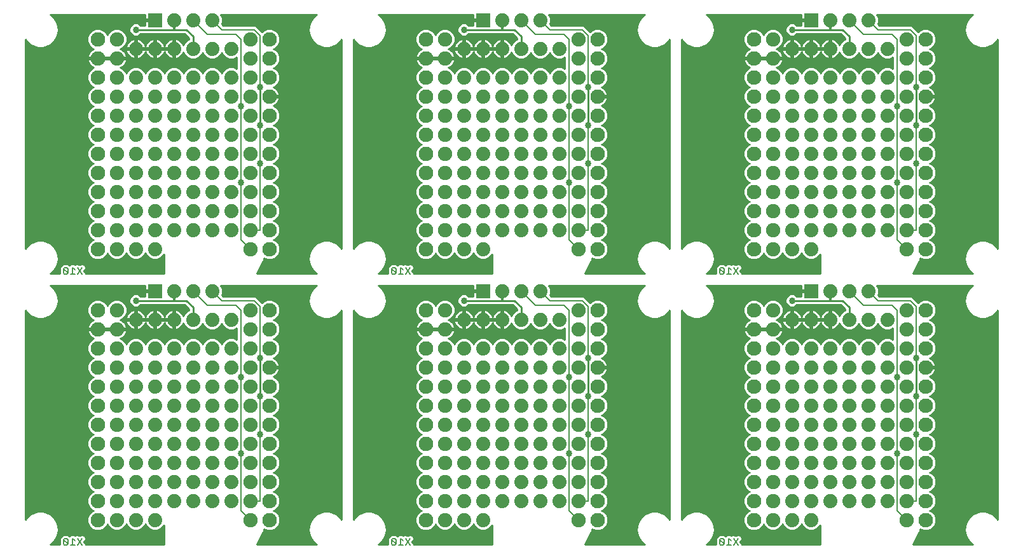
<source format=gbl>
G75*
%MOIN*%
%OFA0B0*%
%FSLAX25Y25*%
%IPPOS*%
%LPD*%
%AMOC8*
5,1,8,0,0,1.08239X$1,22.5*
%
%ADD10C,0.00600*%
%ADD11C,0.07500*%
%ADD12C,0.07600*%
%ADD13R,0.07400X0.07400*%
%ADD14C,0.07400*%
%ADD15C,0.01000*%
%ADD16C,0.03400*%
%ADD17C,0.00800*%
%ADD18C,0.01200*%
D10*
X0105398Y0078367D02*
X0105966Y0077800D01*
X0107100Y0077800D01*
X0107667Y0078367D01*
X0105398Y0080636D01*
X0105398Y0078367D01*
X0105398Y0080636D02*
X0105966Y0081203D01*
X0107100Y0081203D01*
X0107667Y0080636D01*
X0107667Y0078367D01*
X0109082Y0077800D02*
X0111350Y0077800D01*
X0110216Y0077800D02*
X0110216Y0081203D01*
X0111350Y0080069D01*
X0112765Y0081203D02*
X0115033Y0077800D01*
X0112765Y0077800D02*
X0115033Y0081203D01*
X0115033Y0219800D02*
X0112765Y0223203D01*
X0111350Y0222069D02*
X0110216Y0223203D01*
X0110216Y0219800D01*
X0111350Y0219800D02*
X0109082Y0219800D01*
X0107667Y0220367D02*
X0105398Y0222636D01*
X0105398Y0220367D01*
X0105966Y0219800D01*
X0107100Y0219800D01*
X0107667Y0220367D01*
X0107667Y0222636D01*
X0107100Y0223203D01*
X0105966Y0223203D01*
X0105398Y0222636D01*
X0112765Y0219800D02*
X0115033Y0223203D01*
X0277398Y0222636D02*
X0279667Y0220367D01*
X0279100Y0219800D01*
X0277966Y0219800D01*
X0277398Y0220367D01*
X0277398Y0222636D01*
X0277966Y0223203D01*
X0279100Y0223203D01*
X0279667Y0222636D01*
X0279667Y0220367D01*
X0281082Y0219800D02*
X0283350Y0219800D01*
X0282216Y0219800D02*
X0282216Y0223203D01*
X0283350Y0222069D01*
X0284765Y0223203D02*
X0287033Y0219800D01*
X0284765Y0219800D02*
X0287033Y0223203D01*
X0287033Y0081203D02*
X0284765Y0077800D01*
X0283350Y0077800D02*
X0281082Y0077800D01*
X0282216Y0077800D02*
X0282216Y0081203D01*
X0283350Y0080069D01*
X0284765Y0081203D02*
X0287033Y0077800D01*
X0279667Y0078367D02*
X0277398Y0080636D01*
X0277398Y0078367D01*
X0277966Y0077800D01*
X0279100Y0077800D01*
X0279667Y0078367D01*
X0279667Y0080636D01*
X0279100Y0081203D01*
X0277966Y0081203D01*
X0277398Y0080636D01*
X0449398Y0080636D02*
X0451667Y0078367D01*
X0451100Y0077800D01*
X0449966Y0077800D01*
X0449398Y0078367D01*
X0449398Y0080636D01*
X0449966Y0081203D01*
X0451100Y0081203D01*
X0451667Y0080636D01*
X0451667Y0078367D01*
X0453082Y0077800D02*
X0455350Y0077800D01*
X0454216Y0077800D02*
X0454216Y0081203D01*
X0455350Y0080069D01*
X0456765Y0081203D02*
X0459033Y0077800D01*
X0456765Y0077800D02*
X0459033Y0081203D01*
X0459033Y0219800D02*
X0456765Y0223203D01*
X0455350Y0222069D02*
X0454216Y0223203D01*
X0454216Y0219800D01*
X0455350Y0219800D02*
X0453082Y0219800D01*
X0451667Y0220367D02*
X0449398Y0222636D01*
X0449398Y0220367D01*
X0449966Y0219800D01*
X0451100Y0219800D01*
X0451667Y0220367D01*
X0451667Y0222636D01*
X0451100Y0223203D01*
X0449966Y0223203D01*
X0449398Y0222636D01*
X0456765Y0219800D02*
X0459033Y0223203D01*
D11*
X0477333Y0233000D03*
X0477333Y0243000D03*
X0477333Y0253000D03*
X0477333Y0263000D03*
X0477333Y0273000D03*
X0477333Y0283000D03*
X0477333Y0293000D03*
X0477333Y0303000D03*
X0477333Y0313000D03*
X0477333Y0323000D03*
X0477333Y0333000D03*
X0477333Y0343000D03*
X0547333Y0343000D03*
X0547333Y0333000D03*
X0547333Y0323000D03*
X0547333Y0313000D03*
X0547333Y0303000D03*
X0547333Y0293000D03*
X0547333Y0283000D03*
X0547333Y0273000D03*
X0547333Y0263000D03*
X0547333Y0253000D03*
X0547333Y0243000D03*
X0547333Y0233000D03*
X0547333Y0201000D03*
X0547333Y0191000D03*
X0547333Y0181000D03*
X0547333Y0171000D03*
X0547333Y0161000D03*
X0547333Y0151000D03*
X0547333Y0141000D03*
X0547333Y0131000D03*
X0547333Y0121000D03*
X0547333Y0111000D03*
X0547333Y0101000D03*
X0547333Y0091000D03*
X0477333Y0091000D03*
X0477333Y0101000D03*
X0477333Y0111000D03*
X0477333Y0121000D03*
X0477333Y0131000D03*
X0477333Y0141000D03*
X0477333Y0151000D03*
X0477333Y0161000D03*
X0477333Y0171000D03*
X0477333Y0181000D03*
X0477333Y0191000D03*
X0477333Y0201000D03*
X0375333Y0201000D03*
X0375333Y0191000D03*
X0375333Y0181000D03*
X0375333Y0171000D03*
X0375333Y0161000D03*
X0375333Y0151000D03*
X0375333Y0141000D03*
X0375333Y0131000D03*
X0375333Y0121000D03*
X0375333Y0111000D03*
X0375333Y0101000D03*
X0375333Y0091000D03*
X0305333Y0091000D03*
X0305333Y0101000D03*
X0305333Y0111000D03*
X0305333Y0121000D03*
X0305333Y0131000D03*
X0305333Y0141000D03*
X0305333Y0151000D03*
X0305333Y0161000D03*
X0305333Y0171000D03*
X0305333Y0181000D03*
X0305333Y0191000D03*
X0305333Y0201000D03*
X0305333Y0233000D03*
X0305333Y0243000D03*
X0305333Y0253000D03*
X0305333Y0263000D03*
X0305333Y0273000D03*
X0305333Y0283000D03*
X0305333Y0293000D03*
X0305333Y0303000D03*
X0305333Y0313000D03*
X0305333Y0323000D03*
X0305333Y0333000D03*
X0305333Y0343000D03*
X0375333Y0343000D03*
X0375333Y0333000D03*
X0375333Y0323000D03*
X0375333Y0313000D03*
X0375333Y0303000D03*
X0375333Y0293000D03*
X0375333Y0283000D03*
X0375333Y0273000D03*
X0375333Y0263000D03*
X0375333Y0253000D03*
X0375333Y0243000D03*
X0375333Y0233000D03*
X0203333Y0233000D03*
X0203333Y0243000D03*
X0203333Y0253000D03*
X0203333Y0263000D03*
X0203333Y0273000D03*
X0203333Y0283000D03*
X0203333Y0293000D03*
X0203333Y0303000D03*
X0203333Y0313000D03*
X0203333Y0323000D03*
X0203333Y0333000D03*
X0203333Y0343000D03*
X0133333Y0343000D03*
X0133333Y0333000D03*
X0133333Y0323000D03*
X0133333Y0313000D03*
X0133333Y0303000D03*
X0133333Y0293000D03*
X0133333Y0283000D03*
X0133333Y0273000D03*
X0133333Y0263000D03*
X0133333Y0253000D03*
X0133333Y0243000D03*
X0133333Y0233000D03*
X0133333Y0201000D03*
X0133333Y0191000D03*
X0133333Y0181000D03*
X0133333Y0171000D03*
X0133333Y0161000D03*
X0133333Y0151000D03*
X0133333Y0141000D03*
X0133333Y0131000D03*
X0133333Y0121000D03*
X0133333Y0111000D03*
X0133333Y0101000D03*
X0133333Y0091000D03*
X0203333Y0091000D03*
X0203333Y0101000D03*
X0203333Y0111000D03*
X0203333Y0121000D03*
X0203333Y0131000D03*
X0203333Y0141000D03*
X0203333Y0151000D03*
X0203333Y0161000D03*
X0203333Y0171000D03*
X0203333Y0181000D03*
X0203333Y0191000D03*
X0203333Y0201000D03*
D12*
X0213333Y0201000D03*
X0213333Y0191000D03*
X0213333Y0181000D03*
X0213333Y0171000D03*
X0213333Y0161000D03*
X0213333Y0151000D03*
X0213333Y0141000D03*
X0213333Y0131000D03*
X0213333Y0121000D03*
X0213333Y0111000D03*
X0213333Y0101000D03*
X0213333Y0091000D03*
X0295333Y0091000D03*
X0295333Y0101000D03*
X0295333Y0111000D03*
X0295333Y0121000D03*
X0295333Y0131000D03*
X0295333Y0141000D03*
X0295333Y0151000D03*
X0295333Y0161000D03*
X0295333Y0171000D03*
X0295333Y0181000D03*
X0295333Y0191000D03*
X0295333Y0201000D03*
X0295333Y0233000D03*
X0295333Y0243000D03*
X0295333Y0253000D03*
X0295333Y0263000D03*
X0295333Y0273000D03*
X0295333Y0283000D03*
X0295333Y0293000D03*
X0295333Y0303000D03*
X0295333Y0313000D03*
X0295333Y0323000D03*
X0295333Y0333000D03*
X0295333Y0343000D03*
X0213333Y0343000D03*
X0213333Y0333000D03*
X0213333Y0323000D03*
X0213333Y0313000D03*
X0213333Y0303000D03*
X0213333Y0293000D03*
X0213333Y0283000D03*
X0213333Y0273000D03*
X0213333Y0263000D03*
X0213333Y0253000D03*
X0213333Y0243000D03*
X0213333Y0233000D03*
X0123333Y0233000D03*
X0123333Y0243000D03*
X0123333Y0253000D03*
X0123333Y0263000D03*
X0123333Y0273000D03*
X0123333Y0283000D03*
X0123333Y0293000D03*
X0123333Y0303000D03*
X0123333Y0313000D03*
X0123333Y0323000D03*
X0123333Y0333000D03*
X0123333Y0343000D03*
X0123333Y0201000D03*
X0123333Y0191000D03*
X0123333Y0181000D03*
X0123333Y0171000D03*
X0123333Y0161000D03*
X0123333Y0151000D03*
X0123333Y0141000D03*
X0123333Y0131000D03*
X0123333Y0121000D03*
X0123333Y0111000D03*
X0123333Y0101000D03*
X0123333Y0091000D03*
X0385333Y0091000D03*
X0385333Y0101000D03*
X0385333Y0111000D03*
X0385333Y0121000D03*
X0385333Y0131000D03*
X0385333Y0141000D03*
X0385333Y0151000D03*
X0385333Y0161000D03*
X0385333Y0171000D03*
X0385333Y0181000D03*
X0385333Y0191000D03*
X0385333Y0201000D03*
X0385333Y0233000D03*
X0385333Y0243000D03*
X0385333Y0253000D03*
X0385333Y0263000D03*
X0385333Y0273000D03*
X0385333Y0283000D03*
X0385333Y0293000D03*
X0385333Y0303000D03*
X0385333Y0313000D03*
X0385333Y0323000D03*
X0385333Y0333000D03*
X0385333Y0343000D03*
X0467333Y0343000D03*
X0467333Y0333000D03*
X0467333Y0323000D03*
X0467333Y0313000D03*
X0467333Y0303000D03*
X0467333Y0293000D03*
X0467333Y0283000D03*
X0467333Y0273000D03*
X0467333Y0263000D03*
X0467333Y0253000D03*
X0467333Y0243000D03*
X0467333Y0233000D03*
X0467333Y0201000D03*
X0467333Y0191000D03*
X0467333Y0181000D03*
X0467333Y0171000D03*
X0467333Y0161000D03*
X0467333Y0151000D03*
X0467333Y0141000D03*
X0467333Y0131000D03*
X0467333Y0121000D03*
X0467333Y0111000D03*
X0467333Y0101000D03*
X0467333Y0091000D03*
X0557333Y0091000D03*
X0557333Y0101000D03*
X0557333Y0111000D03*
X0557333Y0121000D03*
X0557333Y0131000D03*
X0557333Y0141000D03*
X0557333Y0151000D03*
X0557333Y0161000D03*
X0557333Y0171000D03*
X0557333Y0181000D03*
X0557333Y0191000D03*
X0557333Y0201000D03*
X0557333Y0233000D03*
X0557333Y0243000D03*
X0557333Y0253000D03*
X0557333Y0263000D03*
X0557333Y0273000D03*
X0557333Y0283000D03*
X0557333Y0293000D03*
X0557333Y0303000D03*
X0557333Y0313000D03*
X0557333Y0323000D03*
X0557333Y0333000D03*
X0557333Y0343000D03*
D13*
X0497333Y0353000D03*
X0497333Y0211000D03*
X0325333Y0211000D03*
X0325333Y0353000D03*
X0153333Y0353000D03*
X0153333Y0211000D03*
D14*
X0163333Y0211000D03*
X0173333Y0211000D03*
X0183333Y0211000D03*
X0183333Y0196000D03*
X0193333Y0196000D03*
X0193333Y0181000D03*
X0183333Y0181000D03*
X0183333Y0171000D03*
X0193333Y0171000D03*
X0193333Y0161000D03*
X0183333Y0161000D03*
X0183333Y0151000D03*
X0193333Y0151000D03*
X0193333Y0141000D03*
X0183333Y0141000D03*
X0183333Y0131000D03*
X0193333Y0131000D03*
X0193333Y0121000D03*
X0183333Y0121000D03*
X0183333Y0111000D03*
X0193333Y0111000D03*
X0193333Y0101000D03*
X0183333Y0101000D03*
X0173333Y0101000D03*
X0163333Y0101000D03*
X0153333Y0101000D03*
X0153333Y0091000D03*
X0143333Y0091000D03*
X0143333Y0101000D03*
X0143333Y0111000D03*
X0143333Y0121000D03*
X0143333Y0131000D03*
X0143333Y0141000D03*
X0143333Y0151000D03*
X0143333Y0161000D03*
X0143333Y0171000D03*
X0143333Y0181000D03*
X0153333Y0181000D03*
X0153333Y0171000D03*
X0163333Y0171000D03*
X0163333Y0181000D03*
X0173333Y0181000D03*
X0173333Y0171000D03*
X0173333Y0161000D03*
X0163333Y0161000D03*
X0153333Y0161000D03*
X0153333Y0151000D03*
X0163333Y0151000D03*
X0173333Y0151000D03*
X0173333Y0141000D03*
X0163333Y0141000D03*
X0153333Y0141000D03*
X0153333Y0131000D03*
X0163333Y0131000D03*
X0173333Y0131000D03*
X0173333Y0121000D03*
X0163333Y0121000D03*
X0153333Y0121000D03*
X0153333Y0111000D03*
X0163333Y0111000D03*
X0173333Y0111000D03*
X0173333Y0196000D03*
X0163333Y0196000D03*
X0153333Y0196000D03*
X0143333Y0196000D03*
X0143333Y0233000D03*
X0143333Y0243000D03*
X0143333Y0253000D03*
X0143333Y0263000D03*
X0143333Y0273000D03*
X0143333Y0283000D03*
X0143333Y0293000D03*
X0143333Y0303000D03*
X0143333Y0313000D03*
X0143333Y0323000D03*
X0153333Y0323000D03*
X0153333Y0313000D03*
X0163333Y0313000D03*
X0163333Y0323000D03*
X0173333Y0323000D03*
X0173333Y0313000D03*
X0173333Y0303000D03*
X0163333Y0303000D03*
X0153333Y0303000D03*
X0153333Y0293000D03*
X0163333Y0293000D03*
X0173333Y0293000D03*
X0173333Y0283000D03*
X0163333Y0283000D03*
X0153333Y0283000D03*
X0153333Y0273000D03*
X0163333Y0273000D03*
X0173333Y0273000D03*
X0173333Y0263000D03*
X0163333Y0263000D03*
X0153333Y0263000D03*
X0153333Y0253000D03*
X0163333Y0253000D03*
X0173333Y0253000D03*
X0173333Y0243000D03*
X0163333Y0243000D03*
X0153333Y0243000D03*
X0153333Y0233000D03*
X0183333Y0243000D03*
X0193333Y0243000D03*
X0193333Y0253000D03*
X0183333Y0253000D03*
X0183333Y0263000D03*
X0193333Y0263000D03*
X0193333Y0273000D03*
X0183333Y0273000D03*
X0183333Y0283000D03*
X0193333Y0283000D03*
X0193333Y0293000D03*
X0183333Y0293000D03*
X0183333Y0303000D03*
X0193333Y0303000D03*
X0193333Y0313000D03*
X0183333Y0313000D03*
X0183333Y0323000D03*
X0193333Y0323000D03*
X0193333Y0338000D03*
X0183333Y0338000D03*
X0173333Y0338000D03*
X0163333Y0338000D03*
X0153333Y0338000D03*
X0143333Y0338000D03*
X0163333Y0353000D03*
X0173333Y0353000D03*
X0183333Y0353000D03*
X0315333Y0338000D03*
X0325333Y0338000D03*
X0335333Y0338000D03*
X0345333Y0338000D03*
X0355333Y0338000D03*
X0365333Y0338000D03*
X0365333Y0323000D03*
X0355333Y0323000D03*
X0355333Y0313000D03*
X0365333Y0313000D03*
X0365333Y0303000D03*
X0355333Y0303000D03*
X0355333Y0293000D03*
X0365333Y0293000D03*
X0365333Y0283000D03*
X0355333Y0283000D03*
X0355333Y0273000D03*
X0365333Y0273000D03*
X0365333Y0263000D03*
X0355333Y0263000D03*
X0355333Y0253000D03*
X0365333Y0253000D03*
X0365333Y0243000D03*
X0355333Y0243000D03*
X0345333Y0243000D03*
X0335333Y0243000D03*
X0325333Y0243000D03*
X0315333Y0243000D03*
X0315333Y0233000D03*
X0325333Y0233000D03*
X0325333Y0253000D03*
X0315333Y0253000D03*
X0315333Y0263000D03*
X0325333Y0263000D03*
X0325333Y0273000D03*
X0315333Y0273000D03*
X0315333Y0283000D03*
X0325333Y0283000D03*
X0325333Y0293000D03*
X0315333Y0293000D03*
X0315333Y0303000D03*
X0325333Y0303000D03*
X0325333Y0313000D03*
X0315333Y0313000D03*
X0315333Y0323000D03*
X0325333Y0323000D03*
X0335333Y0323000D03*
X0335333Y0313000D03*
X0345333Y0313000D03*
X0345333Y0323000D03*
X0345333Y0303000D03*
X0335333Y0303000D03*
X0335333Y0293000D03*
X0345333Y0293000D03*
X0345333Y0283000D03*
X0335333Y0283000D03*
X0335333Y0273000D03*
X0345333Y0273000D03*
X0345333Y0263000D03*
X0335333Y0263000D03*
X0335333Y0253000D03*
X0345333Y0253000D03*
X0345333Y0211000D03*
X0335333Y0211000D03*
X0335333Y0196000D03*
X0345333Y0196000D03*
X0355333Y0196000D03*
X0365333Y0196000D03*
X0365333Y0181000D03*
X0355333Y0181000D03*
X0355333Y0171000D03*
X0365333Y0171000D03*
X0365333Y0161000D03*
X0355333Y0161000D03*
X0355333Y0151000D03*
X0365333Y0151000D03*
X0365333Y0141000D03*
X0355333Y0141000D03*
X0355333Y0131000D03*
X0365333Y0131000D03*
X0365333Y0121000D03*
X0355333Y0121000D03*
X0355333Y0111000D03*
X0365333Y0111000D03*
X0365333Y0101000D03*
X0355333Y0101000D03*
X0345333Y0101000D03*
X0335333Y0101000D03*
X0325333Y0101000D03*
X0315333Y0101000D03*
X0315333Y0091000D03*
X0325333Y0091000D03*
X0325333Y0111000D03*
X0315333Y0111000D03*
X0315333Y0121000D03*
X0325333Y0121000D03*
X0325333Y0131000D03*
X0315333Y0131000D03*
X0315333Y0141000D03*
X0325333Y0141000D03*
X0325333Y0151000D03*
X0315333Y0151000D03*
X0315333Y0161000D03*
X0325333Y0161000D03*
X0325333Y0171000D03*
X0315333Y0171000D03*
X0315333Y0181000D03*
X0325333Y0181000D03*
X0335333Y0181000D03*
X0335333Y0171000D03*
X0345333Y0171000D03*
X0345333Y0181000D03*
X0345333Y0161000D03*
X0335333Y0161000D03*
X0335333Y0151000D03*
X0345333Y0151000D03*
X0345333Y0141000D03*
X0335333Y0141000D03*
X0335333Y0131000D03*
X0345333Y0131000D03*
X0345333Y0121000D03*
X0335333Y0121000D03*
X0335333Y0111000D03*
X0345333Y0111000D03*
X0325333Y0196000D03*
X0315333Y0196000D03*
X0355333Y0211000D03*
X0487333Y0196000D03*
X0497333Y0196000D03*
X0507333Y0196000D03*
X0517333Y0196000D03*
X0527333Y0196000D03*
X0537333Y0196000D03*
X0537333Y0181000D03*
X0537333Y0171000D03*
X0527333Y0171000D03*
X0517333Y0171000D03*
X0517333Y0181000D03*
X0527333Y0181000D03*
X0507333Y0181000D03*
X0497333Y0181000D03*
X0487333Y0181000D03*
X0487333Y0171000D03*
X0497333Y0171000D03*
X0507333Y0171000D03*
X0507333Y0161000D03*
X0497333Y0161000D03*
X0487333Y0161000D03*
X0487333Y0151000D03*
X0497333Y0151000D03*
X0507333Y0151000D03*
X0507333Y0141000D03*
X0497333Y0141000D03*
X0487333Y0141000D03*
X0487333Y0131000D03*
X0497333Y0131000D03*
X0507333Y0131000D03*
X0507333Y0121000D03*
X0497333Y0121000D03*
X0487333Y0121000D03*
X0487333Y0111000D03*
X0497333Y0111000D03*
X0507333Y0111000D03*
X0507333Y0101000D03*
X0497333Y0101000D03*
X0487333Y0101000D03*
X0487333Y0091000D03*
X0497333Y0091000D03*
X0517333Y0101000D03*
X0527333Y0101000D03*
X0527333Y0111000D03*
X0517333Y0111000D03*
X0517333Y0121000D03*
X0527333Y0121000D03*
X0527333Y0131000D03*
X0517333Y0131000D03*
X0517333Y0141000D03*
X0527333Y0141000D03*
X0527333Y0151000D03*
X0517333Y0151000D03*
X0517333Y0161000D03*
X0527333Y0161000D03*
X0537333Y0161000D03*
X0537333Y0151000D03*
X0537333Y0141000D03*
X0537333Y0131000D03*
X0537333Y0121000D03*
X0537333Y0111000D03*
X0537333Y0101000D03*
X0527333Y0211000D03*
X0517333Y0211000D03*
X0507333Y0211000D03*
X0497333Y0233000D03*
X0487333Y0233000D03*
X0487333Y0243000D03*
X0497333Y0243000D03*
X0507333Y0243000D03*
X0507333Y0253000D03*
X0497333Y0253000D03*
X0487333Y0253000D03*
X0487333Y0263000D03*
X0497333Y0263000D03*
X0507333Y0263000D03*
X0507333Y0273000D03*
X0497333Y0273000D03*
X0487333Y0273000D03*
X0487333Y0283000D03*
X0497333Y0283000D03*
X0507333Y0283000D03*
X0507333Y0293000D03*
X0497333Y0293000D03*
X0487333Y0293000D03*
X0487333Y0303000D03*
X0497333Y0303000D03*
X0507333Y0303000D03*
X0507333Y0313000D03*
X0497333Y0313000D03*
X0487333Y0313000D03*
X0487333Y0323000D03*
X0497333Y0323000D03*
X0507333Y0323000D03*
X0517333Y0323000D03*
X0517333Y0313000D03*
X0527333Y0313000D03*
X0527333Y0323000D03*
X0537333Y0323000D03*
X0537333Y0313000D03*
X0537333Y0303000D03*
X0537333Y0293000D03*
X0527333Y0293000D03*
X0517333Y0293000D03*
X0517333Y0303000D03*
X0527333Y0303000D03*
X0527333Y0283000D03*
X0517333Y0283000D03*
X0517333Y0273000D03*
X0527333Y0273000D03*
X0527333Y0263000D03*
X0517333Y0263000D03*
X0517333Y0253000D03*
X0527333Y0253000D03*
X0527333Y0243000D03*
X0517333Y0243000D03*
X0537333Y0243000D03*
X0537333Y0253000D03*
X0537333Y0263000D03*
X0537333Y0273000D03*
X0537333Y0283000D03*
X0537333Y0338000D03*
X0527333Y0338000D03*
X0517333Y0338000D03*
X0507333Y0338000D03*
X0497333Y0338000D03*
X0487333Y0338000D03*
X0507333Y0353000D03*
X0517333Y0353000D03*
X0527333Y0353000D03*
X0355333Y0353000D03*
X0345333Y0353000D03*
X0335333Y0353000D03*
D15*
X0085433Y0200883D02*
X0085433Y0091117D01*
X0086021Y0092135D01*
X0086021Y0092135D01*
X0088561Y0094266D01*
X0091676Y0095400D01*
X0091676Y0095400D01*
X0094991Y0095400D01*
X0098106Y0094266D01*
X0098106Y0094266D01*
X0100645Y0092135D01*
X0100645Y0092135D01*
X0102303Y0089265D01*
X0102303Y0089265D01*
X0102878Y0086000D01*
X0102878Y0086000D01*
X0102303Y0082735D01*
X0102303Y0082735D01*
X0100645Y0079865D01*
X0100645Y0079865D01*
X0100645Y0079865D01*
X0098542Y0078100D01*
X0103398Y0078100D01*
X0103398Y0081464D01*
X0104570Y0082636D01*
X0104570Y0082636D01*
X0105137Y0083203D01*
X0107928Y0083203D01*
X0108658Y0082473D01*
X0109387Y0083203D01*
X0111044Y0083203D01*
X0111490Y0082757D01*
X0112345Y0083327D01*
X0113899Y0083016D01*
X0115453Y0083327D01*
X0116832Y0082407D01*
X0117157Y0080783D01*
X0116303Y0079501D01*
X0117157Y0078220D01*
X0117133Y0078100D01*
X0158033Y0078100D01*
X0158033Y0088236D01*
X0157911Y0087941D01*
X0156392Y0086422D01*
X0154407Y0085600D01*
X0152259Y0085600D01*
X0150274Y0086422D01*
X0148755Y0087941D01*
X0148333Y0088960D01*
X0147911Y0087941D01*
X0146392Y0086422D01*
X0144407Y0085600D01*
X0142259Y0085600D01*
X0140274Y0086422D01*
X0138755Y0087941D01*
X0138360Y0088895D01*
X0137954Y0087913D01*
X0136420Y0086380D01*
X0134417Y0085550D01*
X0132249Y0085550D01*
X0130246Y0086380D01*
X0128713Y0087913D01*
X0128360Y0088764D01*
X0127996Y0087884D01*
X0126449Y0086337D01*
X0124427Y0085500D01*
X0122239Y0085500D01*
X0120218Y0086337D01*
X0118671Y0087884D01*
X0117833Y0089906D01*
X0117833Y0092094D01*
X0118671Y0094115D01*
X0120218Y0095663D01*
X0121032Y0096000D01*
X0120218Y0096337D01*
X0118671Y0097884D01*
X0117833Y0099906D01*
X0117833Y0102094D01*
X0118671Y0104115D01*
X0120218Y0105663D01*
X0121032Y0106000D01*
X0120218Y0106337D01*
X0118671Y0107884D01*
X0117833Y0109906D01*
X0117833Y0112094D01*
X0118671Y0114115D01*
X0120218Y0115663D01*
X0121032Y0116000D01*
X0120218Y0116337D01*
X0118671Y0117884D01*
X0117833Y0119906D01*
X0117833Y0122094D01*
X0118671Y0124115D01*
X0120218Y0125663D01*
X0121032Y0126000D01*
X0120218Y0126337D01*
X0118671Y0127884D01*
X0117833Y0129906D01*
X0117833Y0132094D01*
X0118671Y0134115D01*
X0120218Y0135663D01*
X0121032Y0136000D01*
X0120218Y0136337D01*
X0118671Y0137884D01*
X0117833Y0139906D01*
X0117833Y0142094D01*
X0118671Y0144115D01*
X0120218Y0145663D01*
X0121032Y0146000D01*
X0120218Y0146337D01*
X0118671Y0147884D01*
X0117833Y0149906D01*
X0117833Y0152094D01*
X0118671Y0154115D01*
X0120218Y0155663D01*
X0121032Y0156000D01*
X0120218Y0156337D01*
X0118671Y0157884D01*
X0117833Y0159906D01*
X0117833Y0162094D01*
X0118671Y0164115D01*
X0120218Y0165663D01*
X0121032Y0166000D01*
X0120218Y0166337D01*
X0118671Y0167884D01*
X0117833Y0169906D01*
X0117833Y0172094D01*
X0118671Y0174115D01*
X0120218Y0175663D01*
X0121032Y0176000D01*
X0120218Y0176337D01*
X0118671Y0177884D01*
X0117833Y0179906D01*
X0117833Y0182094D01*
X0118671Y0184115D01*
X0120218Y0185663D01*
X0121275Y0186101D01*
X0120556Y0186467D01*
X0119881Y0186957D01*
X0119291Y0187547D01*
X0118800Y0188222D01*
X0118422Y0188966D01*
X0118164Y0189759D01*
X0118048Y0190491D01*
X0122834Y0190499D01*
X0122832Y0191499D01*
X0118045Y0191491D01*
X0118164Y0192241D01*
X0118422Y0193034D01*
X0118800Y0193778D01*
X0119291Y0194453D01*
X0119881Y0195043D01*
X0120556Y0195533D01*
X0121275Y0195899D01*
X0120218Y0196337D01*
X0118671Y0197884D01*
X0117833Y0199906D01*
X0117833Y0202094D01*
X0118671Y0204115D01*
X0120218Y0205663D01*
X0122239Y0206500D01*
X0124427Y0206500D01*
X0126449Y0205663D01*
X0127996Y0204115D01*
X0128360Y0203236D01*
X0128713Y0204087D01*
X0130246Y0205620D01*
X0132249Y0206450D01*
X0134417Y0206450D01*
X0136420Y0205620D01*
X0137954Y0204087D01*
X0138783Y0202084D01*
X0138783Y0199916D01*
X0137954Y0197913D01*
X0136420Y0196380D01*
X0135253Y0195896D01*
X0135349Y0195865D01*
X0136085Y0195490D01*
X0136753Y0195004D01*
X0137338Y0194420D01*
X0137824Y0193752D01*
X0138199Y0193015D01*
X0138454Y0192229D01*
X0138570Y0191500D01*
X0133833Y0191500D01*
X0133833Y0190500D01*
X0138570Y0190500D01*
X0138454Y0189771D01*
X0138199Y0188985D01*
X0137824Y0188248D01*
X0137338Y0187580D01*
X0136753Y0186996D01*
X0136085Y0186510D01*
X0135349Y0186135D01*
X0135253Y0186104D01*
X0136420Y0185620D01*
X0137954Y0184087D01*
X0138360Y0183105D01*
X0138755Y0184059D01*
X0140274Y0185578D01*
X0142259Y0186400D01*
X0144407Y0186400D01*
X0146392Y0185578D01*
X0147911Y0184059D01*
X0148333Y0183040D01*
X0148755Y0184059D01*
X0150274Y0185578D01*
X0152259Y0186400D01*
X0154407Y0186400D01*
X0156392Y0185578D01*
X0157911Y0184059D01*
X0158333Y0183040D01*
X0158755Y0184059D01*
X0160274Y0185578D01*
X0162259Y0186400D01*
X0164407Y0186400D01*
X0166392Y0185578D01*
X0167911Y0184059D01*
X0168333Y0183040D01*
X0168755Y0184059D01*
X0170274Y0185578D01*
X0172259Y0186400D01*
X0174407Y0186400D01*
X0176392Y0185578D01*
X0177911Y0184059D01*
X0178333Y0183040D01*
X0178755Y0184059D01*
X0180274Y0185578D01*
X0182259Y0186400D01*
X0184407Y0186400D01*
X0186392Y0185578D01*
X0187911Y0184059D01*
X0188333Y0183040D01*
X0188755Y0184059D01*
X0190274Y0185578D01*
X0192259Y0186400D01*
X0194407Y0186400D01*
X0196233Y0185644D01*
X0196233Y0191356D01*
X0194407Y0190600D01*
X0192259Y0190600D01*
X0190274Y0191422D01*
X0188755Y0192941D01*
X0188333Y0193960D01*
X0187911Y0192941D01*
X0186392Y0191422D01*
X0184407Y0190600D01*
X0182259Y0190600D01*
X0180274Y0191422D01*
X0178755Y0192941D01*
X0178333Y0193960D01*
X0177911Y0192941D01*
X0176392Y0191422D01*
X0174407Y0190600D01*
X0172259Y0190600D01*
X0170274Y0191422D01*
X0168755Y0192941D01*
X0168224Y0194224D01*
X0168152Y0194004D01*
X0167781Y0193275D01*
X0167300Y0192612D01*
X0166721Y0192034D01*
X0166059Y0191553D01*
X0165329Y0191181D01*
X0164551Y0190928D01*
X0163833Y0190814D01*
X0163833Y0195500D01*
X0162833Y0195500D01*
X0153833Y0195500D01*
X0153833Y0190814D01*
X0154551Y0190928D01*
X0155329Y0191181D01*
X0156059Y0191553D01*
X0156721Y0192034D01*
X0157300Y0192612D01*
X0157781Y0193275D01*
X0158152Y0194004D01*
X0158333Y0194561D01*
X0158514Y0194004D01*
X0158886Y0193275D01*
X0159367Y0192612D01*
X0159946Y0192034D01*
X0160608Y0191553D01*
X0161337Y0191181D01*
X0162116Y0190928D01*
X0162833Y0190814D01*
X0162833Y0195500D01*
X0162833Y0196500D01*
X0158519Y0196500D01*
X0153833Y0196500D01*
X0152833Y0196500D01*
X0152833Y0195500D01*
X0143833Y0195500D01*
X0143833Y0190814D01*
X0144551Y0190928D01*
X0145329Y0191181D01*
X0146059Y0191553D01*
X0146721Y0192034D01*
X0147300Y0192612D01*
X0147781Y0193275D01*
X0148152Y0194004D01*
X0148333Y0194561D01*
X0148514Y0194004D01*
X0148886Y0193275D01*
X0149367Y0192612D01*
X0149946Y0192034D01*
X0150608Y0191553D01*
X0151337Y0191181D01*
X0152116Y0190928D01*
X0152833Y0190814D01*
X0152833Y0195500D01*
X0153833Y0195500D01*
X0153833Y0196500D01*
X0153833Y0201186D01*
X0154551Y0201072D01*
X0155329Y0200819D01*
X0156059Y0200447D01*
X0156721Y0199966D01*
X0157300Y0199388D01*
X0157781Y0198725D01*
X0158152Y0197996D01*
X0158333Y0197439D01*
X0158514Y0197996D01*
X0158886Y0198725D01*
X0159367Y0199388D01*
X0159946Y0199966D01*
X0160608Y0200447D01*
X0161337Y0200819D01*
X0162116Y0201072D01*
X0162833Y0201186D01*
X0162833Y0196500D01*
X0163833Y0196500D01*
X0163833Y0201186D01*
X0164551Y0201072D01*
X0165329Y0200819D01*
X0166059Y0200447D01*
X0166721Y0199966D01*
X0167300Y0199388D01*
X0167781Y0198725D01*
X0168152Y0197996D01*
X0168224Y0197776D01*
X0168755Y0199059D01*
X0170274Y0200578D01*
X0171133Y0200934D01*
X0171133Y0201624D01*
X0168957Y0203800D01*
X0164386Y0203800D01*
X0164286Y0203700D01*
X0162381Y0203700D01*
X0162281Y0203800D01*
X0145942Y0203800D01*
X0145259Y0203118D01*
X0144010Y0202600D01*
X0142657Y0202600D01*
X0141407Y0203118D01*
X0140451Y0204074D01*
X0139933Y0205324D01*
X0139933Y0206676D01*
X0140451Y0207926D01*
X0141407Y0208882D01*
X0142657Y0209400D01*
X0144010Y0209400D01*
X0145259Y0208882D01*
X0145942Y0208200D01*
X0148133Y0208200D01*
X0148133Y0210500D01*
X0152833Y0210500D01*
X0152833Y0211500D01*
X0148133Y0211500D01*
X0148133Y0213900D01*
X0098542Y0213900D01*
X0100645Y0212135D01*
X0100645Y0212135D01*
X0102303Y0209265D01*
X0102303Y0209265D01*
X0102878Y0206000D01*
X0102878Y0206000D01*
X0102303Y0202735D01*
X0102303Y0202735D01*
X0100645Y0199865D01*
X0100645Y0199865D01*
X0100645Y0199865D01*
X0098106Y0197734D01*
X0098106Y0197734D01*
X0094991Y0196600D01*
X0091676Y0196600D01*
X0088561Y0197734D01*
X0088561Y0197734D01*
X0086021Y0199865D01*
X0086021Y0199865D01*
X0085433Y0200883D01*
X0085433Y0200814D02*
X0085473Y0200814D01*
X0085433Y0199815D02*
X0086080Y0199815D01*
X0085433Y0198817D02*
X0087270Y0198817D01*
X0088460Y0197818D02*
X0085433Y0197818D01*
X0085433Y0196820D02*
X0091072Y0196820D01*
X0095595Y0196820D02*
X0119735Y0196820D01*
X0118737Y0197818D02*
X0098207Y0197818D01*
X0099397Y0198817D02*
X0118284Y0198817D01*
X0117871Y0199815D02*
X0100587Y0199815D01*
X0101193Y0200814D02*
X0117833Y0200814D01*
X0117833Y0201812D02*
X0101770Y0201812D01*
X0102316Y0202811D02*
X0118130Y0202811D01*
X0118544Y0203809D02*
X0102492Y0203809D01*
X0102668Y0204808D02*
X0119363Y0204808D01*
X0120565Y0205806D02*
X0102844Y0205806D01*
X0102736Y0206805D02*
X0139987Y0206805D01*
X0139933Y0205806D02*
X0135971Y0205806D01*
X0137233Y0204808D02*
X0140147Y0204808D01*
X0140716Y0203809D02*
X0138069Y0203809D01*
X0138482Y0202811D02*
X0142148Y0202811D01*
X0142116Y0201072D02*
X0141337Y0200819D01*
X0140608Y0200447D01*
X0139946Y0199966D01*
X0139367Y0199388D01*
X0138886Y0198725D01*
X0138514Y0197996D01*
X0138261Y0197218D01*
X0138148Y0196500D01*
X0142833Y0196500D01*
X0142833Y0195500D01*
X0138148Y0195500D01*
X0138261Y0194782D01*
X0138514Y0194004D01*
X0138886Y0193275D01*
X0139367Y0192612D01*
X0139946Y0192034D01*
X0140608Y0191553D01*
X0141337Y0191181D01*
X0142116Y0190928D01*
X0142833Y0190814D01*
X0142833Y0195500D01*
X0143833Y0195500D01*
X0143833Y0196500D01*
X0142833Y0196500D01*
X0142833Y0201186D01*
X0142116Y0201072D01*
X0142833Y0200814D02*
X0143833Y0200814D01*
X0143833Y0201186D02*
X0143833Y0196500D01*
X0148519Y0196500D01*
X0152833Y0196500D01*
X0152833Y0201186D01*
X0152116Y0201072D01*
X0151337Y0200819D01*
X0150608Y0200447D01*
X0149946Y0199966D01*
X0149367Y0199388D01*
X0148886Y0198725D01*
X0148514Y0197996D01*
X0148333Y0197439D01*
X0148152Y0197996D01*
X0147781Y0198725D01*
X0147300Y0199388D01*
X0146721Y0199966D01*
X0146059Y0200447D01*
X0145329Y0200819D01*
X0144551Y0201072D01*
X0143833Y0201186D01*
X0143833Y0199815D02*
X0142833Y0199815D01*
X0142833Y0198817D02*
X0143833Y0198817D01*
X0143833Y0197818D02*
X0142833Y0197818D01*
X0142833Y0196820D02*
X0143833Y0196820D01*
X0143833Y0195821D02*
X0152833Y0195821D01*
X0152833Y0194823D02*
X0153833Y0194823D01*
X0153833Y0195821D02*
X0162833Y0195821D01*
X0162833Y0194823D02*
X0163833Y0194823D01*
X0163833Y0193824D02*
X0162833Y0193824D01*
X0162833Y0192826D02*
X0163833Y0192826D01*
X0163833Y0191827D02*
X0162833Y0191827D01*
X0162833Y0190829D02*
X0163833Y0190829D01*
X0163924Y0190829D02*
X0171707Y0190829D01*
X0169869Y0191827D02*
X0166437Y0191827D01*
X0167455Y0192826D02*
X0168871Y0192826D01*
X0168390Y0193824D02*
X0168061Y0193824D01*
X0168210Y0197818D02*
X0168242Y0197818D01*
X0168655Y0198817D02*
X0167714Y0198817D01*
X0166872Y0199815D02*
X0169512Y0199815D01*
X0170844Y0200814D02*
X0165339Y0200814D01*
X0163833Y0200814D02*
X0162833Y0200814D01*
X0162833Y0199815D02*
X0163833Y0199815D01*
X0163833Y0198817D02*
X0162833Y0198817D01*
X0162833Y0197818D02*
X0163833Y0197818D01*
X0163833Y0196820D02*
X0162833Y0196820D01*
X0159795Y0199815D02*
X0156872Y0199815D01*
X0157714Y0198817D02*
X0158952Y0198817D01*
X0158457Y0197818D02*
X0158210Y0197818D01*
X0158061Y0193824D02*
X0158606Y0193824D01*
X0159212Y0192826D02*
X0157455Y0192826D01*
X0156437Y0191827D02*
X0160230Y0191827D01*
X0162742Y0190829D02*
X0153924Y0190829D01*
X0153833Y0190829D02*
X0152833Y0190829D01*
X0152742Y0190829D02*
X0143924Y0190829D01*
X0143833Y0190829D02*
X0142833Y0190829D01*
X0142742Y0190829D02*
X0133833Y0190829D01*
X0132833Y0190829D02*
X0123834Y0190829D01*
X0123834Y0190501D02*
X0123833Y0191501D01*
X0128098Y0191508D01*
X0128097Y0191500D01*
X0132833Y0191500D01*
X0132833Y0190500D01*
X0128620Y0190500D01*
X0128622Y0190509D01*
X0123834Y0190501D01*
X0122834Y0190829D02*
X0085433Y0190829D01*
X0085433Y0191827D02*
X0118098Y0191827D01*
X0118354Y0192826D02*
X0085433Y0192826D01*
X0085433Y0193824D02*
X0118834Y0193824D01*
X0119661Y0194823D02*
X0085433Y0194823D01*
X0085433Y0195821D02*
X0121122Y0195821D01*
X0118153Y0189830D02*
X0085433Y0189830D01*
X0085433Y0188832D02*
X0118490Y0188832D01*
X0119083Y0187833D02*
X0085433Y0187833D01*
X0085433Y0186835D02*
X0120049Y0186835D01*
X0120637Y0185836D02*
X0085433Y0185836D01*
X0085433Y0184838D02*
X0119393Y0184838D01*
X0118556Y0183839D02*
X0085433Y0183839D01*
X0085433Y0182841D02*
X0118143Y0182841D01*
X0117833Y0181842D02*
X0085433Y0181842D01*
X0085433Y0180844D02*
X0117833Y0180844D01*
X0117859Y0179845D02*
X0085433Y0179845D01*
X0085433Y0178847D02*
X0118272Y0178847D01*
X0118707Y0177848D02*
X0085433Y0177848D01*
X0085433Y0176850D02*
X0119706Y0176850D01*
X0120673Y0175851D02*
X0085433Y0175851D01*
X0085433Y0174853D02*
X0119408Y0174853D01*
X0118562Y0173854D02*
X0085433Y0173854D01*
X0085433Y0172856D02*
X0118149Y0172856D01*
X0117833Y0171857D02*
X0085433Y0171857D01*
X0085433Y0170859D02*
X0117833Y0170859D01*
X0117852Y0169860D02*
X0085433Y0169860D01*
X0085433Y0168862D02*
X0118266Y0168862D01*
X0118692Y0167863D02*
X0085433Y0167863D01*
X0085433Y0166865D02*
X0119691Y0166865D01*
X0120709Y0165866D02*
X0085433Y0165866D01*
X0085433Y0164868D02*
X0119423Y0164868D01*
X0118569Y0163869D02*
X0085433Y0163869D01*
X0085433Y0162870D02*
X0118155Y0162870D01*
X0117833Y0161872D02*
X0085433Y0161872D01*
X0085433Y0160873D02*
X0117833Y0160873D01*
X0117846Y0159875D02*
X0085433Y0159875D01*
X0085433Y0158876D02*
X0118260Y0158876D01*
X0118677Y0157878D02*
X0085433Y0157878D01*
X0085433Y0156879D02*
X0119676Y0156879D01*
X0120745Y0155881D02*
X0085433Y0155881D01*
X0085433Y0154882D02*
X0119438Y0154882D01*
X0118575Y0153884D02*
X0085433Y0153884D01*
X0085433Y0152885D02*
X0118161Y0152885D01*
X0117833Y0151887D02*
X0085433Y0151887D01*
X0085433Y0150888D02*
X0117833Y0150888D01*
X0117840Y0149890D02*
X0085433Y0149890D01*
X0085433Y0148891D02*
X0118254Y0148891D01*
X0118667Y0147893D02*
X0085433Y0147893D01*
X0085433Y0146894D02*
X0119661Y0146894D01*
X0120781Y0145896D02*
X0085433Y0145896D01*
X0085433Y0144897D02*
X0119452Y0144897D01*
X0118581Y0143899D02*
X0085433Y0143899D01*
X0085433Y0142900D02*
X0118167Y0142900D01*
X0117833Y0141902D02*
X0085433Y0141902D01*
X0085433Y0140903D02*
X0117833Y0140903D01*
X0117834Y0139905D02*
X0085433Y0139905D01*
X0085433Y0138906D02*
X0118247Y0138906D01*
X0118661Y0137908D02*
X0085433Y0137908D01*
X0085433Y0136909D02*
X0119646Y0136909D01*
X0120817Y0135911D02*
X0085433Y0135911D01*
X0085433Y0134912D02*
X0119467Y0134912D01*
X0118587Y0133914D02*
X0085433Y0133914D01*
X0085433Y0132915D02*
X0118173Y0132915D01*
X0117833Y0131917D02*
X0085433Y0131917D01*
X0085433Y0130918D02*
X0117833Y0130918D01*
X0117833Y0129920D02*
X0085433Y0129920D01*
X0085433Y0128921D02*
X0118241Y0128921D01*
X0118655Y0127923D02*
X0085433Y0127923D01*
X0085433Y0126924D02*
X0119631Y0126924D01*
X0120853Y0125926D02*
X0085433Y0125926D01*
X0085433Y0124927D02*
X0119482Y0124927D01*
X0118593Y0123929D02*
X0085433Y0123929D01*
X0085433Y0122930D02*
X0118180Y0122930D01*
X0117833Y0121932D02*
X0085433Y0121932D01*
X0085433Y0120933D02*
X0117833Y0120933D01*
X0117833Y0119934D02*
X0085433Y0119934D01*
X0085433Y0118936D02*
X0118235Y0118936D01*
X0118649Y0117937D02*
X0085433Y0117937D01*
X0085433Y0116939D02*
X0119616Y0116939D01*
X0120888Y0115940D02*
X0085433Y0115940D01*
X0085433Y0114942D02*
X0119497Y0114942D01*
X0118599Y0113943D02*
X0085433Y0113943D01*
X0085433Y0112945D02*
X0118186Y0112945D01*
X0117833Y0111946D02*
X0085433Y0111946D01*
X0085433Y0110948D02*
X0117833Y0110948D01*
X0117833Y0109949D02*
X0085433Y0109949D01*
X0085433Y0108951D02*
X0118229Y0108951D01*
X0118643Y0107952D02*
X0085433Y0107952D01*
X0085433Y0106954D02*
X0119601Y0106954D01*
X0120924Y0105955D02*
X0085433Y0105955D01*
X0085433Y0104957D02*
X0119512Y0104957D01*
X0118606Y0103958D02*
X0085433Y0103958D01*
X0085433Y0102960D02*
X0118192Y0102960D01*
X0117833Y0101961D02*
X0085433Y0101961D01*
X0085433Y0100963D02*
X0117833Y0100963D01*
X0117833Y0099964D02*
X0085433Y0099964D01*
X0085433Y0098966D02*
X0118223Y0098966D01*
X0118636Y0097967D02*
X0085433Y0097967D01*
X0085433Y0096969D02*
X0119586Y0096969D01*
X0120960Y0095970D02*
X0085433Y0095970D01*
X0085433Y0094972D02*
X0090499Y0094972D01*
X0088212Y0093973D02*
X0085433Y0093973D01*
X0085433Y0092975D02*
X0087022Y0092975D01*
X0085930Y0091976D02*
X0085433Y0091976D01*
X0096167Y0094972D02*
X0119527Y0094972D01*
X0118612Y0093973D02*
X0098455Y0093973D01*
X0099645Y0092975D02*
X0118198Y0092975D01*
X0117833Y0091976D02*
X0100737Y0091976D01*
X0101314Y0090978D02*
X0117833Y0090978D01*
X0117833Y0089979D02*
X0101890Y0089979D01*
X0102353Y0088981D02*
X0118217Y0088981D01*
X0118630Y0087982D02*
X0102529Y0087982D01*
X0102705Y0086984D02*
X0119572Y0086984D01*
X0121068Y0085985D02*
X0102876Y0085985D01*
X0102700Y0084987D02*
X0158033Y0084987D01*
X0158033Y0085985D02*
X0155337Y0085985D01*
X0156954Y0086984D02*
X0158033Y0086984D01*
X0158033Y0087982D02*
X0157928Y0087982D01*
X0158033Y0083988D02*
X0102524Y0083988D01*
X0102348Y0082990D02*
X0104924Y0082990D01*
X0103925Y0081991D02*
X0101873Y0081991D01*
X0101296Y0080993D02*
X0103398Y0080993D01*
X0103398Y0079994D02*
X0100720Y0079994D01*
X0099610Y0078996D02*
X0103398Y0078996D01*
X0108142Y0082990D02*
X0109174Y0082990D01*
X0111258Y0082990D02*
X0111839Y0082990D01*
X0115959Y0082990D02*
X0158033Y0082990D01*
X0158033Y0081991D02*
X0116915Y0081991D01*
X0117115Y0080993D02*
X0158033Y0080993D01*
X0158033Y0079994D02*
X0116631Y0079994D01*
X0116640Y0078996D02*
X0158033Y0078996D01*
X0151329Y0085985D02*
X0145337Y0085985D01*
X0146954Y0086984D02*
X0149713Y0086984D01*
X0148738Y0087982D02*
X0147928Y0087982D01*
X0141329Y0085985D02*
X0135468Y0085985D01*
X0137024Y0086984D02*
X0139713Y0086984D01*
X0138738Y0087982D02*
X0137982Y0087982D01*
X0131199Y0085985D02*
X0125598Y0085985D01*
X0127095Y0086984D02*
X0129642Y0086984D01*
X0128684Y0087982D02*
X0128036Y0087982D01*
X0206731Y0078100D02*
X0210059Y0084756D01*
X0210433Y0085130D01*
X0210433Y0085504D01*
X0210601Y0085839D01*
X0210469Y0086233D01*
X0212239Y0085500D01*
X0214427Y0085500D01*
X0216449Y0086337D01*
X0217996Y0087884D01*
X0218833Y0089906D01*
X0218833Y0092094D01*
X0217996Y0094115D01*
X0216449Y0095663D01*
X0215634Y0096000D01*
X0216449Y0096337D01*
X0217996Y0097884D01*
X0218833Y0099906D01*
X0218833Y0102094D01*
X0217996Y0104115D01*
X0216449Y0105663D01*
X0215634Y0106000D01*
X0216449Y0106337D01*
X0217996Y0107884D01*
X0218833Y0109906D01*
X0218833Y0112094D01*
X0217996Y0114115D01*
X0216449Y0115663D01*
X0215634Y0116000D01*
X0216449Y0116337D01*
X0217996Y0117884D01*
X0218833Y0119906D01*
X0218833Y0122094D01*
X0217996Y0124115D01*
X0216449Y0125663D01*
X0215634Y0126000D01*
X0216449Y0126337D01*
X0217996Y0127884D01*
X0218833Y0129906D01*
X0218833Y0132094D01*
X0217996Y0134115D01*
X0216449Y0135663D01*
X0215634Y0136000D01*
X0216449Y0136337D01*
X0217996Y0137884D01*
X0218833Y0139906D01*
X0218833Y0142094D01*
X0217996Y0144115D01*
X0216449Y0145663D01*
X0215634Y0146000D01*
X0216449Y0146337D01*
X0217996Y0147884D01*
X0218833Y0149906D01*
X0218833Y0152094D01*
X0217996Y0154115D01*
X0216449Y0155663D01*
X0215634Y0156000D01*
X0216449Y0156337D01*
X0217996Y0157884D01*
X0218833Y0159906D01*
X0218833Y0162094D01*
X0217996Y0164115D01*
X0216449Y0165663D01*
X0215392Y0166101D01*
X0216111Y0166467D01*
X0216786Y0166957D01*
X0217376Y0167547D01*
X0217866Y0168222D01*
X0218245Y0168966D01*
X0218503Y0169759D01*
X0218622Y0170509D01*
X0213834Y0170501D01*
X0213833Y0171501D01*
X0218619Y0171509D01*
X0218503Y0172241D01*
X0218245Y0173034D01*
X0217866Y0173778D01*
X0217376Y0174453D01*
X0216786Y0175043D01*
X0216111Y0175533D01*
X0215392Y0175899D01*
X0216449Y0176337D01*
X0217996Y0177884D01*
X0218833Y0179906D01*
X0218833Y0182094D01*
X0217996Y0184115D01*
X0216449Y0185663D01*
X0215634Y0186000D01*
X0216449Y0186337D01*
X0217996Y0187884D01*
X0218833Y0189906D01*
X0218833Y0192094D01*
X0217996Y0194115D01*
X0216449Y0195663D01*
X0215634Y0196000D01*
X0216449Y0196337D01*
X0217996Y0197884D01*
X0218833Y0199906D01*
X0218833Y0202094D01*
X0217996Y0204115D01*
X0216449Y0205663D01*
X0214427Y0206500D01*
X0212239Y0206500D01*
X0210218Y0205663D01*
X0209429Y0204874D01*
X0207433Y0206870D01*
X0206203Y0208100D01*
X0189203Y0208100D01*
X0188336Y0208967D01*
X0188733Y0209926D01*
X0188733Y0212074D01*
X0187977Y0213900D01*
X0238124Y0213900D01*
X0236021Y0212135D01*
X0234364Y0209265D01*
X0234364Y0209265D01*
X0233788Y0206000D01*
X0234364Y0202735D01*
X0236021Y0199865D01*
X0236021Y0199865D01*
X0238561Y0197734D01*
X0241676Y0196600D01*
X0244991Y0196600D01*
X0248106Y0197734D01*
X0250645Y0199865D01*
X0251233Y0200883D01*
X0251233Y0091117D01*
X0250645Y0092135D01*
X0250645Y0092135D01*
X0248106Y0094266D01*
X0248106Y0094266D01*
X0244991Y0095400D01*
X0241676Y0095400D01*
X0238561Y0094266D01*
X0238561Y0094266D01*
X0236021Y0092135D01*
X0234364Y0089265D01*
X0234364Y0089265D01*
X0233788Y0086000D01*
X0234364Y0082735D01*
X0236021Y0079865D01*
X0236021Y0079865D01*
X0238124Y0078100D01*
X0206731Y0078100D01*
X0207179Y0078996D02*
X0237057Y0078996D01*
X0235947Y0079994D02*
X0207678Y0079994D01*
X0208177Y0080993D02*
X0235370Y0080993D01*
X0234794Y0081991D02*
X0208677Y0081991D01*
X0209176Y0082990D02*
X0234319Y0082990D01*
X0234364Y0082735D02*
X0234364Y0082735D01*
X0234143Y0083988D02*
X0209675Y0083988D01*
X0210290Y0084987D02*
X0233967Y0084987D01*
X0233791Y0085985D02*
X0215598Y0085985D01*
X0217095Y0086984D02*
X0233962Y0086984D01*
X0233788Y0086000D02*
X0233788Y0086000D01*
X0234138Y0087982D02*
X0218036Y0087982D01*
X0218450Y0088981D02*
X0234314Y0088981D01*
X0234777Y0089979D02*
X0218833Y0089979D01*
X0218833Y0090978D02*
X0235353Y0090978D01*
X0235930Y0091976D02*
X0218833Y0091976D01*
X0218469Y0092975D02*
X0237022Y0092975D01*
X0236021Y0092135D02*
X0236021Y0092135D01*
X0236021Y0092135D01*
X0238212Y0093973D02*
X0218055Y0093973D01*
X0217140Y0094972D02*
X0240499Y0094972D01*
X0246167Y0094972D02*
X0251233Y0094972D01*
X0251233Y0095970D02*
X0215706Y0095970D01*
X0217080Y0096969D02*
X0251233Y0096969D01*
X0251233Y0097967D02*
X0218030Y0097967D01*
X0218444Y0098966D02*
X0251233Y0098966D01*
X0251233Y0099964D02*
X0218833Y0099964D01*
X0218833Y0100963D02*
X0251233Y0100963D01*
X0251233Y0101961D02*
X0218833Y0101961D01*
X0218475Y0102960D02*
X0251233Y0102960D01*
X0251233Y0103958D02*
X0218061Y0103958D01*
X0217155Y0104957D02*
X0251233Y0104957D01*
X0251233Y0105955D02*
X0215742Y0105955D01*
X0217065Y0106954D02*
X0251233Y0106954D01*
X0251233Y0107952D02*
X0218024Y0107952D01*
X0218438Y0108951D02*
X0251233Y0108951D01*
X0251233Y0109949D02*
X0218833Y0109949D01*
X0218833Y0110948D02*
X0251233Y0110948D01*
X0251233Y0111946D02*
X0218833Y0111946D01*
X0218481Y0112945D02*
X0251233Y0112945D01*
X0251233Y0113943D02*
X0218067Y0113943D01*
X0217170Y0114942D02*
X0251233Y0114942D01*
X0251233Y0115940D02*
X0215778Y0115940D01*
X0217050Y0116939D02*
X0251233Y0116939D01*
X0251233Y0117937D02*
X0218018Y0117937D01*
X0218432Y0118936D02*
X0251233Y0118936D01*
X0251233Y0119934D02*
X0218833Y0119934D01*
X0218833Y0120933D02*
X0251233Y0120933D01*
X0251233Y0121932D02*
X0218833Y0121932D01*
X0218487Y0122930D02*
X0251233Y0122930D01*
X0251233Y0123929D02*
X0218073Y0123929D01*
X0217184Y0124927D02*
X0251233Y0124927D01*
X0251233Y0125926D02*
X0215814Y0125926D01*
X0217036Y0126924D02*
X0251233Y0126924D01*
X0251233Y0127923D02*
X0218012Y0127923D01*
X0218425Y0128921D02*
X0251233Y0128921D01*
X0251233Y0129920D02*
X0218833Y0129920D01*
X0218833Y0130918D02*
X0251233Y0130918D01*
X0251233Y0131917D02*
X0218833Y0131917D01*
X0218493Y0132915D02*
X0251233Y0132915D01*
X0251233Y0133914D02*
X0218080Y0133914D01*
X0217199Y0134912D02*
X0251233Y0134912D01*
X0251233Y0135911D02*
X0215850Y0135911D01*
X0217021Y0136909D02*
X0251233Y0136909D01*
X0251233Y0137908D02*
X0218006Y0137908D01*
X0218419Y0138906D02*
X0251233Y0138906D01*
X0251233Y0139905D02*
X0218833Y0139905D01*
X0218833Y0140903D02*
X0251233Y0140903D01*
X0251233Y0141902D02*
X0218833Y0141902D01*
X0218499Y0142900D02*
X0251233Y0142900D01*
X0251233Y0143899D02*
X0218086Y0143899D01*
X0217214Y0144897D02*
X0251233Y0144897D01*
X0251233Y0145896D02*
X0215886Y0145896D01*
X0217006Y0146894D02*
X0251233Y0146894D01*
X0251233Y0147893D02*
X0217999Y0147893D01*
X0218413Y0148891D02*
X0251233Y0148891D01*
X0251233Y0149890D02*
X0218827Y0149890D01*
X0218833Y0150888D02*
X0251233Y0150888D01*
X0251233Y0151887D02*
X0218833Y0151887D01*
X0218506Y0152885D02*
X0251233Y0152885D01*
X0251233Y0153884D02*
X0218092Y0153884D01*
X0217229Y0154882D02*
X0251233Y0154882D01*
X0251233Y0155881D02*
X0215922Y0155881D01*
X0216991Y0156879D02*
X0251233Y0156879D01*
X0251233Y0157878D02*
X0217989Y0157878D01*
X0218407Y0158876D02*
X0251233Y0158876D01*
X0251233Y0159875D02*
X0218820Y0159875D01*
X0218833Y0160873D02*
X0251233Y0160873D01*
X0251233Y0161872D02*
X0218833Y0161872D01*
X0218512Y0162870D02*
X0251233Y0162870D01*
X0251233Y0163869D02*
X0218098Y0163869D01*
X0217244Y0164868D02*
X0251233Y0164868D01*
X0251233Y0165866D02*
X0215958Y0165866D01*
X0216658Y0166865D02*
X0251233Y0166865D01*
X0251233Y0167863D02*
X0217605Y0167863D01*
X0218192Y0168862D02*
X0251233Y0168862D01*
X0251233Y0169860D02*
X0218519Y0169860D01*
X0218564Y0171857D02*
X0251233Y0171857D01*
X0251233Y0170859D02*
X0213834Y0170859D01*
X0218303Y0172856D02*
X0251233Y0172856D01*
X0251233Y0173854D02*
X0217811Y0173854D01*
X0216976Y0174853D02*
X0251233Y0174853D01*
X0251233Y0175851D02*
X0215487Y0175851D01*
X0216961Y0176850D02*
X0251233Y0176850D01*
X0251233Y0177848D02*
X0217960Y0177848D01*
X0218395Y0178847D02*
X0251233Y0178847D01*
X0251233Y0179845D02*
X0218808Y0179845D01*
X0218833Y0180844D02*
X0251233Y0180844D01*
X0251233Y0181842D02*
X0218833Y0181842D01*
X0218524Y0182841D02*
X0251233Y0182841D01*
X0251233Y0183839D02*
X0218110Y0183839D01*
X0217274Y0184838D02*
X0251233Y0184838D01*
X0251233Y0185836D02*
X0216030Y0185836D01*
X0216946Y0186835D02*
X0251233Y0186835D01*
X0251233Y0187833D02*
X0217945Y0187833D01*
X0218388Y0188832D02*
X0251233Y0188832D01*
X0251233Y0189830D02*
X0218802Y0189830D01*
X0218833Y0190829D02*
X0251233Y0190829D01*
X0251233Y0191827D02*
X0218833Y0191827D01*
X0218530Y0192826D02*
X0251233Y0192826D01*
X0251233Y0193824D02*
X0218117Y0193824D01*
X0217289Y0194823D02*
X0251233Y0194823D01*
X0251233Y0195821D02*
X0216066Y0195821D01*
X0216931Y0196820D02*
X0241072Y0196820D01*
X0238561Y0197734D02*
X0238561Y0197734D01*
X0238460Y0197818D02*
X0217930Y0197818D01*
X0218382Y0198817D02*
X0237270Y0198817D01*
X0236080Y0199815D02*
X0218796Y0199815D01*
X0218833Y0200814D02*
X0235473Y0200814D01*
X0234897Y0201812D02*
X0218833Y0201812D01*
X0218536Y0202811D02*
X0234351Y0202811D01*
X0234364Y0202735D02*
X0234364Y0202735D01*
X0234175Y0203809D02*
X0218123Y0203809D01*
X0217304Y0204808D02*
X0233998Y0204808D01*
X0233822Y0205806D02*
X0216102Y0205806D01*
X0210565Y0205806D02*
X0208497Y0205806D01*
X0207498Y0206805D02*
X0233930Y0206805D01*
X0233788Y0206000D02*
X0233788Y0206000D01*
X0234106Y0207803D02*
X0206500Y0207803D01*
X0206731Y0220100D02*
X0210059Y0226756D01*
X0210433Y0227130D01*
X0210433Y0227504D01*
X0210601Y0227839D01*
X0210469Y0228233D01*
X0212239Y0227500D01*
X0214427Y0227500D01*
X0216449Y0228337D01*
X0217996Y0229884D01*
X0218833Y0231906D01*
X0218833Y0234094D01*
X0217996Y0236115D01*
X0216449Y0237663D01*
X0215634Y0238000D01*
X0216449Y0238337D01*
X0217996Y0239884D01*
X0218833Y0241906D01*
X0218833Y0244094D01*
X0217996Y0246115D01*
X0216449Y0247663D01*
X0215634Y0248000D01*
X0216449Y0248337D01*
X0217996Y0249884D01*
X0218833Y0251906D01*
X0218833Y0254094D01*
X0217996Y0256115D01*
X0216449Y0257663D01*
X0215634Y0258000D01*
X0216449Y0258337D01*
X0217996Y0259884D01*
X0218833Y0261906D01*
X0218833Y0264094D01*
X0217996Y0266115D01*
X0216449Y0267663D01*
X0215634Y0268000D01*
X0216449Y0268337D01*
X0217996Y0269884D01*
X0218833Y0271906D01*
X0218833Y0274094D01*
X0217996Y0276115D01*
X0216449Y0277663D01*
X0215634Y0278000D01*
X0216449Y0278337D01*
X0217996Y0279884D01*
X0218833Y0281906D01*
X0218833Y0284094D01*
X0217996Y0286115D01*
X0216449Y0287663D01*
X0215634Y0288000D01*
X0216449Y0288337D01*
X0217996Y0289884D01*
X0218833Y0291906D01*
X0218833Y0294094D01*
X0217996Y0296115D01*
X0216449Y0297663D01*
X0215634Y0298000D01*
X0216449Y0298337D01*
X0217996Y0299884D01*
X0218833Y0301906D01*
X0218833Y0304094D01*
X0217996Y0306115D01*
X0216449Y0307663D01*
X0215392Y0308101D01*
X0216111Y0308467D01*
X0216786Y0308957D01*
X0217376Y0309547D01*
X0217866Y0310222D01*
X0218245Y0310966D01*
X0218503Y0311759D01*
X0218622Y0312509D01*
X0213834Y0312501D01*
X0213833Y0313501D01*
X0218619Y0313509D01*
X0218503Y0314241D01*
X0218245Y0315034D01*
X0217866Y0315778D01*
X0217376Y0316453D01*
X0216786Y0317043D01*
X0216111Y0317533D01*
X0215392Y0317899D01*
X0216449Y0318337D01*
X0217996Y0319884D01*
X0218833Y0321906D01*
X0218833Y0324094D01*
X0217996Y0326115D01*
X0216449Y0327663D01*
X0215634Y0328000D01*
X0216449Y0328337D01*
X0217996Y0329884D01*
X0218833Y0331906D01*
X0218833Y0334094D01*
X0217996Y0336115D01*
X0216449Y0337663D01*
X0215634Y0338000D01*
X0216449Y0338337D01*
X0217996Y0339884D01*
X0218833Y0341906D01*
X0218833Y0344094D01*
X0217996Y0346115D01*
X0216449Y0347663D01*
X0214427Y0348500D01*
X0212239Y0348500D01*
X0210218Y0347663D01*
X0209429Y0346874D01*
X0207433Y0348870D01*
X0206203Y0350100D01*
X0189203Y0350100D01*
X0188336Y0350967D01*
X0188733Y0351926D01*
X0188733Y0354074D01*
X0187977Y0355900D01*
X0238124Y0355900D01*
X0236021Y0354135D01*
X0234364Y0351265D01*
X0234364Y0351265D01*
X0233788Y0348000D01*
X0234364Y0344735D01*
X0236021Y0341865D01*
X0236021Y0341865D01*
X0238561Y0339734D01*
X0241676Y0338600D01*
X0244991Y0338600D01*
X0248106Y0339734D01*
X0250645Y0341865D01*
X0251233Y0342883D01*
X0251233Y0233117D01*
X0250645Y0234135D01*
X0250645Y0234135D01*
X0248106Y0236266D01*
X0248106Y0236266D01*
X0244991Y0237400D01*
X0241676Y0237400D01*
X0238561Y0236266D01*
X0238561Y0236266D01*
X0236021Y0234135D01*
X0234364Y0231265D01*
X0233788Y0228000D01*
X0234364Y0224735D01*
X0236021Y0221865D01*
X0236021Y0221865D01*
X0238124Y0220100D01*
X0206731Y0220100D01*
X0207073Y0220784D02*
X0237309Y0220784D01*
X0236119Y0221783D02*
X0207573Y0221783D01*
X0208072Y0222781D02*
X0235492Y0222781D01*
X0234916Y0223780D02*
X0208571Y0223780D01*
X0209070Y0224778D02*
X0234356Y0224778D01*
X0234180Y0225777D02*
X0209570Y0225777D01*
X0210078Y0226775D02*
X0234004Y0226775D01*
X0233828Y0227774D02*
X0215088Y0227774D01*
X0216884Y0228772D02*
X0233924Y0228772D01*
X0234101Y0229771D02*
X0217882Y0229771D01*
X0218362Y0230769D02*
X0234277Y0230769D01*
X0234364Y0231265D02*
X0234364Y0231265D01*
X0234654Y0231768D02*
X0218776Y0231768D01*
X0218833Y0232766D02*
X0235231Y0232766D01*
X0235807Y0233765D02*
X0218833Y0233765D01*
X0218556Y0234763D02*
X0236770Y0234763D01*
X0237960Y0235762D02*
X0218142Y0235762D01*
X0217351Y0236760D02*
X0239918Y0236760D01*
X0246748Y0236760D02*
X0251233Y0236760D01*
X0251233Y0235762D02*
X0248707Y0235762D01*
X0249897Y0234763D02*
X0251233Y0234763D01*
X0251233Y0233765D02*
X0250859Y0233765D01*
X0251233Y0237759D02*
X0216217Y0237759D01*
X0216869Y0238757D02*
X0251233Y0238757D01*
X0251233Y0239756D02*
X0217867Y0239756D01*
X0218356Y0240754D02*
X0251233Y0240754D01*
X0251233Y0241753D02*
X0218770Y0241753D01*
X0218833Y0242751D02*
X0251233Y0242751D01*
X0251233Y0243750D02*
X0218833Y0243750D01*
X0218562Y0244748D02*
X0251233Y0244748D01*
X0251233Y0245747D02*
X0218149Y0245747D01*
X0217366Y0246745D02*
X0251233Y0246745D01*
X0251233Y0247744D02*
X0216253Y0247744D01*
X0216854Y0248742D02*
X0251233Y0248742D01*
X0251233Y0249741D02*
X0217852Y0249741D01*
X0218350Y0250739D02*
X0251233Y0250739D01*
X0251233Y0251738D02*
X0218764Y0251738D01*
X0218833Y0252737D02*
X0251233Y0252737D01*
X0251233Y0253735D02*
X0218833Y0253735D01*
X0218568Y0254734D02*
X0251233Y0254734D01*
X0251233Y0255732D02*
X0218155Y0255732D01*
X0217381Y0256731D02*
X0251233Y0256731D01*
X0251233Y0257729D02*
X0216289Y0257729D01*
X0216839Y0258728D02*
X0251233Y0258728D01*
X0251233Y0259726D02*
X0217838Y0259726D01*
X0218344Y0260725D02*
X0251233Y0260725D01*
X0251233Y0261723D02*
X0218758Y0261723D01*
X0218833Y0262722D02*
X0251233Y0262722D01*
X0251233Y0263720D02*
X0218833Y0263720D01*
X0218575Y0264719D02*
X0251233Y0264719D01*
X0251233Y0265717D02*
X0218161Y0265717D01*
X0217396Y0266716D02*
X0251233Y0266716D01*
X0251233Y0267714D02*
X0216324Y0267714D01*
X0216824Y0268713D02*
X0251233Y0268713D01*
X0251233Y0269711D02*
X0217823Y0269711D01*
X0218338Y0270710D02*
X0251233Y0270710D01*
X0251233Y0271708D02*
X0218751Y0271708D01*
X0218833Y0272707D02*
X0251233Y0272707D01*
X0251233Y0273705D02*
X0218833Y0273705D01*
X0218581Y0274704D02*
X0251233Y0274704D01*
X0251233Y0275702D02*
X0218167Y0275702D01*
X0217411Y0276701D02*
X0251233Y0276701D01*
X0251233Y0277699D02*
X0216360Y0277699D01*
X0216809Y0278698D02*
X0251233Y0278698D01*
X0251233Y0279696D02*
X0217808Y0279696D01*
X0218332Y0280695D02*
X0251233Y0280695D01*
X0251233Y0281693D02*
X0218745Y0281693D01*
X0218833Y0282692D02*
X0251233Y0282692D01*
X0251233Y0283690D02*
X0218833Y0283690D01*
X0218587Y0284689D02*
X0251233Y0284689D01*
X0251233Y0285687D02*
X0218173Y0285687D01*
X0217426Y0286686D02*
X0251233Y0286686D01*
X0251233Y0287684D02*
X0216396Y0287684D01*
X0216794Y0288683D02*
X0251233Y0288683D01*
X0251233Y0289681D02*
X0217793Y0289681D01*
X0218325Y0290680D02*
X0251233Y0290680D01*
X0251233Y0291678D02*
X0218739Y0291678D01*
X0218833Y0292677D02*
X0251233Y0292677D01*
X0251233Y0293675D02*
X0218833Y0293675D01*
X0218593Y0294674D02*
X0251233Y0294674D01*
X0251233Y0295672D02*
X0218179Y0295672D01*
X0217440Y0296671D02*
X0251233Y0296671D01*
X0251233Y0297670D02*
X0216432Y0297670D01*
X0216780Y0298668D02*
X0251233Y0298668D01*
X0251233Y0299667D02*
X0217778Y0299667D01*
X0218319Y0300665D02*
X0251233Y0300665D01*
X0251233Y0301664D02*
X0218733Y0301664D01*
X0218833Y0302662D02*
X0251233Y0302662D01*
X0251233Y0303661D02*
X0218833Y0303661D01*
X0218599Y0304659D02*
X0251233Y0304659D01*
X0251233Y0305658D02*
X0218186Y0305658D01*
X0217455Y0306656D02*
X0251233Y0306656D01*
X0251233Y0307655D02*
X0216457Y0307655D01*
X0216367Y0308653D02*
X0251233Y0308653D01*
X0251233Y0309652D02*
X0217452Y0309652D01*
X0218084Y0310650D02*
X0251233Y0310650D01*
X0251233Y0311649D02*
X0218467Y0311649D01*
X0218597Y0313646D02*
X0251233Y0313646D01*
X0251233Y0314644D02*
X0218372Y0314644D01*
X0217935Y0315643D02*
X0251233Y0315643D01*
X0251233Y0316641D02*
X0217187Y0316641D01*
X0215902Y0317640D02*
X0251233Y0317640D01*
X0251233Y0318638D02*
X0216750Y0318638D01*
X0217748Y0319637D02*
X0251233Y0319637D01*
X0251233Y0320635D02*
X0218307Y0320635D01*
X0218721Y0321634D02*
X0251233Y0321634D01*
X0251233Y0322632D02*
X0218833Y0322632D01*
X0218833Y0323631D02*
X0251233Y0323631D01*
X0251233Y0324629D02*
X0218612Y0324629D01*
X0218198Y0325628D02*
X0251233Y0325628D01*
X0251233Y0326626D02*
X0217485Y0326626D01*
X0216487Y0327625D02*
X0251233Y0327625D01*
X0251233Y0328623D02*
X0216735Y0328623D01*
X0217733Y0329622D02*
X0251233Y0329622D01*
X0251233Y0330620D02*
X0218301Y0330620D01*
X0218714Y0331619D02*
X0251233Y0331619D01*
X0251233Y0332617D02*
X0218833Y0332617D01*
X0218833Y0333616D02*
X0251233Y0333616D01*
X0251233Y0334614D02*
X0218618Y0334614D01*
X0218204Y0335613D02*
X0251233Y0335613D01*
X0251233Y0336611D02*
X0217500Y0336611D01*
X0216502Y0337610D02*
X0251233Y0337610D01*
X0251233Y0338608D02*
X0245014Y0338608D01*
X0247757Y0339607D02*
X0251233Y0339607D01*
X0251233Y0340605D02*
X0249145Y0340605D01*
X0248106Y0339734D02*
X0248106Y0339734D01*
X0250335Y0341604D02*
X0251233Y0341604D01*
X0250645Y0341865D02*
X0250645Y0341865D01*
X0250645Y0341865D01*
X0251071Y0342603D02*
X0251233Y0342603D01*
X0257433Y0342603D02*
X0257595Y0342603D01*
X0257433Y0342883D02*
X0258021Y0341865D01*
X0258021Y0341865D01*
X0260561Y0339734D01*
X0263676Y0338600D01*
X0266991Y0338600D01*
X0270106Y0339734D01*
X0272645Y0341865D01*
X0274303Y0344735D01*
X0274303Y0344735D01*
X0274878Y0348000D01*
X0274303Y0351265D01*
X0272645Y0354135D01*
X0272645Y0354135D01*
X0270542Y0355900D01*
X0320133Y0355900D01*
X0320133Y0353500D01*
X0324833Y0353500D01*
X0324833Y0352500D01*
X0320133Y0352500D01*
X0320133Y0350200D01*
X0317942Y0350200D01*
X0317259Y0350882D01*
X0316010Y0351400D01*
X0314657Y0351400D01*
X0313407Y0350882D01*
X0312451Y0349926D01*
X0311933Y0348676D01*
X0311933Y0347324D01*
X0312451Y0346074D01*
X0313407Y0345118D01*
X0314657Y0344600D01*
X0316010Y0344600D01*
X0317259Y0345118D01*
X0317942Y0345800D01*
X0334281Y0345800D01*
X0334381Y0345700D01*
X0336286Y0345700D01*
X0336386Y0345800D01*
X0340957Y0345800D01*
X0343133Y0343624D01*
X0343133Y0342934D01*
X0342274Y0342578D01*
X0340755Y0341059D01*
X0340224Y0339776D01*
X0340152Y0339996D01*
X0339781Y0340725D01*
X0339300Y0341388D01*
X0338721Y0341966D01*
X0338059Y0342447D01*
X0337329Y0342819D01*
X0336551Y0343072D01*
X0335833Y0343186D01*
X0335833Y0338500D01*
X0334833Y0338500D01*
X0334833Y0337500D01*
X0325833Y0337500D01*
X0325833Y0332814D01*
X0326551Y0332928D01*
X0327329Y0333181D01*
X0328059Y0333553D01*
X0328721Y0334034D01*
X0329300Y0334612D01*
X0329781Y0335275D01*
X0330152Y0336004D01*
X0330333Y0336561D01*
X0330514Y0336004D01*
X0330886Y0335275D01*
X0331367Y0334612D01*
X0331946Y0334034D01*
X0332608Y0333553D01*
X0333337Y0333181D01*
X0334116Y0332928D01*
X0334833Y0332814D01*
X0334833Y0337500D01*
X0335833Y0337500D01*
X0335833Y0332814D01*
X0336551Y0332928D01*
X0337329Y0333181D01*
X0338059Y0333553D01*
X0338721Y0334034D01*
X0339300Y0334612D01*
X0339781Y0335275D01*
X0340152Y0336004D01*
X0340224Y0336224D01*
X0340755Y0334941D01*
X0342274Y0333422D01*
X0344259Y0332600D01*
X0346407Y0332600D01*
X0348392Y0333422D01*
X0349911Y0334941D01*
X0350333Y0335960D01*
X0350755Y0334941D01*
X0352274Y0333422D01*
X0354259Y0332600D01*
X0356407Y0332600D01*
X0358392Y0333422D01*
X0359911Y0334941D01*
X0360333Y0335960D01*
X0360755Y0334941D01*
X0362274Y0333422D01*
X0364259Y0332600D01*
X0366407Y0332600D01*
X0368233Y0333356D01*
X0368233Y0327644D01*
X0366407Y0328400D01*
X0364259Y0328400D01*
X0362274Y0327578D01*
X0360755Y0326059D01*
X0360333Y0325040D01*
X0359911Y0326059D01*
X0358392Y0327578D01*
X0356407Y0328400D01*
X0354259Y0328400D01*
X0352274Y0327578D01*
X0350755Y0326059D01*
X0350333Y0325040D01*
X0349911Y0326059D01*
X0348392Y0327578D01*
X0346407Y0328400D01*
X0344259Y0328400D01*
X0342274Y0327578D01*
X0340755Y0326059D01*
X0340333Y0325040D01*
X0339911Y0326059D01*
X0338392Y0327578D01*
X0336407Y0328400D01*
X0334259Y0328400D01*
X0332274Y0327578D01*
X0330755Y0326059D01*
X0330333Y0325040D01*
X0329911Y0326059D01*
X0328392Y0327578D01*
X0326407Y0328400D01*
X0324259Y0328400D01*
X0322274Y0327578D01*
X0320755Y0326059D01*
X0320333Y0325040D01*
X0319911Y0326059D01*
X0318392Y0327578D01*
X0316407Y0328400D01*
X0314259Y0328400D01*
X0312274Y0327578D01*
X0310755Y0326059D01*
X0310360Y0325105D01*
X0309954Y0326087D01*
X0308420Y0327620D01*
X0307253Y0328104D01*
X0307349Y0328135D01*
X0308085Y0328510D01*
X0308753Y0328996D01*
X0309338Y0329580D01*
X0309824Y0330248D01*
X0310199Y0330985D01*
X0310454Y0331771D01*
X0310570Y0332500D01*
X0305833Y0332500D01*
X0305833Y0333500D01*
X0310570Y0333500D01*
X0310454Y0334229D01*
X0310199Y0335015D01*
X0309824Y0335752D01*
X0309338Y0336420D01*
X0308753Y0337004D01*
X0308085Y0337490D01*
X0307349Y0337865D01*
X0307253Y0337896D01*
X0308420Y0338380D01*
X0309954Y0339913D01*
X0310783Y0341916D01*
X0310783Y0344084D01*
X0309954Y0346087D01*
X0308420Y0347620D01*
X0306417Y0348450D01*
X0304249Y0348450D01*
X0302246Y0347620D01*
X0300713Y0346087D01*
X0300360Y0345236D01*
X0299996Y0346115D01*
X0298449Y0347663D01*
X0296427Y0348500D01*
X0294239Y0348500D01*
X0292218Y0347663D01*
X0290671Y0346115D01*
X0289833Y0344094D01*
X0289833Y0341906D01*
X0290671Y0339884D01*
X0292218Y0338337D01*
X0293275Y0337899D01*
X0292556Y0337533D01*
X0291881Y0337043D01*
X0291291Y0336453D01*
X0290800Y0335778D01*
X0290422Y0335034D01*
X0290164Y0334241D01*
X0290045Y0333491D01*
X0294832Y0333499D01*
X0294834Y0332499D01*
X0290048Y0332491D01*
X0290164Y0331759D01*
X0290422Y0330966D01*
X0290800Y0330222D01*
X0291291Y0329547D01*
X0291881Y0328957D01*
X0292556Y0328467D01*
X0293275Y0328101D01*
X0292218Y0327663D01*
X0290671Y0326115D01*
X0289833Y0324094D01*
X0289833Y0321906D01*
X0290671Y0319884D01*
X0292218Y0318337D01*
X0293032Y0318000D01*
X0292218Y0317663D01*
X0290671Y0316115D01*
X0289833Y0314094D01*
X0289833Y0311906D01*
X0290671Y0309884D01*
X0292218Y0308337D01*
X0293032Y0308000D01*
X0292218Y0307663D01*
X0290671Y0306115D01*
X0289833Y0304094D01*
X0289833Y0301906D01*
X0290671Y0299884D01*
X0292218Y0298337D01*
X0293032Y0298000D01*
X0292218Y0297663D01*
X0290671Y0296115D01*
X0289833Y0294094D01*
X0289833Y0291906D01*
X0290671Y0289884D01*
X0292218Y0288337D01*
X0293032Y0288000D01*
X0292218Y0287663D01*
X0290671Y0286115D01*
X0289833Y0284094D01*
X0289833Y0281906D01*
X0290671Y0279884D01*
X0292218Y0278337D01*
X0293032Y0278000D01*
X0292218Y0277663D01*
X0290671Y0276115D01*
X0289833Y0274094D01*
X0289833Y0271906D01*
X0290671Y0269884D01*
X0292218Y0268337D01*
X0293032Y0268000D01*
X0292218Y0267663D01*
X0290671Y0266115D01*
X0289833Y0264094D01*
X0289833Y0261906D01*
X0290671Y0259884D01*
X0292218Y0258337D01*
X0293032Y0258000D01*
X0292218Y0257663D01*
X0290671Y0256115D01*
X0289833Y0254094D01*
X0289833Y0251906D01*
X0290671Y0249884D01*
X0292218Y0248337D01*
X0293032Y0248000D01*
X0292218Y0247663D01*
X0290671Y0246115D01*
X0289833Y0244094D01*
X0289833Y0241906D01*
X0290671Y0239884D01*
X0292218Y0238337D01*
X0293032Y0238000D01*
X0292218Y0237663D01*
X0290671Y0236115D01*
X0289833Y0234094D01*
X0289833Y0231906D01*
X0290671Y0229884D01*
X0292218Y0228337D01*
X0294239Y0227500D01*
X0296427Y0227500D01*
X0298449Y0228337D01*
X0299996Y0229884D01*
X0300360Y0230764D01*
X0300713Y0229913D01*
X0302246Y0228380D01*
X0304249Y0227550D01*
X0306417Y0227550D01*
X0308420Y0228380D01*
X0309954Y0229913D01*
X0310360Y0230895D01*
X0310755Y0229941D01*
X0312274Y0228422D01*
X0314259Y0227600D01*
X0316407Y0227600D01*
X0318392Y0228422D01*
X0319911Y0229941D01*
X0320333Y0230960D01*
X0320755Y0229941D01*
X0322274Y0228422D01*
X0324259Y0227600D01*
X0326407Y0227600D01*
X0328392Y0228422D01*
X0329911Y0229941D01*
X0330033Y0230236D01*
X0330033Y0220100D01*
X0289133Y0220100D01*
X0289157Y0220220D01*
X0288303Y0221501D01*
X0289157Y0222783D01*
X0288832Y0224407D01*
X0287453Y0225327D01*
X0285899Y0225016D01*
X0284345Y0225327D01*
X0283490Y0224757D01*
X0283044Y0225203D01*
X0281387Y0225203D01*
X0280658Y0224473D01*
X0279928Y0225203D01*
X0277137Y0225203D01*
X0276570Y0224636D01*
X0275398Y0223464D01*
X0275398Y0220100D01*
X0270542Y0220100D01*
X0272645Y0221865D01*
X0274303Y0224735D01*
X0274303Y0224735D01*
X0274878Y0228000D01*
X0274303Y0231265D01*
X0272645Y0234135D01*
X0272645Y0234135D01*
X0270106Y0236266D01*
X0270106Y0236266D01*
X0266991Y0237400D01*
X0263676Y0237400D01*
X0260561Y0236266D01*
X0260561Y0236266D01*
X0258021Y0234135D01*
X0257433Y0233117D01*
X0257433Y0342883D01*
X0257433Y0341604D02*
X0258332Y0341604D01*
X0257433Y0340605D02*
X0259522Y0340605D01*
X0260561Y0339734D02*
X0260561Y0339734D01*
X0260909Y0339607D02*
X0257433Y0339607D01*
X0257433Y0338608D02*
X0263653Y0338608D01*
X0267014Y0338608D02*
X0291947Y0338608D01*
X0292707Y0337610D02*
X0257433Y0337610D01*
X0257433Y0336611D02*
X0291449Y0336611D01*
X0290716Y0335613D02*
X0257433Y0335613D01*
X0257433Y0334614D02*
X0290285Y0334614D01*
X0290065Y0333616D02*
X0257433Y0333616D01*
X0257433Y0332617D02*
X0294834Y0332617D01*
X0295834Y0332617D02*
X0304833Y0332617D01*
X0304833Y0332500D02*
X0300620Y0332500D01*
X0300622Y0332509D01*
X0295834Y0332501D01*
X0295833Y0333501D01*
X0300098Y0333508D01*
X0300097Y0333500D01*
X0304833Y0333500D01*
X0304833Y0332500D01*
X0305833Y0332617D02*
X0344217Y0332617D01*
X0346449Y0332617D02*
X0354217Y0332617D01*
X0356449Y0332617D02*
X0364217Y0332617D01*
X0366449Y0332617D02*
X0368233Y0332617D01*
X0368233Y0331619D02*
X0310405Y0331619D01*
X0310013Y0330620D02*
X0368233Y0330620D01*
X0368233Y0329622D02*
X0309368Y0329622D01*
X0308241Y0328623D02*
X0368233Y0328623D01*
X0362388Y0327625D02*
X0358279Y0327625D01*
X0359344Y0326626D02*
X0361323Y0326626D01*
X0360577Y0325628D02*
X0360090Y0325628D01*
X0352388Y0327625D02*
X0348279Y0327625D01*
X0349344Y0326626D02*
X0351323Y0326626D01*
X0350577Y0325628D02*
X0350090Y0325628D01*
X0342388Y0327625D02*
X0338279Y0327625D01*
X0339344Y0326626D02*
X0341323Y0326626D01*
X0340577Y0325628D02*
X0340090Y0325628D01*
X0332388Y0327625D02*
X0328279Y0327625D01*
X0329344Y0326626D02*
X0331323Y0326626D01*
X0330577Y0325628D02*
X0330090Y0325628D01*
X0322388Y0327625D02*
X0318279Y0327625D01*
X0319344Y0326626D02*
X0321323Y0326626D01*
X0320577Y0325628D02*
X0320090Y0325628D01*
X0312388Y0327625D02*
X0308409Y0327625D01*
X0309414Y0326626D02*
X0311323Y0326626D01*
X0310577Y0325628D02*
X0310144Y0325628D01*
X0310551Y0333616D02*
X0312521Y0333616D01*
X0312608Y0333553D02*
X0313337Y0333181D01*
X0314116Y0332928D01*
X0314833Y0332814D01*
X0314833Y0337500D01*
X0310148Y0337500D01*
X0310261Y0336782D01*
X0310514Y0336004D01*
X0310886Y0335275D01*
X0311367Y0334612D01*
X0311946Y0334034D01*
X0312608Y0333553D01*
X0311366Y0334614D02*
X0310329Y0334614D01*
X0310713Y0335613D02*
X0309894Y0335613D01*
X0310317Y0336611D02*
X0309146Y0336611D01*
X0307850Y0337610D02*
X0314833Y0337610D01*
X0314833Y0337500D02*
X0314833Y0338500D01*
X0310148Y0338500D01*
X0310261Y0339218D01*
X0310514Y0339996D01*
X0310886Y0340725D01*
X0311367Y0341388D01*
X0311946Y0341966D01*
X0312608Y0342447D01*
X0313337Y0342819D01*
X0314116Y0343072D01*
X0314833Y0343186D01*
X0314833Y0338500D01*
X0315833Y0338500D01*
X0315833Y0343186D01*
X0316551Y0343072D01*
X0317329Y0342819D01*
X0318059Y0342447D01*
X0318721Y0341966D01*
X0319300Y0341388D01*
X0319781Y0340725D01*
X0320152Y0339996D01*
X0320333Y0339439D01*
X0320514Y0339996D01*
X0320886Y0340725D01*
X0321367Y0341388D01*
X0321946Y0341966D01*
X0322608Y0342447D01*
X0323337Y0342819D01*
X0324116Y0343072D01*
X0324833Y0343186D01*
X0324833Y0338500D01*
X0324833Y0337500D01*
X0315833Y0337500D01*
X0315833Y0332814D01*
X0316551Y0332928D01*
X0317329Y0333181D01*
X0318059Y0333553D01*
X0318721Y0334034D01*
X0319300Y0334612D01*
X0319781Y0335275D01*
X0320152Y0336004D01*
X0320333Y0336561D01*
X0320514Y0336004D01*
X0320886Y0335275D01*
X0321367Y0334612D01*
X0321946Y0334034D01*
X0322608Y0333553D01*
X0323337Y0333181D01*
X0324116Y0332928D01*
X0324833Y0332814D01*
X0324833Y0337500D01*
X0325833Y0337500D01*
X0325833Y0338500D01*
X0324833Y0338500D01*
X0320148Y0338500D01*
X0315833Y0338500D01*
X0315833Y0337500D01*
X0314833Y0337500D01*
X0314833Y0336611D02*
X0315833Y0336611D01*
X0315833Y0335613D02*
X0314833Y0335613D01*
X0314833Y0334614D02*
X0315833Y0334614D01*
X0315833Y0333616D02*
X0314833Y0333616D01*
X0318146Y0333616D02*
X0322521Y0333616D01*
X0321366Y0334614D02*
X0319301Y0334614D01*
X0319953Y0335613D02*
X0320713Y0335613D01*
X0320388Y0339607D02*
X0320279Y0339607D01*
X0319842Y0340605D02*
X0320825Y0340605D01*
X0321583Y0341604D02*
X0319083Y0341604D01*
X0317754Y0342603D02*
X0322912Y0342603D01*
X0324833Y0342603D02*
X0325833Y0342603D01*
X0325833Y0343186D02*
X0325833Y0338500D01*
X0330519Y0338500D01*
X0334833Y0338500D01*
X0334833Y0343186D01*
X0334116Y0343072D01*
X0333337Y0342819D01*
X0332608Y0342447D01*
X0331946Y0341966D01*
X0331367Y0341388D01*
X0330886Y0340725D01*
X0330514Y0339996D01*
X0330333Y0339439D01*
X0330152Y0339996D01*
X0329781Y0340725D01*
X0329300Y0341388D01*
X0328721Y0341966D01*
X0328059Y0342447D01*
X0327329Y0342819D01*
X0326551Y0343072D01*
X0325833Y0343186D01*
X0325833Y0341604D02*
X0324833Y0341604D01*
X0324833Y0340605D02*
X0325833Y0340605D01*
X0325833Y0339607D02*
X0324833Y0339607D01*
X0324833Y0338608D02*
X0325833Y0338608D01*
X0325833Y0337610D02*
X0334833Y0337610D01*
X0334833Y0338608D02*
X0335833Y0338608D01*
X0335833Y0339607D02*
X0334833Y0339607D01*
X0334833Y0340605D02*
X0335833Y0340605D01*
X0335833Y0341604D02*
X0334833Y0341604D01*
X0334833Y0342603D02*
X0335833Y0342603D01*
X0337754Y0342603D02*
X0342334Y0342603D01*
X0343133Y0343601D02*
X0310783Y0343601D01*
X0310783Y0342603D02*
X0312912Y0342603D01*
X0311583Y0341604D02*
X0310654Y0341604D01*
X0310825Y0340605D02*
X0310241Y0340605D01*
X0310388Y0339607D02*
X0309648Y0339607D01*
X0310165Y0338608D02*
X0308649Y0338608D01*
X0314833Y0338608D02*
X0315833Y0338608D01*
X0315833Y0337610D02*
X0324833Y0337610D01*
X0324833Y0336611D02*
X0325833Y0336611D01*
X0325833Y0335613D02*
X0324833Y0335613D01*
X0324833Y0334614D02*
X0325833Y0334614D01*
X0325833Y0333616D02*
X0324833Y0333616D01*
X0328146Y0333616D02*
X0332521Y0333616D01*
X0331366Y0334614D02*
X0329301Y0334614D01*
X0329953Y0335613D02*
X0330713Y0335613D01*
X0330388Y0339607D02*
X0330279Y0339607D01*
X0329842Y0340605D02*
X0330825Y0340605D01*
X0331583Y0341604D02*
X0329083Y0341604D01*
X0327754Y0342603D02*
X0332912Y0342603D01*
X0335333Y0348000D02*
X0341869Y0348000D01*
X0345333Y0344535D01*
X0345333Y0338000D01*
X0341301Y0341604D02*
X0339083Y0341604D01*
X0339842Y0340605D02*
X0340568Y0340605D01*
X0342158Y0344600D02*
X0310570Y0344600D01*
X0310156Y0345598D02*
X0312927Y0345598D01*
X0312235Y0346597D02*
X0309444Y0346597D01*
X0308446Y0347595D02*
X0311933Y0347595D01*
X0311933Y0348594D02*
X0274774Y0348594D01*
X0274878Y0348000D02*
X0274878Y0348000D01*
X0274807Y0347595D02*
X0292150Y0347595D01*
X0291152Y0346597D02*
X0274631Y0346597D01*
X0274455Y0345598D02*
X0290456Y0345598D01*
X0290043Y0344600D02*
X0274224Y0344600D01*
X0273648Y0343601D02*
X0289833Y0343601D01*
X0289833Y0342603D02*
X0273071Y0342603D01*
X0272645Y0341865D02*
X0272645Y0341865D01*
X0272645Y0341865D01*
X0272335Y0341604D02*
X0289958Y0341604D01*
X0290372Y0340605D02*
X0271145Y0340605D01*
X0270106Y0339734D02*
X0270106Y0339734D01*
X0269757Y0339607D02*
X0290948Y0339607D01*
X0298516Y0347595D02*
X0302221Y0347595D01*
X0301222Y0346597D02*
X0299515Y0346597D01*
X0300210Y0345598D02*
X0300510Y0345598D01*
X0312313Y0349592D02*
X0274598Y0349592D01*
X0274422Y0350591D02*
X0313116Y0350591D01*
X0315333Y0348000D02*
X0335333Y0348000D01*
X0341159Y0345598D02*
X0317740Y0345598D01*
X0315833Y0342603D02*
X0314833Y0342603D01*
X0314833Y0341604D02*
X0315833Y0341604D01*
X0315833Y0340605D02*
X0314833Y0340605D01*
X0314833Y0339607D02*
X0315833Y0339607D01*
X0317551Y0350591D02*
X0320133Y0350591D01*
X0320133Y0351589D02*
X0274115Y0351589D01*
X0274303Y0351265D02*
X0274303Y0351265D01*
X0273539Y0352588D02*
X0324833Y0352588D01*
X0320133Y0353586D02*
X0272962Y0353586D01*
X0272110Y0354585D02*
X0320133Y0354585D01*
X0320133Y0355583D02*
X0270920Y0355583D01*
X0257433Y0331619D02*
X0290209Y0331619D01*
X0290597Y0330620D02*
X0257433Y0330620D01*
X0257433Y0329622D02*
X0291237Y0329622D01*
X0292340Y0328623D02*
X0257433Y0328623D01*
X0257433Y0327625D02*
X0292180Y0327625D01*
X0291182Y0326626D02*
X0257433Y0326626D01*
X0257433Y0325628D02*
X0290469Y0325628D01*
X0290055Y0324629D02*
X0257433Y0324629D01*
X0257433Y0323631D02*
X0289833Y0323631D01*
X0289833Y0322632D02*
X0257433Y0322632D01*
X0257433Y0321634D02*
X0289946Y0321634D01*
X0290360Y0320635D02*
X0257433Y0320635D01*
X0257433Y0319637D02*
X0290918Y0319637D01*
X0291917Y0318638D02*
X0257433Y0318638D01*
X0257433Y0317640D02*
X0292195Y0317640D01*
X0291196Y0316641D02*
X0257433Y0316641D01*
X0257433Y0315643D02*
X0290475Y0315643D01*
X0290061Y0314644D02*
X0257433Y0314644D01*
X0257433Y0313646D02*
X0289833Y0313646D01*
X0289833Y0312647D02*
X0257433Y0312647D01*
X0257433Y0311649D02*
X0289940Y0311649D01*
X0290354Y0310650D02*
X0257433Y0310650D01*
X0257433Y0309652D02*
X0290904Y0309652D01*
X0291902Y0308653D02*
X0257433Y0308653D01*
X0257433Y0307655D02*
X0292210Y0307655D01*
X0291211Y0306656D02*
X0257433Y0306656D01*
X0257433Y0305658D02*
X0290481Y0305658D01*
X0290067Y0304659D02*
X0257433Y0304659D01*
X0257433Y0303661D02*
X0289833Y0303661D01*
X0289833Y0302662D02*
X0257433Y0302662D01*
X0257433Y0301664D02*
X0289934Y0301664D01*
X0290347Y0300665D02*
X0257433Y0300665D01*
X0257433Y0299667D02*
X0290889Y0299667D01*
X0291887Y0298668D02*
X0257433Y0298668D01*
X0257433Y0297670D02*
X0292234Y0297670D01*
X0291226Y0296671D02*
X0257433Y0296671D01*
X0257433Y0295672D02*
X0290487Y0295672D01*
X0290074Y0294674D02*
X0257433Y0294674D01*
X0257433Y0293675D02*
X0289833Y0293675D01*
X0289833Y0292677D02*
X0257433Y0292677D01*
X0257433Y0291678D02*
X0289928Y0291678D01*
X0290341Y0290680D02*
X0257433Y0290680D01*
X0257433Y0289681D02*
X0290874Y0289681D01*
X0291872Y0288683D02*
X0257433Y0288683D01*
X0257433Y0287684D02*
X0292270Y0287684D01*
X0291241Y0286686D02*
X0257433Y0286686D01*
X0257433Y0285687D02*
X0290493Y0285687D01*
X0290080Y0284689D02*
X0257433Y0284689D01*
X0257433Y0283690D02*
X0289833Y0283690D01*
X0289833Y0282692D02*
X0257433Y0282692D01*
X0257433Y0281693D02*
X0289921Y0281693D01*
X0290335Y0280695D02*
X0257433Y0280695D01*
X0257433Y0279696D02*
X0290859Y0279696D01*
X0291857Y0278698D02*
X0257433Y0278698D01*
X0257433Y0277699D02*
X0292306Y0277699D01*
X0291256Y0276701D02*
X0257433Y0276701D01*
X0257433Y0275702D02*
X0290499Y0275702D01*
X0290086Y0274704D02*
X0257433Y0274704D01*
X0257433Y0273705D02*
X0289833Y0273705D01*
X0289833Y0272707D02*
X0257433Y0272707D01*
X0257433Y0271708D02*
X0289915Y0271708D01*
X0290329Y0270710D02*
X0257433Y0270710D01*
X0257433Y0269711D02*
X0290844Y0269711D01*
X0291842Y0268713D02*
X0257433Y0268713D01*
X0257433Y0267714D02*
X0292342Y0267714D01*
X0291271Y0266716D02*
X0257433Y0266716D01*
X0257433Y0265717D02*
X0290506Y0265717D01*
X0290092Y0264719D02*
X0257433Y0264719D01*
X0257433Y0263720D02*
X0289833Y0263720D01*
X0289833Y0262722D02*
X0257433Y0262722D01*
X0257433Y0261723D02*
X0289909Y0261723D01*
X0290323Y0260725D02*
X0257433Y0260725D01*
X0257433Y0259726D02*
X0290829Y0259726D01*
X0291828Y0258728D02*
X0257433Y0258728D01*
X0257433Y0257729D02*
X0292378Y0257729D01*
X0291286Y0256731D02*
X0257433Y0256731D01*
X0257433Y0255732D02*
X0290512Y0255732D01*
X0290098Y0254734D02*
X0257433Y0254734D01*
X0257433Y0253735D02*
X0289833Y0253735D01*
X0289833Y0252737D02*
X0257433Y0252737D01*
X0257433Y0251738D02*
X0289903Y0251738D01*
X0290316Y0250739D02*
X0257433Y0250739D01*
X0257433Y0249741D02*
X0290814Y0249741D01*
X0291813Y0248742D02*
X0257433Y0248742D01*
X0257433Y0247744D02*
X0292414Y0247744D01*
X0291301Y0246745D02*
X0257433Y0246745D01*
X0257433Y0245747D02*
X0290518Y0245747D01*
X0290104Y0244748D02*
X0257433Y0244748D01*
X0257433Y0243750D02*
X0289833Y0243750D01*
X0289833Y0242751D02*
X0257433Y0242751D01*
X0257433Y0241753D02*
X0289897Y0241753D01*
X0290310Y0240754D02*
X0257433Y0240754D01*
X0257433Y0239756D02*
X0290799Y0239756D01*
X0291798Y0238757D02*
X0257433Y0238757D01*
X0257433Y0237759D02*
X0292450Y0237759D01*
X0291315Y0236760D02*
X0268748Y0236760D01*
X0270707Y0235762D02*
X0290524Y0235762D01*
X0290111Y0234763D02*
X0271897Y0234763D01*
X0272859Y0233765D02*
X0289833Y0233765D01*
X0289833Y0232766D02*
X0273436Y0232766D01*
X0274012Y0231768D02*
X0289891Y0231768D01*
X0290304Y0230769D02*
X0274390Y0230769D01*
X0274303Y0231265D02*
X0274303Y0231265D01*
X0274566Y0229771D02*
X0290784Y0229771D01*
X0291783Y0228772D02*
X0274742Y0228772D01*
X0274878Y0228000D02*
X0274878Y0228000D01*
X0274838Y0227774D02*
X0293578Y0227774D01*
X0297088Y0227774D02*
X0303709Y0227774D01*
X0301854Y0228772D02*
X0298884Y0228772D01*
X0299882Y0229771D02*
X0300855Y0229771D01*
X0306958Y0227774D02*
X0313840Y0227774D01*
X0311924Y0228772D02*
X0308813Y0228772D01*
X0309812Y0229771D02*
X0310926Y0229771D01*
X0310412Y0230769D02*
X0310308Y0230769D01*
X0316827Y0227774D02*
X0323840Y0227774D01*
X0321924Y0228772D02*
X0318742Y0228772D01*
X0319741Y0229771D02*
X0320926Y0229771D01*
X0320412Y0230769D02*
X0320254Y0230769D01*
X0326827Y0227774D02*
X0330033Y0227774D01*
X0330033Y0228772D02*
X0328742Y0228772D01*
X0329741Y0229771D02*
X0330033Y0229771D01*
X0330033Y0226775D02*
X0274662Y0226775D01*
X0274486Y0225777D02*
X0330033Y0225777D01*
X0330033Y0224778D02*
X0288276Y0224778D01*
X0288958Y0223780D02*
X0330033Y0223780D01*
X0330033Y0222781D02*
X0289156Y0222781D01*
X0288490Y0221783D02*
X0330033Y0221783D01*
X0330033Y0220784D02*
X0288781Y0220784D01*
X0283522Y0224778D02*
X0283469Y0224778D01*
X0280963Y0224778D02*
X0280353Y0224778D01*
X0276712Y0224778D02*
X0274310Y0224778D01*
X0273751Y0223780D02*
X0275714Y0223780D01*
X0275398Y0222781D02*
X0273174Y0222781D01*
X0272645Y0221865D02*
X0272645Y0221865D01*
X0272645Y0221865D01*
X0272548Y0221783D02*
X0275398Y0221783D01*
X0275398Y0220784D02*
X0271358Y0220784D01*
X0270542Y0213900D02*
X0320133Y0213900D01*
X0320133Y0211500D01*
X0324833Y0211500D01*
X0324833Y0210500D01*
X0320133Y0210500D01*
X0320133Y0208200D01*
X0317942Y0208200D01*
X0317259Y0208882D01*
X0316010Y0209400D01*
X0314657Y0209400D01*
X0313407Y0208882D01*
X0312451Y0207926D01*
X0311933Y0206676D01*
X0311933Y0205324D01*
X0312451Y0204074D01*
X0313407Y0203118D01*
X0314657Y0202600D01*
X0316010Y0202600D01*
X0317259Y0203118D01*
X0317942Y0203800D01*
X0334281Y0203800D01*
X0334381Y0203700D01*
X0336286Y0203700D01*
X0336386Y0203800D01*
X0340957Y0203800D01*
X0343133Y0201624D01*
X0343133Y0200934D01*
X0342274Y0200578D01*
X0340755Y0199059D01*
X0340224Y0197776D01*
X0340152Y0197996D01*
X0339781Y0198725D01*
X0339300Y0199388D01*
X0338721Y0199966D01*
X0338059Y0200447D01*
X0337329Y0200819D01*
X0336551Y0201072D01*
X0335833Y0201186D01*
X0335833Y0196500D01*
X0334833Y0196500D01*
X0334833Y0195500D01*
X0325833Y0195500D01*
X0325833Y0190814D01*
X0326551Y0190928D01*
X0327329Y0191181D01*
X0328059Y0191553D01*
X0328721Y0192034D01*
X0329300Y0192612D01*
X0329781Y0193275D01*
X0330152Y0194004D01*
X0330333Y0194561D01*
X0330514Y0194004D01*
X0330886Y0193275D01*
X0331367Y0192612D01*
X0331946Y0192034D01*
X0332608Y0191553D01*
X0333337Y0191181D01*
X0334116Y0190928D01*
X0334833Y0190814D01*
X0334833Y0195500D01*
X0335833Y0195500D01*
X0335833Y0190814D01*
X0336551Y0190928D01*
X0337329Y0191181D01*
X0338059Y0191553D01*
X0338721Y0192034D01*
X0339300Y0192612D01*
X0339781Y0193275D01*
X0340152Y0194004D01*
X0340224Y0194224D01*
X0340755Y0192941D01*
X0342274Y0191422D01*
X0344259Y0190600D01*
X0346407Y0190600D01*
X0348392Y0191422D01*
X0349911Y0192941D01*
X0350333Y0193960D01*
X0350755Y0192941D01*
X0352274Y0191422D01*
X0354259Y0190600D01*
X0356407Y0190600D01*
X0358392Y0191422D01*
X0359911Y0192941D01*
X0360333Y0193960D01*
X0360755Y0192941D01*
X0362274Y0191422D01*
X0364259Y0190600D01*
X0366407Y0190600D01*
X0368233Y0191356D01*
X0368233Y0185644D01*
X0366407Y0186400D01*
X0364259Y0186400D01*
X0362274Y0185578D01*
X0360755Y0184059D01*
X0360333Y0183040D01*
X0359911Y0184059D01*
X0358392Y0185578D01*
X0356407Y0186400D01*
X0354259Y0186400D01*
X0352274Y0185578D01*
X0350755Y0184059D01*
X0350333Y0183040D01*
X0349911Y0184059D01*
X0348392Y0185578D01*
X0346407Y0186400D01*
X0344259Y0186400D01*
X0342274Y0185578D01*
X0340755Y0184059D01*
X0340333Y0183040D01*
X0339911Y0184059D01*
X0338392Y0185578D01*
X0336407Y0186400D01*
X0334259Y0186400D01*
X0332274Y0185578D01*
X0330755Y0184059D01*
X0330333Y0183040D01*
X0329911Y0184059D01*
X0328392Y0185578D01*
X0326407Y0186400D01*
X0324259Y0186400D01*
X0322274Y0185578D01*
X0320755Y0184059D01*
X0320333Y0183040D01*
X0319911Y0184059D01*
X0318392Y0185578D01*
X0316407Y0186400D01*
X0314259Y0186400D01*
X0312274Y0185578D01*
X0310755Y0184059D01*
X0310360Y0183105D01*
X0309954Y0184087D01*
X0308420Y0185620D01*
X0307253Y0186104D01*
X0307349Y0186135D01*
X0308085Y0186510D01*
X0308753Y0186996D01*
X0309338Y0187580D01*
X0309824Y0188248D01*
X0310199Y0188985D01*
X0310454Y0189771D01*
X0310570Y0190500D01*
X0305833Y0190500D01*
X0305833Y0191500D01*
X0310570Y0191500D01*
X0310454Y0192229D01*
X0310199Y0193015D01*
X0309824Y0193752D01*
X0309338Y0194420D01*
X0308753Y0195004D01*
X0308085Y0195490D01*
X0307349Y0195865D01*
X0307253Y0195896D01*
X0308420Y0196380D01*
X0309954Y0197913D01*
X0310783Y0199916D01*
X0310783Y0202084D01*
X0309954Y0204087D01*
X0308420Y0205620D01*
X0306417Y0206450D01*
X0304249Y0206450D01*
X0302246Y0205620D01*
X0300713Y0204087D01*
X0300360Y0203236D01*
X0299996Y0204115D01*
X0298449Y0205663D01*
X0296427Y0206500D01*
X0294239Y0206500D01*
X0292218Y0205663D01*
X0290671Y0204115D01*
X0289833Y0202094D01*
X0289833Y0199906D01*
X0290671Y0197884D01*
X0292218Y0196337D01*
X0293275Y0195899D01*
X0292556Y0195533D01*
X0291881Y0195043D01*
X0291291Y0194453D01*
X0290800Y0193778D01*
X0290422Y0193034D01*
X0290164Y0192241D01*
X0290045Y0191491D01*
X0294832Y0191499D01*
X0294834Y0190499D01*
X0290048Y0190491D01*
X0290164Y0189759D01*
X0290422Y0188966D01*
X0290800Y0188222D01*
X0291291Y0187547D01*
X0291881Y0186957D01*
X0292556Y0186467D01*
X0293275Y0186101D01*
X0292218Y0185663D01*
X0290671Y0184115D01*
X0289833Y0182094D01*
X0289833Y0179906D01*
X0290671Y0177884D01*
X0292218Y0176337D01*
X0293032Y0176000D01*
X0292218Y0175663D01*
X0290671Y0174115D01*
X0289833Y0172094D01*
X0289833Y0169906D01*
X0290671Y0167884D01*
X0292218Y0166337D01*
X0293032Y0166000D01*
X0292218Y0165663D01*
X0290671Y0164115D01*
X0289833Y0162094D01*
X0289833Y0159906D01*
X0290671Y0157884D01*
X0292218Y0156337D01*
X0293032Y0156000D01*
X0292218Y0155663D01*
X0290671Y0154115D01*
X0289833Y0152094D01*
X0289833Y0149906D01*
X0290671Y0147884D01*
X0292218Y0146337D01*
X0293032Y0146000D01*
X0292218Y0145663D01*
X0290671Y0144115D01*
X0289833Y0142094D01*
X0289833Y0139906D01*
X0290671Y0137884D01*
X0292218Y0136337D01*
X0293032Y0136000D01*
X0292218Y0135663D01*
X0290671Y0134115D01*
X0289833Y0132094D01*
X0289833Y0129906D01*
X0290671Y0127884D01*
X0292218Y0126337D01*
X0293032Y0126000D01*
X0292218Y0125663D01*
X0290671Y0124115D01*
X0289833Y0122094D01*
X0289833Y0119906D01*
X0290671Y0117884D01*
X0292218Y0116337D01*
X0293032Y0116000D01*
X0292218Y0115663D01*
X0290671Y0114115D01*
X0289833Y0112094D01*
X0289833Y0109906D01*
X0290671Y0107884D01*
X0292218Y0106337D01*
X0293032Y0106000D01*
X0292218Y0105663D01*
X0290671Y0104115D01*
X0289833Y0102094D01*
X0289833Y0099906D01*
X0290671Y0097884D01*
X0292218Y0096337D01*
X0293032Y0096000D01*
X0292218Y0095663D01*
X0290671Y0094115D01*
X0289833Y0092094D01*
X0289833Y0089906D01*
X0290671Y0087884D01*
X0292218Y0086337D01*
X0294239Y0085500D01*
X0296427Y0085500D01*
X0298449Y0086337D01*
X0299996Y0087884D01*
X0300360Y0088764D01*
X0300713Y0087913D01*
X0302246Y0086380D01*
X0304249Y0085550D01*
X0306417Y0085550D01*
X0308420Y0086380D01*
X0309954Y0087913D01*
X0310360Y0088895D01*
X0310755Y0087941D01*
X0312274Y0086422D01*
X0314259Y0085600D01*
X0316407Y0085600D01*
X0318392Y0086422D01*
X0319911Y0087941D01*
X0320333Y0088960D01*
X0320755Y0087941D01*
X0322274Y0086422D01*
X0324259Y0085600D01*
X0326407Y0085600D01*
X0328392Y0086422D01*
X0329911Y0087941D01*
X0330033Y0088236D01*
X0330033Y0078100D01*
X0289133Y0078100D01*
X0289157Y0078220D01*
X0288303Y0079501D01*
X0289157Y0080783D01*
X0288832Y0082407D01*
X0287453Y0083327D01*
X0285899Y0083016D01*
X0284345Y0083327D01*
X0283490Y0082757D01*
X0283044Y0083203D01*
X0281387Y0083203D01*
X0280658Y0082473D01*
X0279928Y0083203D01*
X0277137Y0083203D01*
X0276570Y0082636D01*
X0275398Y0081464D01*
X0275398Y0078100D01*
X0270542Y0078100D01*
X0272645Y0079865D01*
X0274303Y0082735D01*
X0274303Y0082735D01*
X0274878Y0086000D01*
X0274303Y0089265D01*
X0272645Y0092135D01*
X0272645Y0092135D01*
X0270106Y0094266D01*
X0270106Y0094266D01*
X0266991Y0095400D01*
X0263676Y0095400D01*
X0260561Y0094266D01*
X0260561Y0094266D01*
X0258021Y0092135D01*
X0257433Y0091117D01*
X0257433Y0200883D01*
X0258021Y0199865D01*
X0258021Y0199865D01*
X0260561Y0197734D01*
X0263676Y0196600D01*
X0266991Y0196600D01*
X0270106Y0197734D01*
X0272645Y0199865D01*
X0274303Y0202735D01*
X0274303Y0202735D01*
X0274878Y0206000D01*
X0274303Y0209265D01*
X0272645Y0212135D01*
X0272645Y0212135D01*
X0270542Y0213900D01*
X0270668Y0213795D02*
X0320133Y0213795D01*
X0320133Y0212796D02*
X0271858Y0212796D01*
X0272840Y0211798D02*
X0320133Y0211798D01*
X0320133Y0209801D02*
X0273993Y0209801D01*
X0274303Y0209265D02*
X0274303Y0209265D01*
X0274384Y0208802D02*
X0313327Y0208802D01*
X0312400Y0207803D02*
X0274560Y0207803D01*
X0274736Y0206805D02*
X0311987Y0206805D01*
X0311933Y0205806D02*
X0307971Y0205806D01*
X0309233Y0204808D02*
X0312147Y0204808D01*
X0312716Y0203809D02*
X0310069Y0203809D01*
X0310482Y0202811D02*
X0314148Y0202811D01*
X0314116Y0201072D02*
X0313337Y0200819D01*
X0312608Y0200447D01*
X0311946Y0199966D01*
X0311367Y0199388D01*
X0310886Y0198725D01*
X0310514Y0197996D01*
X0310261Y0197218D01*
X0310148Y0196500D01*
X0314833Y0196500D01*
X0314833Y0195500D01*
X0310148Y0195500D01*
X0310261Y0194782D01*
X0310514Y0194004D01*
X0310886Y0193275D01*
X0311367Y0192612D01*
X0311946Y0192034D01*
X0312608Y0191553D01*
X0313337Y0191181D01*
X0314116Y0190928D01*
X0314833Y0190814D01*
X0314833Y0195500D01*
X0315833Y0195500D01*
X0315833Y0190814D01*
X0316551Y0190928D01*
X0317329Y0191181D01*
X0318059Y0191553D01*
X0318721Y0192034D01*
X0319300Y0192612D01*
X0319781Y0193275D01*
X0320152Y0194004D01*
X0320333Y0194561D01*
X0320514Y0194004D01*
X0320886Y0193275D01*
X0321367Y0192612D01*
X0321946Y0192034D01*
X0322608Y0191553D01*
X0323337Y0191181D01*
X0324116Y0190928D01*
X0324833Y0190814D01*
X0324833Y0195500D01*
X0315833Y0195500D01*
X0315833Y0196500D01*
X0314833Y0196500D01*
X0314833Y0201186D01*
X0314116Y0201072D01*
X0314833Y0200814D02*
X0315833Y0200814D01*
X0315833Y0201186D02*
X0315833Y0196500D01*
X0320519Y0196500D01*
X0324833Y0196500D01*
X0324833Y0195500D01*
X0325833Y0195500D01*
X0325833Y0196500D01*
X0324833Y0196500D01*
X0324833Y0201186D01*
X0324116Y0201072D01*
X0323337Y0200819D01*
X0322608Y0200447D01*
X0321946Y0199966D01*
X0321367Y0199388D01*
X0320886Y0198725D01*
X0320514Y0197996D01*
X0320333Y0197439D01*
X0320152Y0197996D01*
X0319781Y0198725D01*
X0319300Y0199388D01*
X0318721Y0199966D01*
X0318059Y0200447D01*
X0317329Y0200819D01*
X0316551Y0201072D01*
X0315833Y0201186D01*
X0315833Y0199815D02*
X0314833Y0199815D01*
X0314833Y0198817D02*
X0315833Y0198817D01*
X0315833Y0197818D02*
X0314833Y0197818D01*
X0314833Y0196820D02*
X0315833Y0196820D01*
X0315833Y0195821D02*
X0324833Y0195821D01*
X0324833Y0194823D02*
X0325833Y0194823D01*
X0325833Y0195821D02*
X0334833Y0195821D01*
X0334833Y0196500D02*
X0330519Y0196500D01*
X0325833Y0196500D01*
X0325833Y0201186D01*
X0326551Y0201072D01*
X0327329Y0200819D01*
X0328059Y0200447D01*
X0328721Y0199966D01*
X0329300Y0199388D01*
X0329781Y0198725D01*
X0330152Y0197996D01*
X0330333Y0197439D01*
X0330514Y0197996D01*
X0330886Y0198725D01*
X0331367Y0199388D01*
X0331946Y0199966D01*
X0332608Y0200447D01*
X0333337Y0200819D01*
X0334116Y0201072D01*
X0334833Y0201186D01*
X0334833Y0196500D01*
X0334833Y0196820D02*
X0335833Y0196820D01*
X0335833Y0197818D02*
X0334833Y0197818D01*
X0334833Y0198817D02*
X0335833Y0198817D01*
X0335833Y0199815D02*
X0334833Y0199815D01*
X0334833Y0200814D02*
X0335833Y0200814D01*
X0337339Y0200814D02*
X0342844Y0200814D01*
X0342945Y0201812D02*
X0310783Y0201812D01*
X0310783Y0200814D02*
X0313327Y0200814D01*
X0311795Y0199815D02*
X0310742Y0199815D01*
X0310952Y0198817D02*
X0310328Y0198817D01*
X0310457Y0197818D02*
X0309859Y0197818D01*
X0310198Y0196820D02*
X0308861Y0196820D01*
X0307435Y0195821D02*
X0314833Y0195821D01*
X0314833Y0194823D02*
X0315833Y0194823D01*
X0315833Y0193824D02*
X0314833Y0193824D01*
X0314833Y0192826D02*
X0315833Y0192826D01*
X0315833Y0191827D02*
X0314833Y0191827D01*
X0314833Y0190829D02*
X0315833Y0190829D01*
X0315924Y0190829D02*
X0324742Y0190829D01*
X0324833Y0190829D02*
X0325833Y0190829D01*
X0325924Y0190829D02*
X0334742Y0190829D01*
X0334833Y0190829D02*
X0335833Y0190829D01*
X0335924Y0190829D02*
X0343707Y0190829D01*
X0341869Y0191827D02*
X0338437Y0191827D01*
X0339455Y0192826D02*
X0340871Y0192826D01*
X0340390Y0193824D02*
X0340061Y0193824D01*
X0340210Y0197818D02*
X0340242Y0197818D01*
X0340655Y0198817D02*
X0339714Y0198817D01*
X0338872Y0199815D02*
X0341512Y0199815D01*
X0341947Y0202811D02*
X0316519Y0202811D01*
X0317339Y0200814D02*
X0323327Y0200814D01*
X0324833Y0200814D02*
X0325833Y0200814D01*
X0325833Y0199815D02*
X0324833Y0199815D01*
X0324833Y0198817D02*
X0325833Y0198817D01*
X0325833Y0197818D02*
X0324833Y0197818D01*
X0324833Y0196820D02*
X0325833Y0196820D01*
X0325833Y0193824D02*
X0324833Y0193824D01*
X0324833Y0192826D02*
X0325833Y0192826D01*
X0325833Y0191827D02*
X0324833Y0191827D01*
X0322230Y0191827D02*
X0318437Y0191827D01*
X0319455Y0192826D02*
X0321212Y0192826D01*
X0320606Y0193824D02*
X0320061Y0193824D01*
X0320210Y0197818D02*
X0320457Y0197818D01*
X0320952Y0198817D02*
X0319714Y0198817D01*
X0318872Y0199815D02*
X0321795Y0199815D01*
X0327339Y0200814D02*
X0333327Y0200814D01*
X0331795Y0199815D02*
X0328872Y0199815D01*
X0329714Y0198817D02*
X0330952Y0198817D01*
X0330457Y0197818D02*
X0330210Y0197818D01*
X0330061Y0193824D02*
X0330606Y0193824D01*
X0331212Y0192826D02*
X0329455Y0192826D01*
X0328437Y0191827D02*
X0332230Y0191827D01*
X0334833Y0191827D02*
X0335833Y0191827D01*
X0335833Y0192826D02*
X0334833Y0192826D01*
X0334833Y0193824D02*
X0335833Y0193824D01*
X0335833Y0194823D02*
X0334833Y0194823D01*
X0332898Y0185836D02*
X0327768Y0185836D01*
X0329132Y0184838D02*
X0331534Y0184838D01*
X0330664Y0183839D02*
X0330002Y0183839D01*
X0322898Y0185836D02*
X0317768Y0185836D01*
X0319132Y0184838D02*
X0321534Y0184838D01*
X0320664Y0183839D02*
X0320002Y0183839D01*
X0312898Y0185836D02*
X0307899Y0185836D01*
X0308532Y0186835D02*
X0368233Y0186835D01*
X0368233Y0187833D02*
X0309522Y0187833D01*
X0310121Y0188832D02*
X0368233Y0188832D01*
X0368233Y0189830D02*
X0310463Y0189830D01*
X0310518Y0191827D02*
X0312230Y0191827D01*
X0311212Y0192826D02*
X0310260Y0192826D01*
X0310606Y0193824D02*
X0309771Y0193824D01*
X0310255Y0194823D02*
X0308935Y0194823D01*
X0305833Y0190829D02*
X0314742Y0190829D01*
X0311534Y0184838D02*
X0309203Y0184838D01*
X0310056Y0183839D02*
X0310664Y0183839D01*
X0304833Y0190500D02*
X0300620Y0190500D01*
X0300622Y0190509D01*
X0295834Y0190501D01*
X0295833Y0191501D01*
X0300098Y0191508D01*
X0300097Y0191500D01*
X0304833Y0191500D01*
X0304833Y0190500D01*
X0304833Y0190829D02*
X0295834Y0190829D01*
X0294834Y0190829D02*
X0257433Y0190829D01*
X0257433Y0191827D02*
X0290098Y0191827D01*
X0290354Y0192826D02*
X0257433Y0192826D01*
X0257433Y0193824D02*
X0290834Y0193824D01*
X0291661Y0194823D02*
X0257433Y0194823D01*
X0257433Y0195821D02*
X0293122Y0195821D01*
X0291735Y0196820D02*
X0267595Y0196820D01*
X0270106Y0197734D02*
X0270106Y0197734D01*
X0270207Y0197818D02*
X0290737Y0197818D01*
X0290284Y0198817D02*
X0271397Y0198817D01*
X0272587Y0199815D02*
X0289871Y0199815D01*
X0289833Y0200814D02*
X0273193Y0200814D01*
X0272645Y0199865D02*
X0272645Y0199865D01*
X0272645Y0199865D01*
X0273770Y0201812D02*
X0289833Y0201812D01*
X0290130Y0202811D02*
X0274316Y0202811D01*
X0274492Y0203809D02*
X0290544Y0203809D01*
X0291363Y0204808D02*
X0274668Y0204808D01*
X0274844Y0205806D02*
X0292565Y0205806D01*
X0298102Y0205806D02*
X0302696Y0205806D01*
X0301434Y0204808D02*
X0299304Y0204808D01*
X0300123Y0203809D02*
X0300598Y0203809D01*
X0315333Y0206000D02*
X0335333Y0206000D01*
X0341869Y0206000D01*
X0345333Y0202535D01*
X0345333Y0196000D01*
X0350277Y0193824D02*
X0350390Y0193824D01*
X0350871Y0192826D02*
X0349796Y0192826D01*
X0348797Y0191827D02*
X0351869Y0191827D01*
X0353707Y0190829D02*
X0346960Y0190829D01*
X0347768Y0185836D02*
X0352898Y0185836D01*
X0351534Y0184838D02*
X0349132Y0184838D01*
X0350002Y0183839D02*
X0350664Y0183839D01*
X0357768Y0185836D02*
X0362898Y0185836D01*
X0361534Y0184838D02*
X0359132Y0184838D01*
X0360002Y0183839D02*
X0360664Y0183839D01*
X0367768Y0185836D02*
X0368233Y0185836D01*
X0368233Y0190829D02*
X0366960Y0190829D01*
X0363707Y0190829D02*
X0356960Y0190829D01*
X0358797Y0191827D02*
X0361869Y0191827D01*
X0360871Y0192826D02*
X0359796Y0192826D01*
X0360277Y0193824D02*
X0360390Y0193824D01*
X0361203Y0208100D02*
X0360336Y0208967D01*
X0360733Y0209926D01*
X0360733Y0212074D01*
X0359977Y0213900D01*
X0410124Y0213900D01*
X0408021Y0212135D01*
X0406364Y0209265D01*
X0406364Y0209265D01*
X0405788Y0206000D01*
X0406364Y0202735D01*
X0408021Y0199865D01*
X0408021Y0199865D01*
X0410561Y0197734D01*
X0413676Y0196600D01*
X0416991Y0196600D01*
X0420106Y0197734D01*
X0422645Y0199865D01*
X0423233Y0200883D01*
X0423233Y0091117D01*
X0422645Y0092135D01*
X0422645Y0092135D01*
X0420106Y0094266D01*
X0420106Y0094266D01*
X0416991Y0095400D01*
X0413676Y0095400D01*
X0410561Y0094266D01*
X0410561Y0094266D01*
X0408021Y0092135D01*
X0406364Y0089265D01*
X0406364Y0089265D01*
X0405788Y0086000D01*
X0406364Y0082735D01*
X0408021Y0079865D01*
X0408021Y0079865D01*
X0410124Y0078100D01*
X0378731Y0078100D01*
X0382059Y0084756D01*
X0382433Y0085130D01*
X0382433Y0085504D01*
X0382601Y0085839D01*
X0382469Y0086233D01*
X0384239Y0085500D01*
X0386427Y0085500D01*
X0388449Y0086337D01*
X0389996Y0087884D01*
X0390833Y0089906D01*
X0390833Y0092094D01*
X0389996Y0094115D01*
X0388449Y0095663D01*
X0387634Y0096000D01*
X0388449Y0096337D01*
X0389996Y0097884D01*
X0390833Y0099906D01*
X0390833Y0102094D01*
X0389996Y0104115D01*
X0388449Y0105663D01*
X0387634Y0106000D01*
X0388449Y0106337D01*
X0389996Y0107884D01*
X0390833Y0109906D01*
X0390833Y0112094D01*
X0389996Y0114115D01*
X0388449Y0115663D01*
X0387634Y0116000D01*
X0388449Y0116337D01*
X0389996Y0117884D01*
X0390833Y0119906D01*
X0390833Y0122094D01*
X0389996Y0124115D01*
X0388449Y0125663D01*
X0387634Y0126000D01*
X0388449Y0126337D01*
X0389996Y0127884D01*
X0390833Y0129906D01*
X0390833Y0132094D01*
X0389996Y0134115D01*
X0388449Y0135663D01*
X0387634Y0136000D01*
X0388449Y0136337D01*
X0389996Y0137884D01*
X0390833Y0139906D01*
X0390833Y0142094D01*
X0389996Y0144115D01*
X0388449Y0145663D01*
X0387634Y0146000D01*
X0388449Y0146337D01*
X0389996Y0147884D01*
X0390833Y0149906D01*
X0390833Y0152094D01*
X0389996Y0154115D01*
X0388449Y0155663D01*
X0387634Y0156000D01*
X0388449Y0156337D01*
X0389996Y0157884D01*
X0390833Y0159906D01*
X0390833Y0162094D01*
X0389996Y0164115D01*
X0388449Y0165663D01*
X0387392Y0166101D01*
X0388111Y0166467D01*
X0388786Y0166957D01*
X0389376Y0167547D01*
X0389866Y0168222D01*
X0390245Y0168966D01*
X0390503Y0169759D01*
X0390622Y0170509D01*
X0385834Y0170501D01*
X0385833Y0171501D01*
X0390619Y0171509D01*
X0390503Y0172241D01*
X0390245Y0173034D01*
X0389866Y0173778D01*
X0389376Y0174453D01*
X0388786Y0175043D01*
X0388111Y0175533D01*
X0387392Y0175899D01*
X0388449Y0176337D01*
X0389996Y0177884D01*
X0390833Y0179906D01*
X0390833Y0182094D01*
X0389996Y0184115D01*
X0388449Y0185663D01*
X0387634Y0186000D01*
X0388449Y0186337D01*
X0389996Y0187884D01*
X0390833Y0189906D01*
X0390833Y0192094D01*
X0389996Y0194115D01*
X0388449Y0195663D01*
X0387634Y0196000D01*
X0388449Y0196337D01*
X0389996Y0197884D01*
X0390833Y0199906D01*
X0390833Y0202094D01*
X0389996Y0204115D01*
X0388449Y0205663D01*
X0386427Y0206500D01*
X0384239Y0206500D01*
X0382218Y0205663D01*
X0381429Y0204874D01*
X0379433Y0206870D01*
X0378203Y0208100D01*
X0361203Y0208100D01*
X0360501Y0208802D02*
X0406282Y0208802D01*
X0406106Y0207803D02*
X0378500Y0207803D01*
X0379498Y0206805D02*
X0405930Y0206805D01*
X0405788Y0206000D02*
X0405788Y0206000D01*
X0405822Y0205806D02*
X0388102Y0205806D01*
X0389304Y0204808D02*
X0405998Y0204808D01*
X0406175Y0203809D02*
X0390123Y0203809D01*
X0390536Y0202811D02*
X0406351Y0202811D01*
X0406364Y0202735D02*
X0406364Y0202735D01*
X0406897Y0201812D02*
X0390833Y0201812D01*
X0390833Y0200814D02*
X0407473Y0200814D01*
X0408080Y0199815D02*
X0390796Y0199815D01*
X0390382Y0198817D02*
X0409270Y0198817D01*
X0410460Y0197818D02*
X0389930Y0197818D01*
X0388931Y0196820D02*
X0413072Y0196820D01*
X0410561Y0197734D02*
X0410561Y0197734D01*
X0417595Y0196820D02*
X0423233Y0196820D01*
X0423233Y0197818D02*
X0420207Y0197818D01*
X0420106Y0197734D02*
X0420106Y0197734D01*
X0421397Y0198817D02*
X0423233Y0198817D01*
X0423233Y0199815D02*
X0422587Y0199815D01*
X0422645Y0199865D02*
X0422645Y0199865D01*
X0422645Y0199865D01*
X0423193Y0200814D02*
X0423233Y0200814D01*
X0423233Y0195821D02*
X0388066Y0195821D01*
X0389289Y0194823D02*
X0423233Y0194823D01*
X0423233Y0193824D02*
X0390117Y0193824D01*
X0390530Y0192826D02*
X0423233Y0192826D01*
X0423233Y0191827D02*
X0390833Y0191827D01*
X0390833Y0190829D02*
X0423233Y0190829D01*
X0423233Y0189830D02*
X0390802Y0189830D01*
X0390388Y0188832D02*
X0423233Y0188832D01*
X0423233Y0187833D02*
X0389945Y0187833D01*
X0388946Y0186835D02*
X0423233Y0186835D01*
X0423233Y0185836D02*
X0388030Y0185836D01*
X0389274Y0184838D02*
X0423233Y0184838D01*
X0423233Y0183839D02*
X0390110Y0183839D01*
X0390524Y0182841D02*
X0423233Y0182841D01*
X0423233Y0181842D02*
X0390833Y0181842D01*
X0390833Y0180844D02*
X0423233Y0180844D01*
X0423233Y0179845D02*
X0390808Y0179845D01*
X0390395Y0178847D02*
X0423233Y0178847D01*
X0423233Y0177848D02*
X0389960Y0177848D01*
X0388961Y0176850D02*
X0423233Y0176850D01*
X0423233Y0175851D02*
X0387487Y0175851D01*
X0388976Y0174853D02*
X0423233Y0174853D01*
X0423233Y0173854D02*
X0389811Y0173854D01*
X0390303Y0172856D02*
X0423233Y0172856D01*
X0423233Y0171857D02*
X0390564Y0171857D01*
X0390519Y0169860D02*
X0423233Y0169860D01*
X0423233Y0168862D02*
X0390192Y0168862D01*
X0389605Y0167863D02*
X0423233Y0167863D01*
X0423233Y0166865D02*
X0388658Y0166865D01*
X0387958Y0165866D02*
X0423233Y0165866D01*
X0423233Y0164868D02*
X0389244Y0164868D01*
X0390098Y0163869D02*
X0423233Y0163869D01*
X0423233Y0162870D02*
X0390512Y0162870D01*
X0390833Y0161872D02*
X0423233Y0161872D01*
X0423233Y0160873D02*
X0390833Y0160873D01*
X0390820Y0159875D02*
X0423233Y0159875D01*
X0423233Y0158876D02*
X0390407Y0158876D01*
X0389989Y0157878D02*
X0423233Y0157878D01*
X0423233Y0156879D02*
X0388991Y0156879D01*
X0387922Y0155881D02*
X0423233Y0155881D01*
X0423233Y0154882D02*
X0389229Y0154882D01*
X0390092Y0153884D02*
X0423233Y0153884D01*
X0423233Y0152885D02*
X0390506Y0152885D01*
X0390833Y0151887D02*
X0423233Y0151887D01*
X0423233Y0150888D02*
X0390833Y0150888D01*
X0390827Y0149890D02*
X0423233Y0149890D01*
X0423233Y0148891D02*
X0390413Y0148891D01*
X0389999Y0147893D02*
X0423233Y0147893D01*
X0423233Y0146894D02*
X0389006Y0146894D01*
X0387886Y0145896D02*
X0423233Y0145896D01*
X0423233Y0144897D02*
X0389214Y0144897D01*
X0390086Y0143899D02*
X0423233Y0143899D01*
X0423233Y0142900D02*
X0390499Y0142900D01*
X0390833Y0141902D02*
X0423233Y0141902D01*
X0423233Y0140903D02*
X0390833Y0140903D01*
X0390833Y0139905D02*
X0423233Y0139905D01*
X0423233Y0138906D02*
X0390419Y0138906D01*
X0390006Y0137908D02*
X0423233Y0137908D01*
X0423233Y0136909D02*
X0389021Y0136909D01*
X0387850Y0135911D02*
X0423233Y0135911D01*
X0423233Y0134912D02*
X0389199Y0134912D01*
X0390080Y0133914D02*
X0423233Y0133914D01*
X0423233Y0132915D02*
X0390493Y0132915D01*
X0390833Y0131917D02*
X0423233Y0131917D01*
X0423233Y0130918D02*
X0390833Y0130918D01*
X0390833Y0129920D02*
X0423233Y0129920D01*
X0423233Y0128921D02*
X0390425Y0128921D01*
X0390012Y0127923D02*
X0423233Y0127923D01*
X0423233Y0126924D02*
X0389036Y0126924D01*
X0387814Y0125926D02*
X0423233Y0125926D01*
X0423233Y0124927D02*
X0389184Y0124927D01*
X0390073Y0123929D02*
X0423233Y0123929D01*
X0423233Y0122930D02*
X0390487Y0122930D01*
X0390833Y0121932D02*
X0423233Y0121932D01*
X0423233Y0120933D02*
X0390833Y0120933D01*
X0390833Y0119934D02*
X0423233Y0119934D01*
X0423233Y0118936D02*
X0390432Y0118936D01*
X0390018Y0117937D02*
X0423233Y0117937D01*
X0423233Y0116939D02*
X0389050Y0116939D01*
X0387778Y0115940D02*
X0423233Y0115940D01*
X0423233Y0114942D02*
X0389170Y0114942D01*
X0390067Y0113943D02*
X0423233Y0113943D01*
X0423233Y0112945D02*
X0390481Y0112945D01*
X0390833Y0111946D02*
X0423233Y0111946D01*
X0423233Y0110948D02*
X0390833Y0110948D01*
X0390833Y0109949D02*
X0423233Y0109949D01*
X0423233Y0108951D02*
X0390438Y0108951D01*
X0390024Y0107952D02*
X0423233Y0107952D01*
X0423233Y0106954D02*
X0389065Y0106954D01*
X0387742Y0105955D02*
X0423233Y0105955D01*
X0423233Y0104957D02*
X0389155Y0104957D01*
X0390061Y0103958D02*
X0423233Y0103958D01*
X0423233Y0102960D02*
X0390475Y0102960D01*
X0390833Y0101961D02*
X0423233Y0101961D01*
X0423233Y0100963D02*
X0390833Y0100963D01*
X0390833Y0099964D02*
X0423233Y0099964D01*
X0423233Y0098966D02*
X0390444Y0098966D01*
X0390030Y0097967D02*
X0423233Y0097967D01*
X0423233Y0096969D02*
X0389080Y0096969D01*
X0387706Y0095970D02*
X0423233Y0095970D01*
X0423233Y0094972D02*
X0418167Y0094972D01*
X0420455Y0093973D02*
X0423233Y0093973D01*
X0423233Y0092975D02*
X0421645Y0092975D01*
X0422737Y0091976D02*
X0423233Y0091976D01*
X0429433Y0091976D02*
X0429930Y0091976D01*
X0430021Y0092135D02*
X0429433Y0091117D01*
X0429433Y0200883D01*
X0430021Y0199865D01*
X0430021Y0199865D01*
X0432561Y0197734D01*
X0435676Y0196600D01*
X0438991Y0196600D01*
X0442106Y0197734D01*
X0444645Y0199865D01*
X0446303Y0202735D01*
X0446303Y0202735D01*
X0446878Y0206000D01*
X0446303Y0209265D01*
X0444645Y0212135D01*
X0444645Y0212135D01*
X0442542Y0213900D01*
X0492133Y0213900D01*
X0492133Y0211500D01*
X0496833Y0211500D01*
X0496833Y0210500D01*
X0492133Y0210500D01*
X0492133Y0208200D01*
X0489942Y0208200D01*
X0489259Y0208882D01*
X0488010Y0209400D01*
X0486657Y0209400D01*
X0485407Y0208882D01*
X0484451Y0207926D01*
X0483933Y0206676D01*
X0483933Y0205324D01*
X0484451Y0204074D01*
X0485407Y0203118D01*
X0486657Y0202600D01*
X0488010Y0202600D01*
X0489259Y0203118D01*
X0489942Y0203800D01*
X0506281Y0203800D01*
X0506381Y0203700D01*
X0508286Y0203700D01*
X0508386Y0203800D01*
X0512957Y0203800D01*
X0515133Y0201624D01*
X0515133Y0200934D01*
X0514274Y0200578D01*
X0512755Y0199059D01*
X0512224Y0197776D01*
X0512152Y0197996D01*
X0511781Y0198725D01*
X0511300Y0199388D01*
X0510721Y0199966D01*
X0510059Y0200447D01*
X0509329Y0200819D01*
X0508551Y0201072D01*
X0507833Y0201186D01*
X0507833Y0196500D01*
X0506833Y0196500D01*
X0506833Y0195500D01*
X0497833Y0195500D01*
X0497833Y0190814D01*
X0498551Y0190928D01*
X0499329Y0191181D01*
X0500059Y0191553D01*
X0500721Y0192034D01*
X0501300Y0192612D01*
X0501781Y0193275D01*
X0502152Y0194004D01*
X0502333Y0194561D01*
X0502514Y0194004D01*
X0502886Y0193275D01*
X0503367Y0192612D01*
X0503946Y0192034D01*
X0504608Y0191553D01*
X0505337Y0191181D01*
X0506116Y0190928D01*
X0506833Y0190814D01*
X0506833Y0195500D01*
X0507833Y0195500D01*
X0507833Y0190814D01*
X0508551Y0190928D01*
X0509329Y0191181D01*
X0510059Y0191553D01*
X0510721Y0192034D01*
X0511300Y0192612D01*
X0511781Y0193275D01*
X0512152Y0194004D01*
X0512224Y0194224D01*
X0512755Y0192941D01*
X0514274Y0191422D01*
X0516259Y0190600D01*
X0518407Y0190600D01*
X0520392Y0191422D01*
X0521911Y0192941D01*
X0522333Y0193960D01*
X0522755Y0192941D01*
X0524274Y0191422D01*
X0526259Y0190600D01*
X0528407Y0190600D01*
X0530392Y0191422D01*
X0531911Y0192941D01*
X0532333Y0193960D01*
X0532755Y0192941D01*
X0534274Y0191422D01*
X0536259Y0190600D01*
X0538407Y0190600D01*
X0540233Y0191356D01*
X0540233Y0185644D01*
X0538407Y0186400D01*
X0536259Y0186400D01*
X0534274Y0185578D01*
X0532755Y0184059D01*
X0532333Y0183040D01*
X0531911Y0184059D01*
X0530392Y0185578D01*
X0528407Y0186400D01*
X0526259Y0186400D01*
X0524274Y0185578D01*
X0522755Y0184059D01*
X0522333Y0183040D01*
X0521911Y0184059D01*
X0520392Y0185578D01*
X0518407Y0186400D01*
X0516259Y0186400D01*
X0514274Y0185578D01*
X0512755Y0184059D01*
X0512333Y0183040D01*
X0511911Y0184059D01*
X0510392Y0185578D01*
X0508407Y0186400D01*
X0506259Y0186400D01*
X0504274Y0185578D01*
X0502755Y0184059D01*
X0502333Y0183040D01*
X0501911Y0184059D01*
X0500392Y0185578D01*
X0498407Y0186400D01*
X0496259Y0186400D01*
X0494274Y0185578D01*
X0492755Y0184059D01*
X0492333Y0183040D01*
X0491911Y0184059D01*
X0490392Y0185578D01*
X0488407Y0186400D01*
X0486259Y0186400D01*
X0484274Y0185578D01*
X0482755Y0184059D01*
X0482360Y0183105D01*
X0481954Y0184087D01*
X0480420Y0185620D01*
X0479253Y0186104D01*
X0479349Y0186135D01*
X0480085Y0186510D01*
X0480753Y0186996D01*
X0481338Y0187580D01*
X0481824Y0188248D01*
X0482199Y0188985D01*
X0482454Y0189771D01*
X0482570Y0190500D01*
X0477833Y0190500D01*
X0477833Y0191500D01*
X0482570Y0191500D01*
X0482454Y0192229D01*
X0482199Y0193015D01*
X0481824Y0193752D01*
X0481338Y0194420D01*
X0480753Y0195004D01*
X0480085Y0195490D01*
X0479349Y0195865D01*
X0479253Y0195896D01*
X0480420Y0196380D01*
X0481954Y0197913D01*
X0482783Y0199916D01*
X0482783Y0202084D01*
X0481954Y0204087D01*
X0480420Y0205620D01*
X0478417Y0206450D01*
X0476249Y0206450D01*
X0474246Y0205620D01*
X0472713Y0204087D01*
X0472360Y0203236D01*
X0471996Y0204115D01*
X0470449Y0205663D01*
X0468427Y0206500D01*
X0466239Y0206500D01*
X0464218Y0205663D01*
X0462671Y0204115D01*
X0461833Y0202094D01*
X0461833Y0199906D01*
X0462671Y0197884D01*
X0464218Y0196337D01*
X0465275Y0195899D01*
X0464556Y0195533D01*
X0463881Y0195043D01*
X0463291Y0194453D01*
X0462800Y0193778D01*
X0462422Y0193034D01*
X0462164Y0192241D01*
X0462045Y0191491D01*
X0466832Y0191499D01*
X0466834Y0190499D01*
X0462048Y0190491D01*
X0462164Y0189759D01*
X0462422Y0188966D01*
X0462800Y0188222D01*
X0463291Y0187547D01*
X0463881Y0186957D01*
X0464556Y0186467D01*
X0465275Y0186101D01*
X0464218Y0185663D01*
X0462671Y0184115D01*
X0461833Y0182094D01*
X0461833Y0179906D01*
X0462671Y0177884D01*
X0464218Y0176337D01*
X0465032Y0176000D01*
X0464218Y0175663D01*
X0462671Y0174115D01*
X0461833Y0172094D01*
X0461833Y0169906D01*
X0462671Y0167884D01*
X0464218Y0166337D01*
X0465032Y0166000D01*
X0464218Y0165663D01*
X0462671Y0164115D01*
X0461833Y0162094D01*
X0461833Y0159906D01*
X0462671Y0157884D01*
X0464218Y0156337D01*
X0465032Y0156000D01*
X0464218Y0155663D01*
X0462671Y0154115D01*
X0461833Y0152094D01*
X0461833Y0149906D01*
X0462671Y0147884D01*
X0464218Y0146337D01*
X0465032Y0146000D01*
X0464218Y0145663D01*
X0462671Y0144115D01*
X0461833Y0142094D01*
X0461833Y0139906D01*
X0462671Y0137884D01*
X0464218Y0136337D01*
X0465032Y0136000D01*
X0464218Y0135663D01*
X0462671Y0134115D01*
X0461833Y0132094D01*
X0461833Y0129906D01*
X0462671Y0127884D01*
X0464218Y0126337D01*
X0465032Y0126000D01*
X0464218Y0125663D01*
X0462671Y0124115D01*
X0461833Y0122094D01*
X0461833Y0119906D01*
X0462671Y0117884D01*
X0464218Y0116337D01*
X0465032Y0116000D01*
X0464218Y0115663D01*
X0462671Y0114115D01*
X0461833Y0112094D01*
X0461833Y0109906D01*
X0462671Y0107884D01*
X0464218Y0106337D01*
X0465032Y0106000D01*
X0464218Y0105663D01*
X0462671Y0104115D01*
X0461833Y0102094D01*
X0461833Y0099906D01*
X0462671Y0097884D01*
X0464218Y0096337D01*
X0465032Y0096000D01*
X0464218Y0095663D01*
X0462671Y0094115D01*
X0461833Y0092094D01*
X0461833Y0089906D01*
X0462671Y0087884D01*
X0464218Y0086337D01*
X0466239Y0085500D01*
X0468427Y0085500D01*
X0470449Y0086337D01*
X0471996Y0087884D01*
X0472360Y0088764D01*
X0472713Y0087913D01*
X0474246Y0086380D01*
X0476249Y0085550D01*
X0478417Y0085550D01*
X0480420Y0086380D01*
X0481954Y0087913D01*
X0482360Y0088895D01*
X0482755Y0087941D01*
X0484274Y0086422D01*
X0486259Y0085600D01*
X0488407Y0085600D01*
X0490392Y0086422D01*
X0491911Y0087941D01*
X0492333Y0088960D01*
X0492755Y0087941D01*
X0494274Y0086422D01*
X0496259Y0085600D01*
X0498407Y0085600D01*
X0500392Y0086422D01*
X0501911Y0087941D01*
X0502033Y0088236D01*
X0502033Y0078100D01*
X0461133Y0078100D01*
X0461157Y0078220D01*
X0460303Y0079501D01*
X0461157Y0080783D01*
X0460832Y0082407D01*
X0459453Y0083327D01*
X0457899Y0083016D01*
X0456345Y0083327D01*
X0455490Y0082757D01*
X0455044Y0083203D01*
X0453387Y0083203D01*
X0452658Y0082473D01*
X0451928Y0083203D01*
X0449137Y0083203D01*
X0447398Y0081464D01*
X0447398Y0078100D01*
X0442542Y0078100D01*
X0444645Y0079865D01*
X0446303Y0082735D01*
X0446303Y0082735D01*
X0446878Y0086000D01*
X0446303Y0089265D01*
X0444645Y0092135D01*
X0442106Y0094266D01*
X0442106Y0094266D01*
X0438991Y0095400D01*
X0435676Y0095400D01*
X0432561Y0094266D01*
X0432561Y0094266D01*
X0430021Y0092135D01*
X0430021Y0092135D01*
X0430021Y0092135D01*
X0429433Y0092975D02*
X0431022Y0092975D01*
X0432212Y0093973D02*
X0429433Y0093973D01*
X0429433Y0094972D02*
X0434499Y0094972D01*
X0429433Y0095970D02*
X0464960Y0095970D01*
X0463586Y0096969D02*
X0429433Y0096969D01*
X0429433Y0097967D02*
X0462636Y0097967D01*
X0462223Y0098966D02*
X0429433Y0098966D01*
X0429433Y0099964D02*
X0461833Y0099964D01*
X0461833Y0100963D02*
X0429433Y0100963D01*
X0429433Y0101961D02*
X0461833Y0101961D01*
X0462192Y0102960D02*
X0429433Y0102960D01*
X0429433Y0103958D02*
X0462606Y0103958D01*
X0463512Y0104957D02*
X0429433Y0104957D01*
X0429433Y0105955D02*
X0464924Y0105955D01*
X0463601Y0106954D02*
X0429433Y0106954D01*
X0429433Y0107952D02*
X0462643Y0107952D01*
X0462229Y0108951D02*
X0429433Y0108951D01*
X0429433Y0109949D02*
X0461833Y0109949D01*
X0461833Y0110948D02*
X0429433Y0110948D01*
X0429433Y0111946D02*
X0461833Y0111946D01*
X0462186Y0112945D02*
X0429433Y0112945D01*
X0429433Y0113943D02*
X0462599Y0113943D01*
X0463497Y0114942D02*
X0429433Y0114942D01*
X0429433Y0115940D02*
X0464889Y0115940D01*
X0463616Y0116939D02*
X0429433Y0116939D01*
X0429433Y0117937D02*
X0462649Y0117937D01*
X0462235Y0118936D02*
X0429433Y0118936D01*
X0429433Y0119934D02*
X0461833Y0119934D01*
X0461833Y0120933D02*
X0429433Y0120933D01*
X0429433Y0121932D02*
X0461833Y0121932D01*
X0462180Y0122930D02*
X0429433Y0122930D01*
X0429433Y0123929D02*
X0462593Y0123929D01*
X0463482Y0124927D02*
X0429433Y0124927D01*
X0429433Y0125926D02*
X0464853Y0125926D01*
X0463631Y0126924D02*
X0429433Y0126924D01*
X0429433Y0127923D02*
X0462655Y0127923D01*
X0462241Y0128921D02*
X0429433Y0128921D01*
X0429433Y0129920D02*
X0461833Y0129920D01*
X0461833Y0130918D02*
X0429433Y0130918D01*
X0429433Y0131917D02*
X0461833Y0131917D01*
X0462173Y0132915D02*
X0429433Y0132915D01*
X0429433Y0133914D02*
X0462587Y0133914D01*
X0463467Y0134912D02*
X0429433Y0134912D01*
X0429433Y0135911D02*
X0464817Y0135911D01*
X0463646Y0136909D02*
X0429433Y0136909D01*
X0429433Y0137908D02*
X0462661Y0137908D01*
X0462247Y0138906D02*
X0429433Y0138906D01*
X0429433Y0139905D02*
X0461834Y0139905D01*
X0461833Y0140903D02*
X0429433Y0140903D01*
X0429433Y0141902D02*
X0461833Y0141902D01*
X0462167Y0142900D02*
X0429433Y0142900D01*
X0429433Y0143899D02*
X0462581Y0143899D01*
X0463452Y0144897D02*
X0429433Y0144897D01*
X0429433Y0145896D02*
X0464781Y0145896D01*
X0463661Y0146894D02*
X0429433Y0146894D01*
X0429433Y0147893D02*
X0462667Y0147893D01*
X0462254Y0148891D02*
X0429433Y0148891D01*
X0429433Y0149890D02*
X0461840Y0149890D01*
X0461833Y0150888D02*
X0429433Y0150888D01*
X0429433Y0151887D02*
X0461833Y0151887D01*
X0462161Y0152885D02*
X0429433Y0152885D01*
X0429433Y0153884D02*
X0462575Y0153884D01*
X0463438Y0154882D02*
X0429433Y0154882D01*
X0429433Y0155881D02*
X0464745Y0155881D01*
X0463676Y0156879D02*
X0429433Y0156879D01*
X0429433Y0157878D02*
X0462677Y0157878D01*
X0462260Y0158876D02*
X0429433Y0158876D01*
X0429433Y0159875D02*
X0461846Y0159875D01*
X0461833Y0160873D02*
X0429433Y0160873D01*
X0429433Y0161872D02*
X0461833Y0161872D01*
X0462155Y0162870D02*
X0429433Y0162870D01*
X0429433Y0163869D02*
X0462569Y0163869D01*
X0463423Y0164868D02*
X0429433Y0164868D01*
X0429433Y0165866D02*
X0464709Y0165866D01*
X0463691Y0166865D02*
X0429433Y0166865D01*
X0429433Y0167863D02*
X0462692Y0167863D01*
X0462266Y0168862D02*
X0429433Y0168862D01*
X0429433Y0169860D02*
X0461852Y0169860D01*
X0461833Y0170859D02*
X0429433Y0170859D01*
X0429433Y0171857D02*
X0461833Y0171857D01*
X0462149Y0172856D02*
X0429433Y0172856D01*
X0429433Y0173854D02*
X0462562Y0173854D01*
X0463408Y0174853D02*
X0429433Y0174853D01*
X0429433Y0175851D02*
X0464673Y0175851D01*
X0463706Y0176850D02*
X0429433Y0176850D01*
X0429433Y0177848D02*
X0462707Y0177848D01*
X0462272Y0178847D02*
X0429433Y0178847D01*
X0429433Y0179845D02*
X0461859Y0179845D01*
X0461833Y0180844D02*
X0429433Y0180844D01*
X0429433Y0181842D02*
X0461833Y0181842D01*
X0462143Y0182841D02*
X0429433Y0182841D01*
X0429433Y0183839D02*
X0462556Y0183839D01*
X0463393Y0184838D02*
X0429433Y0184838D01*
X0429433Y0185836D02*
X0464637Y0185836D01*
X0464049Y0186835D02*
X0429433Y0186835D01*
X0429433Y0187833D02*
X0463083Y0187833D01*
X0462490Y0188832D02*
X0429433Y0188832D01*
X0429433Y0189830D02*
X0462153Y0189830D01*
X0462098Y0191827D02*
X0429433Y0191827D01*
X0429433Y0190829D02*
X0466834Y0190829D01*
X0467834Y0190829D02*
X0476833Y0190829D01*
X0476833Y0190500D02*
X0472620Y0190500D01*
X0472622Y0190509D01*
X0467834Y0190501D01*
X0467833Y0191501D01*
X0472098Y0191508D01*
X0472097Y0191500D01*
X0476833Y0191500D01*
X0476833Y0190500D01*
X0477833Y0190829D02*
X0486742Y0190829D01*
X0486833Y0190829D02*
X0487833Y0190829D01*
X0487833Y0190814D02*
X0488551Y0190928D01*
X0489329Y0191181D01*
X0490059Y0191553D01*
X0490721Y0192034D01*
X0491300Y0192612D01*
X0491781Y0193275D01*
X0492152Y0194004D01*
X0492333Y0194561D01*
X0492514Y0194004D01*
X0492886Y0193275D01*
X0493367Y0192612D01*
X0493946Y0192034D01*
X0494608Y0191553D01*
X0495337Y0191181D01*
X0496116Y0190928D01*
X0496833Y0190814D01*
X0496833Y0195500D01*
X0487833Y0195500D01*
X0487833Y0190814D01*
X0487924Y0190829D02*
X0496742Y0190829D01*
X0496833Y0190829D02*
X0497833Y0190829D01*
X0497924Y0190829D02*
X0506742Y0190829D01*
X0506833Y0190829D02*
X0507833Y0190829D01*
X0507924Y0190829D02*
X0515707Y0190829D01*
X0513869Y0191827D02*
X0510437Y0191827D01*
X0511455Y0192826D02*
X0512871Y0192826D01*
X0512390Y0193824D02*
X0512061Y0193824D01*
X0512210Y0197818D02*
X0512242Y0197818D01*
X0512655Y0198817D02*
X0511714Y0198817D01*
X0510872Y0199815D02*
X0513512Y0199815D01*
X0514844Y0200814D02*
X0509339Y0200814D01*
X0507833Y0200814D02*
X0506833Y0200814D01*
X0506833Y0201186D02*
X0506116Y0201072D01*
X0505337Y0200819D01*
X0504608Y0200447D01*
X0503946Y0199966D01*
X0503367Y0199388D01*
X0502886Y0198725D01*
X0502514Y0197996D01*
X0502333Y0197439D01*
X0502152Y0197996D01*
X0501781Y0198725D01*
X0501300Y0199388D01*
X0500721Y0199966D01*
X0500059Y0200447D01*
X0499329Y0200819D01*
X0498551Y0201072D01*
X0497833Y0201186D01*
X0497833Y0196500D01*
X0496833Y0196500D01*
X0496833Y0195500D01*
X0497833Y0195500D01*
X0497833Y0196500D01*
X0502519Y0196500D01*
X0506833Y0196500D01*
X0506833Y0201186D01*
X0506833Y0199815D02*
X0507833Y0199815D01*
X0507833Y0198817D02*
X0506833Y0198817D01*
X0506833Y0197818D02*
X0507833Y0197818D01*
X0507833Y0196820D02*
X0506833Y0196820D01*
X0506833Y0195821D02*
X0497833Y0195821D01*
X0497833Y0194823D02*
X0496833Y0194823D01*
X0496833Y0195821D02*
X0487833Y0195821D01*
X0487833Y0195500D02*
X0487833Y0196500D01*
X0486833Y0196500D01*
X0486833Y0195500D01*
X0482148Y0195500D01*
X0482261Y0194782D01*
X0482514Y0194004D01*
X0482886Y0193275D01*
X0483367Y0192612D01*
X0483946Y0192034D01*
X0484608Y0191553D01*
X0485337Y0191181D01*
X0486116Y0190928D01*
X0486833Y0190814D01*
X0486833Y0195500D01*
X0487833Y0195500D01*
X0487833Y0194823D02*
X0486833Y0194823D01*
X0486833Y0195821D02*
X0479435Y0195821D01*
X0480861Y0196820D02*
X0482198Y0196820D01*
X0482148Y0196500D02*
X0482261Y0197218D01*
X0482514Y0197996D01*
X0482886Y0198725D01*
X0483367Y0199388D01*
X0483946Y0199966D01*
X0484608Y0200447D01*
X0485337Y0200819D01*
X0486116Y0201072D01*
X0486833Y0201186D01*
X0486833Y0196500D01*
X0482148Y0196500D01*
X0481859Y0197818D02*
X0482457Y0197818D01*
X0482328Y0198817D02*
X0482952Y0198817D01*
X0482742Y0199815D02*
X0483795Y0199815D01*
X0482783Y0200814D02*
X0485327Y0200814D01*
X0486833Y0200814D02*
X0487833Y0200814D01*
X0487833Y0201186D02*
X0487833Y0196500D01*
X0492519Y0196500D01*
X0496833Y0196500D01*
X0496833Y0201186D01*
X0496116Y0201072D01*
X0495337Y0200819D01*
X0494608Y0200447D01*
X0493946Y0199966D01*
X0493367Y0199388D01*
X0492886Y0198725D01*
X0492514Y0197996D01*
X0492333Y0197439D01*
X0492152Y0197996D01*
X0491781Y0198725D01*
X0491300Y0199388D01*
X0490721Y0199966D01*
X0490059Y0200447D01*
X0489329Y0200819D01*
X0488551Y0201072D01*
X0487833Y0201186D01*
X0487833Y0199815D02*
X0486833Y0199815D01*
X0486833Y0198817D02*
X0487833Y0198817D01*
X0487833Y0197818D02*
X0486833Y0197818D01*
X0486833Y0196820D02*
X0487833Y0196820D01*
X0487833Y0193824D02*
X0486833Y0193824D01*
X0486833Y0192826D02*
X0487833Y0192826D01*
X0487833Y0191827D02*
X0486833Y0191827D01*
X0484230Y0191827D02*
X0482518Y0191827D01*
X0482260Y0192826D02*
X0483212Y0192826D01*
X0482606Y0193824D02*
X0481771Y0193824D01*
X0482255Y0194823D02*
X0480935Y0194823D01*
X0482463Y0189830D02*
X0540233Y0189830D01*
X0540233Y0188832D02*
X0482121Y0188832D01*
X0481522Y0187833D02*
X0540233Y0187833D01*
X0540233Y0186835D02*
X0480532Y0186835D01*
X0479899Y0185836D02*
X0484898Y0185836D01*
X0483534Y0184838D02*
X0481203Y0184838D01*
X0482056Y0183839D02*
X0482664Y0183839D01*
X0489768Y0185836D02*
X0494898Y0185836D01*
X0493534Y0184838D02*
X0491132Y0184838D01*
X0492002Y0183839D02*
X0492664Y0183839D01*
X0499768Y0185836D02*
X0504898Y0185836D01*
X0503534Y0184838D02*
X0501132Y0184838D01*
X0502002Y0183839D02*
X0502664Y0183839D01*
X0509768Y0185836D02*
X0514898Y0185836D01*
X0513534Y0184838D02*
X0511132Y0184838D01*
X0512002Y0183839D02*
X0512664Y0183839D01*
X0519768Y0185836D02*
X0524898Y0185836D01*
X0523534Y0184838D02*
X0521132Y0184838D01*
X0522002Y0183839D02*
X0522664Y0183839D01*
X0529768Y0185836D02*
X0534898Y0185836D01*
X0533534Y0184838D02*
X0531132Y0184838D01*
X0532002Y0183839D02*
X0532664Y0183839D01*
X0539768Y0185836D02*
X0540233Y0185836D01*
X0540233Y0190829D02*
X0538960Y0190829D01*
X0535707Y0190829D02*
X0528960Y0190829D01*
X0530797Y0191827D02*
X0533869Y0191827D01*
X0532871Y0192826D02*
X0531796Y0192826D01*
X0532277Y0193824D02*
X0532390Y0193824D01*
X0525707Y0190829D02*
X0518960Y0190829D01*
X0520797Y0191827D02*
X0523869Y0191827D01*
X0522871Y0192826D02*
X0521796Y0192826D01*
X0522277Y0193824D02*
X0522390Y0193824D01*
X0517333Y0196000D02*
X0517333Y0202535D01*
X0513869Y0206000D01*
X0507333Y0206000D01*
X0487333Y0206000D01*
X0484147Y0204808D02*
X0481233Y0204808D01*
X0482069Y0203809D02*
X0484716Y0203809D01*
X0486148Y0202811D02*
X0482482Y0202811D01*
X0482783Y0201812D02*
X0514945Y0201812D01*
X0513947Y0202811D02*
X0488519Y0202811D01*
X0489339Y0200814D02*
X0495327Y0200814D01*
X0496833Y0200814D02*
X0497833Y0200814D01*
X0497833Y0199815D02*
X0496833Y0199815D01*
X0496833Y0198817D02*
X0497833Y0198817D01*
X0497833Y0197818D02*
X0496833Y0197818D01*
X0496833Y0196820D02*
X0497833Y0196820D01*
X0497833Y0193824D02*
X0496833Y0193824D01*
X0496833Y0192826D02*
X0497833Y0192826D01*
X0497833Y0191827D02*
X0496833Y0191827D01*
X0494230Y0191827D02*
X0490437Y0191827D01*
X0491455Y0192826D02*
X0493212Y0192826D01*
X0492606Y0193824D02*
X0492061Y0193824D01*
X0492210Y0197818D02*
X0492457Y0197818D01*
X0492952Y0198817D02*
X0491714Y0198817D01*
X0490872Y0199815D02*
X0493795Y0199815D01*
X0499339Y0200814D02*
X0505327Y0200814D01*
X0503795Y0199815D02*
X0500872Y0199815D01*
X0501714Y0198817D02*
X0502952Y0198817D01*
X0502457Y0197818D02*
X0502210Y0197818D01*
X0502061Y0193824D02*
X0502606Y0193824D01*
X0503212Y0192826D02*
X0501455Y0192826D01*
X0500437Y0191827D02*
X0504230Y0191827D01*
X0506833Y0191827D02*
X0507833Y0191827D01*
X0507833Y0192826D02*
X0506833Y0192826D01*
X0506833Y0193824D02*
X0507833Y0193824D01*
X0507833Y0194823D02*
X0506833Y0194823D01*
X0492133Y0208802D02*
X0489340Y0208802D01*
X0492133Y0209801D02*
X0445993Y0209801D01*
X0446303Y0209265D02*
X0446303Y0209265D01*
X0446384Y0208802D02*
X0485327Y0208802D01*
X0484400Y0207803D02*
X0446560Y0207803D01*
X0446736Y0206805D02*
X0483987Y0206805D01*
X0483933Y0205806D02*
X0479971Y0205806D01*
X0474696Y0205806D02*
X0470102Y0205806D01*
X0471304Y0204808D02*
X0473434Y0204808D01*
X0472598Y0203809D02*
X0472123Y0203809D01*
X0464565Y0205806D02*
X0446844Y0205806D01*
X0446878Y0206000D02*
X0446878Y0206000D01*
X0446668Y0204808D02*
X0463363Y0204808D01*
X0462544Y0203809D02*
X0446492Y0203809D01*
X0446316Y0202811D02*
X0462130Y0202811D01*
X0461833Y0201812D02*
X0445770Y0201812D01*
X0445193Y0200814D02*
X0461833Y0200814D01*
X0461871Y0199815D02*
X0444587Y0199815D01*
X0444645Y0199865D02*
X0444645Y0199865D01*
X0444645Y0199865D01*
X0443397Y0198817D02*
X0462284Y0198817D01*
X0462737Y0197818D02*
X0442207Y0197818D01*
X0442106Y0197734D02*
X0442106Y0197734D01*
X0439595Y0196820D02*
X0463735Y0196820D01*
X0465122Y0195821D02*
X0429433Y0195821D01*
X0429433Y0194823D02*
X0463661Y0194823D01*
X0462834Y0193824D02*
X0429433Y0193824D01*
X0429433Y0192826D02*
X0462354Y0192826D01*
X0445417Y0210799D02*
X0496833Y0210799D01*
X0492133Y0211798D02*
X0444840Y0211798D01*
X0443858Y0212796D02*
X0492133Y0212796D01*
X0492133Y0213795D02*
X0442668Y0213795D01*
X0442542Y0220100D02*
X0444645Y0221865D01*
X0446303Y0224735D01*
X0446303Y0224735D01*
X0446878Y0228000D01*
X0446303Y0231265D01*
X0444645Y0234135D01*
X0444645Y0234135D01*
X0442106Y0236266D01*
X0442106Y0236266D01*
X0438991Y0237400D01*
X0435676Y0237400D01*
X0432561Y0236266D01*
X0432561Y0236266D01*
X0430021Y0234135D01*
X0429433Y0233117D01*
X0429433Y0342883D01*
X0430021Y0341865D01*
X0430021Y0341865D01*
X0432561Y0339734D01*
X0435676Y0338600D01*
X0438991Y0338600D01*
X0442106Y0339734D01*
X0444645Y0341865D01*
X0446303Y0344735D01*
X0446878Y0348000D01*
X0446303Y0351265D01*
X0444645Y0354135D01*
X0442542Y0355900D01*
X0492133Y0355900D01*
X0492133Y0353500D01*
X0496833Y0353500D01*
X0496833Y0352500D01*
X0492133Y0352500D01*
X0492133Y0350200D01*
X0489942Y0350200D01*
X0489259Y0350882D01*
X0488010Y0351400D01*
X0486657Y0351400D01*
X0485407Y0350882D01*
X0484451Y0349926D01*
X0483933Y0348676D01*
X0483933Y0347324D01*
X0484451Y0346074D01*
X0485407Y0345118D01*
X0486657Y0344600D01*
X0488010Y0344600D01*
X0489259Y0345118D01*
X0489942Y0345800D01*
X0506281Y0345800D01*
X0506381Y0345700D01*
X0508286Y0345700D01*
X0508386Y0345800D01*
X0512957Y0345800D01*
X0515133Y0343624D01*
X0515133Y0342934D01*
X0514274Y0342578D01*
X0512755Y0341059D01*
X0512224Y0339776D01*
X0512152Y0339996D01*
X0511781Y0340725D01*
X0511300Y0341388D01*
X0510721Y0341966D01*
X0510059Y0342447D01*
X0509329Y0342819D01*
X0508551Y0343072D01*
X0507833Y0343186D01*
X0507833Y0338500D01*
X0506833Y0338500D01*
X0506833Y0337500D01*
X0497833Y0337500D01*
X0497833Y0332814D01*
X0498551Y0332928D01*
X0499329Y0333181D01*
X0500059Y0333553D01*
X0500721Y0334034D01*
X0501300Y0334612D01*
X0501781Y0335275D01*
X0502152Y0336004D01*
X0502333Y0336561D01*
X0502514Y0336004D01*
X0502886Y0335275D01*
X0503367Y0334612D01*
X0503946Y0334034D01*
X0504608Y0333553D01*
X0505337Y0333181D01*
X0506116Y0332928D01*
X0506833Y0332814D01*
X0506833Y0337500D01*
X0507833Y0337500D01*
X0507833Y0332814D01*
X0508551Y0332928D01*
X0509329Y0333181D01*
X0510059Y0333553D01*
X0510721Y0334034D01*
X0511300Y0334612D01*
X0511781Y0335275D01*
X0512152Y0336004D01*
X0512224Y0336224D01*
X0512755Y0334941D01*
X0514274Y0333422D01*
X0516259Y0332600D01*
X0518407Y0332600D01*
X0520392Y0333422D01*
X0521911Y0334941D01*
X0522333Y0335960D01*
X0522755Y0334941D01*
X0524274Y0333422D01*
X0526259Y0332600D01*
X0528407Y0332600D01*
X0530392Y0333422D01*
X0531911Y0334941D01*
X0532333Y0335960D01*
X0532755Y0334941D01*
X0534274Y0333422D01*
X0536259Y0332600D01*
X0538407Y0332600D01*
X0540233Y0333356D01*
X0540233Y0327644D01*
X0538407Y0328400D01*
X0536259Y0328400D01*
X0534274Y0327578D01*
X0532755Y0326059D01*
X0532333Y0325040D01*
X0531911Y0326059D01*
X0530392Y0327578D01*
X0528407Y0328400D01*
X0526259Y0328400D01*
X0524274Y0327578D01*
X0522755Y0326059D01*
X0522333Y0325040D01*
X0521911Y0326059D01*
X0520392Y0327578D01*
X0518407Y0328400D01*
X0516259Y0328400D01*
X0514274Y0327578D01*
X0512755Y0326059D01*
X0512333Y0325040D01*
X0511911Y0326059D01*
X0510392Y0327578D01*
X0508407Y0328400D01*
X0506259Y0328400D01*
X0504274Y0327578D01*
X0502755Y0326059D01*
X0502333Y0325040D01*
X0501911Y0326059D01*
X0500392Y0327578D01*
X0498407Y0328400D01*
X0496259Y0328400D01*
X0494274Y0327578D01*
X0492755Y0326059D01*
X0492333Y0325040D01*
X0491911Y0326059D01*
X0490392Y0327578D01*
X0488407Y0328400D01*
X0486259Y0328400D01*
X0484274Y0327578D01*
X0482755Y0326059D01*
X0482360Y0325105D01*
X0481954Y0326087D01*
X0480420Y0327620D01*
X0479253Y0328104D01*
X0479349Y0328135D01*
X0480085Y0328510D01*
X0480753Y0328996D01*
X0481338Y0329580D01*
X0481824Y0330248D01*
X0482199Y0330985D01*
X0482454Y0331771D01*
X0482570Y0332500D01*
X0477833Y0332500D01*
X0477833Y0333500D01*
X0482570Y0333500D01*
X0482454Y0334229D01*
X0482199Y0335015D01*
X0481824Y0335752D01*
X0481338Y0336420D01*
X0480753Y0337004D01*
X0480085Y0337490D01*
X0479349Y0337865D01*
X0479253Y0337896D01*
X0480420Y0338380D01*
X0481954Y0339913D01*
X0482783Y0341916D01*
X0482783Y0344084D01*
X0481954Y0346087D01*
X0480420Y0347620D01*
X0478417Y0348450D01*
X0476249Y0348450D01*
X0474246Y0347620D01*
X0472713Y0346087D01*
X0472360Y0345236D01*
X0471996Y0346115D01*
X0470449Y0347663D01*
X0468427Y0348500D01*
X0466239Y0348500D01*
X0464218Y0347663D01*
X0462671Y0346115D01*
X0461833Y0344094D01*
X0461833Y0341906D01*
X0462671Y0339884D01*
X0464218Y0338337D01*
X0465275Y0337899D01*
X0464556Y0337533D01*
X0463881Y0337043D01*
X0463291Y0336453D01*
X0462800Y0335778D01*
X0462422Y0335034D01*
X0462164Y0334241D01*
X0462045Y0333491D01*
X0466832Y0333499D01*
X0466834Y0332499D01*
X0462048Y0332491D01*
X0462164Y0331759D01*
X0462422Y0330966D01*
X0462800Y0330222D01*
X0463291Y0329547D01*
X0463881Y0328957D01*
X0464556Y0328467D01*
X0465275Y0328101D01*
X0464218Y0327663D01*
X0462671Y0326115D01*
X0461833Y0324094D01*
X0461833Y0321906D01*
X0462671Y0319884D01*
X0464218Y0318337D01*
X0465032Y0318000D01*
X0464218Y0317663D01*
X0462671Y0316115D01*
X0461833Y0314094D01*
X0461833Y0311906D01*
X0462671Y0309884D01*
X0464218Y0308337D01*
X0465032Y0308000D01*
X0464218Y0307663D01*
X0462671Y0306115D01*
X0461833Y0304094D01*
X0461833Y0301906D01*
X0462671Y0299884D01*
X0464218Y0298337D01*
X0465032Y0298000D01*
X0464218Y0297663D01*
X0462671Y0296115D01*
X0461833Y0294094D01*
X0461833Y0291906D01*
X0462671Y0289884D01*
X0464218Y0288337D01*
X0465032Y0288000D01*
X0464218Y0287663D01*
X0462671Y0286115D01*
X0461833Y0284094D01*
X0461833Y0281906D01*
X0462671Y0279884D01*
X0464218Y0278337D01*
X0465032Y0278000D01*
X0464218Y0277663D01*
X0462671Y0276115D01*
X0461833Y0274094D01*
X0461833Y0271906D01*
X0462671Y0269884D01*
X0464218Y0268337D01*
X0465032Y0268000D01*
X0464218Y0267663D01*
X0462671Y0266115D01*
X0461833Y0264094D01*
X0461833Y0261906D01*
X0462671Y0259884D01*
X0464218Y0258337D01*
X0465032Y0258000D01*
X0464218Y0257663D01*
X0462671Y0256115D01*
X0461833Y0254094D01*
X0461833Y0251906D01*
X0462671Y0249884D01*
X0464218Y0248337D01*
X0465032Y0248000D01*
X0464218Y0247663D01*
X0462671Y0246115D01*
X0461833Y0244094D01*
X0461833Y0241906D01*
X0462671Y0239884D01*
X0464218Y0238337D01*
X0465032Y0238000D01*
X0464218Y0237663D01*
X0462671Y0236115D01*
X0461833Y0234094D01*
X0461833Y0231906D01*
X0462671Y0229884D01*
X0464218Y0228337D01*
X0466239Y0227500D01*
X0468427Y0227500D01*
X0470449Y0228337D01*
X0471996Y0229884D01*
X0472360Y0230764D01*
X0472713Y0229913D01*
X0474246Y0228380D01*
X0476249Y0227550D01*
X0478417Y0227550D01*
X0480420Y0228380D01*
X0481954Y0229913D01*
X0482360Y0230895D01*
X0482755Y0229941D01*
X0484274Y0228422D01*
X0486259Y0227600D01*
X0488407Y0227600D01*
X0490392Y0228422D01*
X0491911Y0229941D01*
X0492333Y0230960D01*
X0492755Y0229941D01*
X0494274Y0228422D01*
X0496259Y0227600D01*
X0498407Y0227600D01*
X0500392Y0228422D01*
X0501911Y0229941D01*
X0502033Y0230236D01*
X0502033Y0220100D01*
X0461133Y0220100D01*
X0461157Y0220220D01*
X0460303Y0221501D01*
X0461157Y0222783D01*
X0460832Y0224407D01*
X0459453Y0225327D01*
X0457899Y0225016D01*
X0456345Y0225327D01*
X0455490Y0224757D01*
X0455044Y0225203D01*
X0453387Y0225203D01*
X0452658Y0224473D01*
X0451928Y0225203D01*
X0449137Y0225203D01*
X0448570Y0224636D01*
X0447398Y0223464D01*
X0447398Y0220100D01*
X0442542Y0220100D01*
X0443358Y0220784D02*
X0447398Y0220784D01*
X0447398Y0221783D02*
X0444548Y0221783D01*
X0444645Y0221865D02*
X0444645Y0221865D01*
X0444645Y0221865D01*
X0445174Y0222781D02*
X0447398Y0222781D01*
X0447714Y0223780D02*
X0445751Y0223780D01*
X0446310Y0224778D02*
X0448712Y0224778D01*
X0448570Y0224636D02*
X0448570Y0224636D01*
X0446486Y0225777D02*
X0502033Y0225777D01*
X0502033Y0226775D02*
X0446662Y0226775D01*
X0446838Y0227774D02*
X0465578Y0227774D01*
X0463783Y0228772D02*
X0446742Y0228772D01*
X0446878Y0228000D02*
X0446878Y0228000D01*
X0446566Y0229771D02*
X0462784Y0229771D01*
X0462304Y0230769D02*
X0446390Y0230769D01*
X0446303Y0231265D02*
X0446303Y0231265D01*
X0446012Y0231768D02*
X0461891Y0231768D01*
X0461833Y0232766D02*
X0445436Y0232766D01*
X0444859Y0233765D02*
X0461833Y0233765D01*
X0462111Y0234763D02*
X0443897Y0234763D01*
X0442707Y0235762D02*
X0462524Y0235762D01*
X0463315Y0236760D02*
X0440748Y0236760D01*
X0433918Y0236760D02*
X0429433Y0236760D01*
X0429433Y0235762D02*
X0431960Y0235762D01*
X0430770Y0234763D02*
X0429433Y0234763D01*
X0430021Y0234135D02*
X0430021Y0234135D01*
X0430021Y0234135D01*
X0429807Y0233765D02*
X0429433Y0233765D01*
X0429433Y0237759D02*
X0464450Y0237759D01*
X0463798Y0238757D02*
X0429433Y0238757D01*
X0429433Y0239756D02*
X0462799Y0239756D01*
X0462310Y0240754D02*
X0429433Y0240754D01*
X0429433Y0241753D02*
X0461897Y0241753D01*
X0461833Y0242751D02*
X0429433Y0242751D01*
X0429433Y0243750D02*
X0461833Y0243750D01*
X0462104Y0244748D02*
X0429433Y0244748D01*
X0429433Y0245747D02*
X0462518Y0245747D01*
X0463301Y0246745D02*
X0429433Y0246745D01*
X0429433Y0247744D02*
X0464414Y0247744D01*
X0463813Y0248742D02*
X0429433Y0248742D01*
X0429433Y0249741D02*
X0462814Y0249741D01*
X0462316Y0250739D02*
X0429433Y0250739D01*
X0429433Y0251738D02*
X0461903Y0251738D01*
X0461833Y0252737D02*
X0429433Y0252737D01*
X0429433Y0253735D02*
X0461833Y0253735D01*
X0462098Y0254734D02*
X0429433Y0254734D01*
X0429433Y0255732D02*
X0462512Y0255732D01*
X0463286Y0256731D02*
X0429433Y0256731D01*
X0429433Y0257729D02*
X0464378Y0257729D01*
X0463828Y0258728D02*
X0429433Y0258728D01*
X0429433Y0259726D02*
X0462829Y0259726D01*
X0462323Y0260725D02*
X0429433Y0260725D01*
X0429433Y0261723D02*
X0461909Y0261723D01*
X0461833Y0262722D02*
X0429433Y0262722D01*
X0429433Y0263720D02*
X0461833Y0263720D01*
X0462092Y0264719D02*
X0429433Y0264719D01*
X0429433Y0265717D02*
X0462506Y0265717D01*
X0463271Y0266716D02*
X0429433Y0266716D01*
X0429433Y0267714D02*
X0464342Y0267714D01*
X0463842Y0268713D02*
X0429433Y0268713D01*
X0429433Y0269711D02*
X0462844Y0269711D01*
X0462329Y0270710D02*
X0429433Y0270710D01*
X0429433Y0271708D02*
X0461915Y0271708D01*
X0461833Y0272707D02*
X0429433Y0272707D01*
X0429433Y0273705D02*
X0461833Y0273705D01*
X0462086Y0274704D02*
X0429433Y0274704D01*
X0429433Y0275702D02*
X0462499Y0275702D01*
X0463256Y0276701D02*
X0429433Y0276701D01*
X0429433Y0277699D02*
X0464306Y0277699D01*
X0463857Y0278698D02*
X0429433Y0278698D01*
X0429433Y0279696D02*
X0462859Y0279696D01*
X0462335Y0280695D02*
X0429433Y0280695D01*
X0429433Y0281693D02*
X0461921Y0281693D01*
X0461833Y0282692D02*
X0429433Y0282692D01*
X0429433Y0283690D02*
X0461833Y0283690D01*
X0462080Y0284689D02*
X0429433Y0284689D01*
X0429433Y0285687D02*
X0462493Y0285687D01*
X0463241Y0286686D02*
X0429433Y0286686D01*
X0429433Y0287684D02*
X0464270Y0287684D01*
X0463872Y0288683D02*
X0429433Y0288683D01*
X0429433Y0289681D02*
X0462874Y0289681D01*
X0462341Y0290680D02*
X0429433Y0290680D01*
X0429433Y0291678D02*
X0461928Y0291678D01*
X0461833Y0292677D02*
X0429433Y0292677D01*
X0429433Y0293675D02*
X0461833Y0293675D01*
X0462074Y0294674D02*
X0429433Y0294674D01*
X0429433Y0295672D02*
X0462487Y0295672D01*
X0463226Y0296671D02*
X0429433Y0296671D01*
X0429433Y0297670D02*
X0464234Y0297670D01*
X0463887Y0298668D02*
X0429433Y0298668D01*
X0429433Y0299667D02*
X0462889Y0299667D01*
X0462347Y0300665D02*
X0429433Y0300665D01*
X0429433Y0301664D02*
X0461934Y0301664D01*
X0461833Y0302662D02*
X0429433Y0302662D01*
X0429433Y0303661D02*
X0461833Y0303661D01*
X0462067Y0304659D02*
X0429433Y0304659D01*
X0429433Y0305658D02*
X0462481Y0305658D01*
X0463211Y0306656D02*
X0429433Y0306656D01*
X0429433Y0307655D02*
X0464210Y0307655D01*
X0463902Y0308653D02*
X0429433Y0308653D01*
X0429433Y0309652D02*
X0462904Y0309652D01*
X0462354Y0310650D02*
X0429433Y0310650D01*
X0429433Y0311649D02*
X0461940Y0311649D01*
X0461833Y0312647D02*
X0429433Y0312647D01*
X0429433Y0313646D02*
X0461833Y0313646D01*
X0462061Y0314644D02*
X0429433Y0314644D01*
X0429433Y0315643D02*
X0462475Y0315643D01*
X0463196Y0316641D02*
X0429433Y0316641D01*
X0429433Y0317640D02*
X0464195Y0317640D01*
X0463917Y0318638D02*
X0429433Y0318638D01*
X0429433Y0319637D02*
X0462918Y0319637D01*
X0462360Y0320635D02*
X0429433Y0320635D01*
X0429433Y0321634D02*
X0461946Y0321634D01*
X0461833Y0322632D02*
X0429433Y0322632D01*
X0429433Y0323631D02*
X0461833Y0323631D01*
X0462055Y0324629D02*
X0429433Y0324629D01*
X0429433Y0325628D02*
X0462469Y0325628D01*
X0463182Y0326626D02*
X0429433Y0326626D01*
X0429433Y0327625D02*
X0464180Y0327625D01*
X0464340Y0328623D02*
X0429433Y0328623D01*
X0429433Y0329622D02*
X0463237Y0329622D01*
X0462597Y0330620D02*
X0429433Y0330620D01*
X0429433Y0331619D02*
X0462209Y0331619D01*
X0462065Y0333616D02*
X0429433Y0333616D01*
X0429433Y0334614D02*
X0462285Y0334614D01*
X0462716Y0335613D02*
X0429433Y0335613D01*
X0429433Y0336611D02*
X0463449Y0336611D01*
X0464707Y0337610D02*
X0429433Y0337610D01*
X0429433Y0338608D02*
X0435653Y0338608D01*
X0432909Y0339607D02*
X0429433Y0339607D01*
X0429433Y0340605D02*
X0431522Y0340605D01*
X0432561Y0339734D02*
X0432561Y0339734D01*
X0430332Y0341604D02*
X0429433Y0341604D01*
X0429433Y0342603D02*
X0429595Y0342603D01*
X0423233Y0342603D02*
X0423071Y0342603D01*
X0423233Y0342883D02*
X0423233Y0233117D01*
X0422645Y0234135D01*
X0422645Y0234135D01*
X0420106Y0236266D01*
X0420106Y0236266D01*
X0416991Y0237400D01*
X0413676Y0237400D01*
X0410561Y0236266D01*
X0408021Y0234135D01*
X0406364Y0231265D01*
X0406364Y0231265D01*
X0405788Y0228000D01*
X0406364Y0224735D01*
X0408021Y0221865D01*
X0408021Y0221865D01*
X0410124Y0220100D01*
X0378731Y0220100D01*
X0382059Y0226756D01*
X0382433Y0227130D01*
X0382433Y0227504D01*
X0382601Y0227839D01*
X0382469Y0228233D01*
X0384239Y0227500D01*
X0386427Y0227500D01*
X0388449Y0228337D01*
X0389996Y0229884D01*
X0390833Y0231906D01*
X0390833Y0234094D01*
X0389996Y0236115D01*
X0388449Y0237663D01*
X0387634Y0238000D01*
X0388449Y0238337D01*
X0389996Y0239884D01*
X0390833Y0241906D01*
X0390833Y0244094D01*
X0389996Y0246115D01*
X0388449Y0247663D01*
X0387634Y0248000D01*
X0388449Y0248337D01*
X0389996Y0249884D01*
X0390833Y0251906D01*
X0390833Y0254094D01*
X0389996Y0256115D01*
X0388449Y0257663D01*
X0387634Y0258000D01*
X0388449Y0258337D01*
X0389996Y0259884D01*
X0390833Y0261906D01*
X0390833Y0264094D01*
X0389996Y0266115D01*
X0388449Y0267663D01*
X0387634Y0268000D01*
X0388449Y0268337D01*
X0389996Y0269884D01*
X0390833Y0271906D01*
X0390833Y0274094D01*
X0389996Y0276115D01*
X0388449Y0277663D01*
X0387634Y0278000D01*
X0388449Y0278337D01*
X0389996Y0279884D01*
X0390833Y0281906D01*
X0390833Y0284094D01*
X0389996Y0286115D01*
X0388449Y0287663D01*
X0387634Y0288000D01*
X0388449Y0288337D01*
X0389996Y0289884D01*
X0390833Y0291906D01*
X0390833Y0294094D01*
X0389996Y0296115D01*
X0388449Y0297663D01*
X0387634Y0298000D01*
X0388449Y0298337D01*
X0389996Y0299884D01*
X0390833Y0301906D01*
X0390833Y0304094D01*
X0389996Y0306115D01*
X0388449Y0307663D01*
X0387392Y0308101D01*
X0388111Y0308467D01*
X0388786Y0308957D01*
X0389376Y0309547D01*
X0389866Y0310222D01*
X0390245Y0310966D01*
X0390503Y0311759D01*
X0390622Y0312509D01*
X0385834Y0312501D01*
X0385833Y0313501D01*
X0390619Y0313509D01*
X0390503Y0314241D01*
X0390245Y0315034D01*
X0389866Y0315778D01*
X0389376Y0316453D01*
X0388786Y0317043D01*
X0388111Y0317533D01*
X0387392Y0317899D01*
X0388449Y0318337D01*
X0389996Y0319884D01*
X0390833Y0321906D01*
X0390833Y0324094D01*
X0389996Y0326115D01*
X0388449Y0327663D01*
X0387634Y0328000D01*
X0388449Y0328337D01*
X0389996Y0329884D01*
X0390833Y0331906D01*
X0390833Y0334094D01*
X0389996Y0336115D01*
X0388449Y0337663D01*
X0387634Y0338000D01*
X0388449Y0338337D01*
X0389996Y0339884D01*
X0390833Y0341906D01*
X0390833Y0344094D01*
X0389996Y0346115D01*
X0388449Y0347663D01*
X0386427Y0348500D01*
X0384239Y0348500D01*
X0382218Y0347663D01*
X0381429Y0346874D01*
X0381203Y0347100D01*
X0379433Y0348870D01*
X0378203Y0350100D01*
X0361203Y0350100D01*
X0360336Y0350967D01*
X0360733Y0351926D01*
X0360733Y0354074D01*
X0359977Y0355900D01*
X0410124Y0355900D01*
X0408021Y0354135D01*
X0406364Y0351265D01*
X0406364Y0351265D01*
X0405788Y0348000D01*
X0406364Y0344735D01*
X0408021Y0341865D01*
X0408021Y0341865D01*
X0410561Y0339734D01*
X0413676Y0338600D01*
X0416991Y0338600D01*
X0420106Y0339734D01*
X0422645Y0341865D01*
X0423233Y0342883D01*
X0422645Y0341865D02*
X0422645Y0341865D01*
X0422645Y0341865D01*
X0422335Y0341604D02*
X0423233Y0341604D01*
X0423233Y0340605D02*
X0421145Y0340605D01*
X0420106Y0339734D02*
X0420106Y0339734D01*
X0419757Y0339607D02*
X0423233Y0339607D01*
X0423233Y0338608D02*
X0417014Y0338608D01*
X0413653Y0338608D02*
X0388720Y0338608D01*
X0388502Y0337610D02*
X0423233Y0337610D01*
X0423233Y0336611D02*
X0389500Y0336611D01*
X0390204Y0335613D02*
X0423233Y0335613D01*
X0423233Y0334614D02*
X0390618Y0334614D01*
X0390833Y0333616D02*
X0423233Y0333616D01*
X0423233Y0332617D02*
X0390833Y0332617D01*
X0390714Y0331619D02*
X0423233Y0331619D01*
X0423233Y0330620D02*
X0390301Y0330620D01*
X0389733Y0329622D02*
X0423233Y0329622D01*
X0423233Y0328623D02*
X0388735Y0328623D01*
X0388487Y0327625D02*
X0423233Y0327625D01*
X0423233Y0326626D02*
X0389485Y0326626D01*
X0390198Y0325628D02*
X0423233Y0325628D01*
X0423233Y0324629D02*
X0390612Y0324629D01*
X0390833Y0323631D02*
X0423233Y0323631D01*
X0423233Y0322632D02*
X0390833Y0322632D01*
X0390721Y0321634D02*
X0423233Y0321634D01*
X0423233Y0320635D02*
X0390307Y0320635D01*
X0389748Y0319637D02*
X0423233Y0319637D01*
X0423233Y0318638D02*
X0388750Y0318638D01*
X0387902Y0317640D02*
X0423233Y0317640D01*
X0423233Y0316641D02*
X0389187Y0316641D01*
X0389935Y0315643D02*
X0423233Y0315643D01*
X0423233Y0314644D02*
X0390372Y0314644D01*
X0390597Y0313646D02*
X0423233Y0313646D01*
X0423233Y0312647D02*
X0385834Y0312647D01*
X0390084Y0310650D02*
X0423233Y0310650D01*
X0423233Y0309652D02*
X0389452Y0309652D01*
X0388367Y0308653D02*
X0423233Y0308653D01*
X0423233Y0307655D02*
X0388457Y0307655D01*
X0389455Y0306656D02*
X0423233Y0306656D01*
X0423233Y0305658D02*
X0390186Y0305658D01*
X0390599Y0304659D02*
X0423233Y0304659D01*
X0423233Y0303661D02*
X0390833Y0303661D01*
X0390833Y0302662D02*
X0423233Y0302662D01*
X0423233Y0301664D02*
X0390733Y0301664D01*
X0390319Y0300665D02*
X0423233Y0300665D01*
X0423233Y0299667D02*
X0389778Y0299667D01*
X0388780Y0298668D02*
X0423233Y0298668D01*
X0423233Y0297670D02*
X0388432Y0297670D01*
X0389440Y0296671D02*
X0423233Y0296671D01*
X0423233Y0295672D02*
X0390179Y0295672D01*
X0390593Y0294674D02*
X0423233Y0294674D01*
X0423233Y0293675D02*
X0390833Y0293675D01*
X0390833Y0292677D02*
X0423233Y0292677D01*
X0423233Y0291678D02*
X0390739Y0291678D01*
X0390325Y0290680D02*
X0423233Y0290680D01*
X0423233Y0289681D02*
X0389793Y0289681D01*
X0388794Y0288683D02*
X0423233Y0288683D01*
X0423233Y0287684D02*
X0388396Y0287684D01*
X0389426Y0286686D02*
X0423233Y0286686D01*
X0423233Y0285687D02*
X0390173Y0285687D01*
X0390587Y0284689D02*
X0423233Y0284689D01*
X0423233Y0283690D02*
X0390833Y0283690D01*
X0390833Y0282692D02*
X0423233Y0282692D01*
X0423233Y0281693D02*
X0390745Y0281693D01*
X0390332Y0280695D02*
X0423233Y0280695D01*
X0423233Y0279696D02*
X0389808Y0279696D01*
X0388809Y0278698D02*
X0423233Y0278698D01*
X0423233Y0277699D02*
X0388360Y0277699D01*
X0389411Y0276701D02*
X0423233Y0276701D01*
X0423233Y0275702D02*
X0390167Y0275702D01*
X0390581Y0274704D02*
X0423233Y0274704D01*
X0423233Y0273705D02*
X0390833Y0273705D01*
X0390833Y0272707D02*
X0423233Y0272707D01*
X0423233Y0271708D02*
X0390751Y0271708D01*
X0390338Y0270710D02*
X0423233Y0270710D01*
X0423233Y0269711D02*
X0389823Y0269711D01*
X0388824Y0268713D02*
X0423233Y0268713D01*
X0423233Y0267714D02*
X0388324Y0267714D01*
X0389396Y0266716D02*
X0423233Y0266716D01*
X0423233Y0265717D02*
X0390161Y0265717D01*
X0390575Y0264719D02*
X0423233Y0264719D01*
X0423233Y0263720D02*
X0390833Y0263720D01*
X0390833Y0262722D02*
X0423233Y0262722D01*
X0423233Y0261723D02*
X0390758Y0261723D01*
X0390344Y0260725D02*
X0423233Y0260725D01*
X0423233Y0259726D02*
X0389838Y0259726D01*
X0388839Y0258728D02*
X0423233Y0258728D01*
X0423233Y0257729D02*
X0388289Y0257729D01*
X0389381Y0256731D02*
X0423233Y0256731D01*
X0423233Y0255732D02*
X0390155Y0255732D01*
X0390568Y0254734D02*
X0423233Y0254734D01*
X0423233Y0253735D02*
X0390833Y0253735D01*
X0390833Y0252737D02*
X0423233Y0252737D01*
X0423233Y0251738D02*
X0390764Y0251738D01*
X0390350Y0250739D02*
X0423233Y0250739D01*
X0423233Y0249741D02*
X0389852Y0249741D01*
X0388854Y0248742D02*
X0423233Y0248742D01*
X0423233Y0247744D02*
X0388253Y0247744D01*
X0389366Y0246745D02*
X0423233Y0246745D01*
X0423233Y0245747D02*
X0390149Y0245747D01*
X0390562Y0244748D02*
X0423233Y0244748D01*
X0423233Y0243750D02*
X0390833Y0243750D01*
X0390833Y0242751D02*
X0423233Y0242751D01*
X0423233Y0241753D02*
X0390770Y0241753D01*
X0390356Y0240754D02*
X0423233Y0240754D01*
X0423233Y0239756D02*
X0389867Y0239756D01*
X0388869Y0238757D02*
X0423233Y0238757D01*
X0423233Y0237759D02*
X0388217Y0237759D01*
X0389351Y0236760D02*
X0411918Y0236760D01*
X0409960Y0235762D02*
X0390142Y0235762D01*
X0390556Y0234763D02*
X0408770Y0234763D01*
X0408021Y0234135D02*
X0408021Y0234135D01*
X0408021Y0234135D01*
X0407807Y0233765D02*
X0390833Y0233765D01*
X0390833Y0232766D02*
X0407231Y0232766D01*
X0406654Y0231768D02*
X0390776Y0231768D01*
X0390362Y0230769D02*
X0406277Y0230769D01*
X0406101Y0229771D02*
X0389882Y0229771D01*
X0388884Y0228772D02*
X0405924Y0228772D01*
X0405788Y0228000D02*
X0405788Y0228000D01*
X0405828Y0227774D02*
X0387088Y0227774D01*
X0383578Y0227774D02*
X0382568Y0227774D01*
X0382078Y0226775D02*
X0406004Y0226775D01*
X0406180Y0225777D02*
X0381570Y0225777D01*
X0381070Y0224778D02*
X0406356Y0224778D01*
X0406364Y0224735D02*
X0406364Y0224735D01*
X0406916Y0223780D02*
X0380571Y0223780D01*
X0380072Y0222781D02*
X0407492Y0222781D01*
X0408119Y0221783D02*
X0379573Y0221783D01*
X0379073Y0220784D02*
X0409309Y0220784D01*
X0409999Y0213795D02*
X0360021Y0213795D01*
X0360434Y0212796D02*
X0408809Y0212796D01*
X0408021Y0212135D02*
X0408021Y0212135D01*
X0408021Y0212135D01*
X0407826Y0211798D02*
X0360733Y0211798D01*
X0360733Y0210799D02*
X0407250Y0210799D01*
X0406673Y0209801D02*
X0360681Y0209801D01*
X0380497Y0205806D02*
X0382565Y0205806D01*
X0380333Y0176000D02*
X0380333Y0156000D01*
X0385834Y0170859D02*
X0423233Y0170859D01*
X0429433Y0196820D02*
X0435072Y0196820D01*
X0432561Y0197734D02*
X0432561Y0197734D01*
X0432460Y0197818D02*
X0429433Y0197818D01*
X0429433Y0198817D02*
X0431270Y0198817D01*
X0430080Y0199815D02*
X0429433Y0199815D01*
X0429433Y0200814D02*
X0429473Y0200814D01*
X0452353Y0224778D02*
X0452963Y0224778D01*
X0455469Y0224778D02*
X0455522Y0224778D01*
X0460276Y0224778D02*
X0502033Y0224778D01*
X0502033Y0223780D02*
X0460958Y0223780D01*
X0461156Y0222781D02*
X0502033Y0222781D01*
X0502033Y0221783D02*
X0460490Y0221783D01*
X0460781Y0220784D02*
X0502033Y0220784D01*
X0502033Y0227774D02*
X0498827Y0227774D01*
X0500742Y0228772D02*
X0502033Y0228772D01*
X0502033Y0229771D02*
X0501741Y0229771D01*
X0495840Y0227774D02*
X0488827Y0227774D01*
X0490742Y0228772D02*
X0493924Y0228772D01*
X0492926Y0229771D02*
X0491741Y0229771D01*
X0492254Y0230769D02*
X0492412Y0230769D01*
X0485840Y0227774D02*
X0478958Y0227774D01*
X0480813Y0228772D02*
X0483924Y0228772D01*
X0482926Y0229771D02*
X0481812Y0229771D01*
X0482308Y0230769D02*
X0482412Y0230769D01*
X0475709Y0227774D02*
X0469088Y0227774D01*
X0470884Y0228772D02*
X0473854Y0228772D01*
X0472855Y0229771D02*
X0471882Y0229771D01*
X0423233Y0233765D02*
X0422859Y0233765D01*
X0423233Y0234763D02*
X0421897Y0234763D01*
X0420707Y0235762D02*
X0423233Y0235762D01*
X0423233Y0236760D02*
X0418748Y0236760D01*
X0380333Y0298000D02*
X0380333Y0318000D01*
X0390467Y0311649D02*
X0423233Y0311649D01*
X0429433Y0332617D02*
X0466834Y0332617D01*
X0467834Y0332617D02*
X0476833Y0332617D01*
X0476833Y0332500D02*
X0472620Y0332500D01*
X0472622Y0332509D01*
X0467834Y0332501D01*
X0467833Y0333501D01*
X0472098Y0333508D01*
X0472097Y0333500D01*
X0476833Y0333500D01*
X0476833Y0332500D01*
X0477833Y0332617D02*
X0516217Y0332617D01*
X0518449Y0332617D02*
X0526217Y0332617D01*
X0528449Y0332617D02*
X0536217Y0332617D01*
X0538449Y0332617D02*
X0540233Y0332617D01*
X0540233Y0331619D02*
X0482405Y0331619D01*
X0482013Y0330620D02*
X0540233Y0330620D01*
X0540233Y0329622D02*
X0481368Y0329622D01*
X0480241Y0328623D02*
X0540233Y0328623D01*
X0534388Y0327625D02*
X0530279Y0327625D01*
X0531344Y0326626D02*
X0533323Y0326626D01*
X0532577Y0325628D02*
X0532090Y0325628D01*
X0524388Y0327625D02*
X0520279Y0327625D01*
X0521344Y0326626D02*
X0523323Y0326626D01*
X0522577Y0325628D02*
X0522090Y0325628D01*
X0514388Y0327625D02*
X0510279Y0327625D01*
X0511344Y0326626D02*
X0513323Y0326626D01*
X0512577Y0325628D02*
X0512090Y0325628D01*
X0504388Y0327625D02*
X0500279Y0327625D01*
X0501344Y0326626D02*
X0503323Y0326626D01*
X0502577Y0325628D02*
X0502090Y0325628D01*
X0494388Y0327625D02*
X0490279Y0327625D01*
X0491344Y0326626D02*
X0493323Y0326626D01*
X0492577Y0325628D02*
X0492090Y0325628D01*
X0484388Y0327625D02*
X0480409Y0327625D01*
X0481414Y0326626D02*
X0483323Y0326626D01*
X0482577Y0325628D02*
X0482144Y0325628D01*
X0482551Y0333616D02*
X0484521Y0333616D01*
X0484608Y0333553D02*
X0485337Y0333181D01*
X0486116Y0332928D01*
X0486833Y0332814D01*
X0486833Y0337500D01*
X0482148Y0337500D01*
X0482261Y0336782D01*
X0482514Y0336004D01*
X0482886Y0335275D01*
X0483367Y0334612D01*
X0483946Y0334034D01*
X0484608Y0333553D01*
X0483366Y0334614D02*
X0482329Y0334614D01*
X0482713Y0335613D02*
X0481894Y0335613D01*
X0482317Y0336611D02*
X0481146Y0336611D01*
X0479850Y0337610D02*
X0486833Y0337610D01*
X0486833Y0337500D02*
X0486833Y0338500D01*
X0482148Y0338500D01*
X0482261Y0339218D01*
X0482514Y0339996D01*
X0482886Y0340725D01*
X0483367Y0341388D01*
X0483946Y0341966D01*
X0484608Y0342447D01*
X0485337Y0342819D01*
X0486116Y0343072D01*
X0486833Y0343186D01*
X0486833Y0338500D01*
X0487833Y0338500D01*
X0487833Y0343186D01*
X0488551Y0343072D01*
X0489329Y0342819D01*
X0490059Y0342447D01*
X0490721Y0341966D01*
X0491300Y0341388D01*
X0491781Y0340725D01*
X0492152Y0339996D01*
X0492333Y0339439D01*
X0492514Y0339996D01*
X0492886Y0340725D01*
X0493367Y0341388D01*
X0493946Y0341966D01*
X0494608Y0342447D01*
X0495337Y0342819D01*
X0496116Y0343072D01*
X0496833Y0343186D01*
X0496833Y0338500D01*
X0496833Y0337500D01*
X0487833Y0337500D01*
X0487833Y0332814D01*
X0488551Y0332928D01*
X0489329Y0333181D01*
X0490059Y0333553D01*
X0490721Y0334034D01*
X0491300Y0334612D01*
X0491781Y0335275D01*
X0492152Y0336004D01*
X0492333Y0336561D01*
X0492514Y0336004D01*
X0492886Y0335275D01*
X0493367Y0334612D01*
X0493946Y0334034D01*
X0494608Y0333553D01*
X0495337Y0333181D01*
X0496116Y0332928D01*
X0496833Y0332814D01*
X0496833Y0337500D01*
X0497833Y0337500D01*
X0497833Y0338500D01*
X0496833Y0338500D01*
X0492148Y0338500D01*
X0487833Y0338500D01*
X0487833Y0337500D01*
X0486833Y0337500D01*
X0486833Y0336611D02*
X0487833Y0336611D01*
X0487833Y0335613D02*
X0486833Y0335613D01*
X0486833Y0334614D02*
X0487833Y0334614D01*
X0487833Y0333616D02*
X0486833Y0333616D01*
X0490146Y0333616D02*
X0494521Y0333616D01*
X0493366Y0334614D02*
X0491301Y0334614D01*
X0491953Y0335613D02*
X0492713Y0335613D01*
X0492388Y0339607D02*
X0492279Y0339607D01*
X0491842Y0340605D02*
X0492825Y0340605D01*
X0493583Y0341604D02*
X0491083Y0341604D01*
X0489754Y0342603D02*
X0494912Y0342603D01*
X0496833Y0342603D02*
X0497833Y0342603D01*
X0497833Y0343186D02*
X0497833Y0338500D01*
X0502519Y0338500D01*
X0506833Y0338500D01*
X0506833Y0343186D01*
X0506116Y0343072D01*
X0505337Y0342819D01*
X0504608Y0342447D01*
X0503946Y0341966D01*
X0503367Y0341388D01*
X0502886Y0340725D01*
X0502514Y0339996D01*
X0502333Y0339439D01*
X0502152Y0339996D01*
X0501781Y0340725D01*
X0501300Y0341388D01*
X0500721Y0341966D01*
X0500059Y0342447D01*
X0499329Y0342819D01*
X0498551Y0343072D01*
X0497833Y0343186D01*
X0497833Y0341604D02*
X0496833Y0341604D01*
X0496833Y0340605D02*
X0497833Y0340605D01*
X0497833Y0339607D02*
X0496833Y0339607D01*
X0496833Y0338608D02*
X0497833Y0338608D01*
X0497833Y0337610D02*
X0506833Y0337610D01*
X0506833Y0338608D02*
X0507833Y0338608D01*
X0507833Y0339607D02*
X0506833Y0339607D01*
X0506833Y0340605D02*
X0507833Y0340605D01*
X0507833Y0341604D02*
X0506833Y0341604D01*
X0506833Y0342603D02*
X0507833Y0342603D01*
X0509754Y0342603D02*
X0514334Y0342603D01*
X0515133Y0343601D02*
X0482783Y0343601D01*
X0482783Y0342603D02*
X0484912Y0342603D01*
X0483583Y0341604D02*
X0482654Y0341604D01*
X0482825Y0340605D02*
X0482241Y0340605D01*
X0482388Y0339607D02*
X0481648Y0339607D01*
X0482165Y0338608D02*
X0480649Y0338608D01*
X0486833Y0338608D02*
X0487833Y0338608D01*
X0487833Y0337610D02*
X0496833Y0337610D01*
X0496833Y0336611D02*
X0497833Y0336611D01*
X0497833Y0335613D02*
X0496833Y0335613D01*
X0496833Y0334614D02*
X0497833Y0334614D01*
X0497833Y0333616D02*
X0496833Y0333616D01*
X0500146Y0333616D02*
X0504521Y0333616D01*
X0503366Y0334614D02*
X0501301Y0334614D01*
X0501953Y0335613D02*
X0502713Y0335613D01*
X0502388Y0339607D02*
X0502279Y0339607D01*
X0501842Y0340605D02*
X0502825Y0340605D01*
X0503583Y0341604D02*
X0501083Y0341604D01*
X0499754Y0342603D02*
X0504912Y0342603D01*
X0507333Y0348000D02*
X0513869Y0348000D01*
X0517333Y0344535D01*
X0517333Y0338000D01*
X0513301Y0341604D02*
X0511083Y0341604D01*
X0511842Y0340605D02*
X0512568Y0340605D01*
X0514158Y0344600D02*
X0482570Y0344600D01*
X0482156Y0345598D02*
X0484927Y0345598D01*
X0484235Y0346597D02*
X0481444Y0346597D01*
X0480446Y0347595D02*
X0483933Y0347595D01*
X0483933Y0348594D02*
X0446774Y0348594D01*
X0446807Y0347595D02*
X0464150Y0347595D01*
X0463152Y0346597D02*
X0446631Y0346597D01*
X0446455Y0345598D02*
X0462456Y0345598D01*
X0462043Y0344600D02*
X0446224Y0344600D01*
X0445648Y0343601D02*
X0461833Y0343601D01*
X0461833Y0342603D02*
X0445071Y0342603D01*
X0444645Y0341865D02*
X0444645Y0341865D01*
X0444645Y0341865D01*
X0444335Y0341604D02*
X0461958Y0341604D01*
X0462372Y0340605D02*
X0443145Y0340605D01*
X0442106Y0339734D02*
X0442106Y0339734D01*
X0441757Y0339607D02*
X0462948Y0339607D01*
X0463947Y0338608D02*
X0439014Y0338608D01*
X0446598Y0349592D02*
X0484313Y0349592D01*
X0485116Y0350591D02*
X0446422Y0350591D01*
X0446115Y0351589D02*
X0492133Y0351589D01*
X0492133Y0350591D02*
X0489551Y0350591D01*
X0487333Y0348000D02*
X0507333Y0348000D01*
X0513159Y0345598D02*
X0489740Y0345598D01*
X0487833Y0342603D02*
X0486833Y0342603D01*
X0486833Y0341604D02*
X0487833Y0341604D01*
X0487833Y0340605D02*
X0486833Y0340605D01*
X0486833Y0339607D02*
X0487833Y0339607D01*
X0496833Y0352588D02*
X0445539Y0352588D01*
X0444962Y0353586D02*
X0492133Y0353586D01*
X0492133Y0354585D02*
X0444110Y0354585D01*
X0442920Y0355583D02*
X0492133Y0355583D01*
X0474221Y0347595D02*
X0470516Y0347595D01*
X0471515Y0346597D02*
X0473222Y0346597D01*
X0472510Y0345598D02*
X0472210Y0345598D01*
X0506833Y0336611D02*
X0507833Y0336611D01*
X0507833Y0335613D02*
X0506833Y0335613D01*
X0506833Y0334614D02*
X0507833Y0334614D01*
X0507833Y0333616D02*
X0506833Y0333616D01*
X0510146Y0333616D02*
X0514081Y0333616D01*
X0513082Y0334614D02*
X0511301Y0334614D01*
X0511953Y0335613D02*
X0512477Y0335613D01*
X0520586Y0333616D02*
X0524081Y0333616D01*
X0523082Y0334614D02*
X0521585Y0334614D01*
X0522189Y0335613D02*
X0522477Y0335613D01*
X0530586Y0333616D02*
X0534081Y0333616D01*
X0533082Y0334614D02*
X0531585Y0334614D01*
X0532189Y0335613D02*
X0532477Y0335613D01*
X0533203Y0350100D02*
X0532336Y0350967D01*
X0532733Y0351926D01*
X0532733Y0354074D01*
X0531977Y0355900D01*
X0582124Y0355900D01*
X0580021Y0354135D01*
X0578364Y0351265D01*
X0578364Y0351265D01*
X0577788Y0348000D01*
X0578364Y0344735D01*
X0580021Y0341865D01*
X0582561Y0339734D01*
X0582561Y0339734D01*
X0585676Y0338600D01*
X0588991Y0338600D01*
X0592106Y0339734D01*
X0594645Y0341865D01*
X0595233Y0342883D01*
X0595233Y0233117D01*
X0594645Y0234135D01*
X0592106Y0236266D01*
X0588991Y0237400D01*
X0585676Y0237400D01*
X0582561Y0236266D01*
X0582561Y0236266D01*
X0580021Y0234135D01*
X0578364Y0231265D01*
X0578364Y0231265D01*
X0577788Y0228000D01*
X0578364Y0224735D01*
X0580021Y0221865D01*
X0580021Y0221865D01*
X0582124Y0220100D01*
X0550731Y0220100D01*
X0554059Y0226756D01*
X0554433Y0227130D01*
X0554433Y0227504D01*
X0554601Y0227839D01*
X0554469Y0228233D01*
X0556239Y0227500D01*
X0558427Y0227500D01*
X0560449Y0228337D01*
X0561996Y0229884D01*
X0562833Y0231906D01*
X0562833Y0234094D01*
X0561996Y0236115D01*
X0560449Y0237663D01*
X0559634Y0238000D01*
X0560449Y0238337D01*
X0561996Y0239884D01*
X0562833Y0241906D01*
X0562833Y0244094D01*
X0561996Y0246115D01*
X0560449Y0247663D01*
X0559634Y0248000D01*
X0560449Y0248337D01*
X0561996Y0249884D01*
X0562833Y0251906D01*
X0562833Y0254094D01*
X0561996Y0256115D01*
X0560449Y0257663D01*
X0559634Y0258000D01*
X0560449Y0258337D01*
X0561996Y0259884D01*
X0562833Y0261906D01*
X0562833Y0264094D01*
X0561996Y0266115D01*
X0560449Y0267663D01*
X0559634Y0268000D01*
X0560449Y0268337D01*
X0561996Y0269884D01*
X0562833Y0271906D01*
X0562833Y0274094D01*
X0561996Y0276115D01*
X0560449Y0277663D01*
X0559634Y0278000D01*
X0560449Y0278337D01*
X0561996Y0279884D01*
X0562833Y0281906D01*
X0562833Y0284094D01*
X0561996Y0286115D01*
X0560449Y0287663D01*
X0559634Y0288000D01*
X0560449Y0288337D01*
X0561996Y0289884D01*
X0562833Y0291906D01*
X0562833Y0294094D01*
X0561996Y0296115D01*
X0560449Y0297663D01*
X0559634Y0298000D01*
X0560449Y0298337D01*
X0561996Y0299884D01*
X0562833Y0301906D01*
X0562833Y0304094D01*
X0561996Y0306115D01*
X0560449Y0307663D01*
X0559392Y0308101D01*
X0560111Y0308467D01*
X0560786Y0308957D01*
X0561376Y0309547D01*
X0561866Y0310222D01*
X0562245Y0310966D01*
X0562503Y0311759D01*
X0562622Y0312509D01*
X0557834Y0312501D01*
X0557833Y0313501D01*
X0562619Y0313509D01*
X0562503Y0314241D01*
X0562245Y0315034D01*
X0561866Y0315778D01*
X0561376Y0316453D01*
X0560786Y0317043D01*
X0560111Y0317533D01*
X0559392Y0317899D01*
X0560449Y0318337D01*
X0561996Y0319884D01*
X0562833Y0321906D01*
X0562833Y0324094D01*
X0561996Y0326115D01*
X0560449Y0327663D01*
X0559634Y0328000D01*
X0560449Y0328337D01*
X0561996Y0329884D01*
X0562833Y0331906D01*
X0562833Y0334094D01*
X0561996Y0336115D01*
X0560449Y0337663D01*
X0559634Y0338000D01*
X0560449Y0338337D01*
X0561996Y0339884D01*
X0562833Y0341906D01*
X0562833Y0344094D01*
X0561996Y0346115D01*
X0560449Y0347663D01*
X0558427Y0348500D01*
X0556239Y0348500D01*
X0554218Y0347663D01*
X0553429Y0346874D01*
X0551433Y0348870D01*
X0550203Y0350100D01*
X0533203Y0350100D01*
X0532713Y0350591D02*
X0578245Y0350591D01*
X0578069Y0349592D02*
X0550711Y0349592D01*
X0551710Y0348594D02*
X0577893Y0348594D01*
X0577788Y0348000D02*
X0577788Y0348000D01*
X0577860Y0347595D02*
X0560516Y0347595D01*
X0561515Y0346597D02*
X0578036Y0346597D01*
X0578212Y0345598D02*
X0562210Y0345598D01*
X0562624Y0344600D02*
X0578442Y0344600D01*
X0578364Y0344735D02*
X0578364Y0344735D01*
X0579019Y0343601D02*
X0562833Y0343601D01*
X0562833Y0342603D02*
X0579595Y0342603D01*
X0580332Y0341604D02*
X0562708Y0341604D01*
X0562295Y0340605D02*
X0581522Y0340605D01*
X0582909Y0339607D02*
X0561718Y0339607D01*
X0560720Y0338608D02*
X0585653Y0338608D01*
X0589014Y0338608D02*
X0595233Y0338608D01*
X0595233Y0337610D02*
X0560502Y0337610D01*
X0561500Y0336611D02*
X0595233Y0336611D01*
X0595233Y0335613D02*
X0562204Y0335613D01*
X0562618Y0334614D02*
X0595233Y0334614D01*
X0595233Y0333616D02*
X0562833Y0333616D01*
X0562833Y0332617D02*
X0595233Y0332617D01*
X0595233Y0331619D02*
X0562714Y0331619D01*
X0562301Y0330620D02*
X0595233Y0330620D01*
X0595233Y0329622D02*
X0561733Y0329622D01*
X0560735Y0328623D02*
X0595233Y0328623D01*
X0595233Y0327625D02*
X0560487Y0327625D01*
X0561485Y0326626D02*
X0595233Y0326626D01*
X0595233Y0325628D02*
X0562198Y0325628D01*
X0562612Y0324629D02*
X0595233Y0324629D01*
X0595233Y0323631D02*
X0562833Y0323631D01*
X0562833Y0322632D02*
X0595233Y0322632D01*
X0595233Y0321634D02*
X0562721Y0321634D01*
X0562307Y0320635D02*
X0595233Y0320635D01*
X0595233Y0319637D02*
X0561748Y0319637D01*
X0560750Y0318638D02*
X0595233Y0318638D01*
X0595233Y0317640D02*
X0559902Y0317640D01*
X0561187Y0316641D02*
X0595233Y0316641D01*
X0595233Y0315643D02*
X0561935Y0315643D01*
X0562372Y0314644D02*
X0595233Y0314644D01*
X0595233Y0313646D02*
X0562597Y0313646D01*
X0562467Y0311649D02*
X0595233Y0311649D01*
X0595233Y0312647D02*
X0557834Y0312647D01*
X0562084Y0310650D02*
X0595233Y0310650D01*
X0595233Y0309652D02*
X0561452Y0309652D01*
X0560367Y0308653D02*
X0595233Y0308653D01*
X0595233Y0307655D02*
X0560457Y0307655D01*
X0561455Y0306656D02*
X0595233Y0306656D01*
X0595233Y0305658D02*
X0562186Y0305658D01*
X0562599Y0304659D02*
X0595233Y0304659D01*
X0595233Y0303661D02*
X0562833Y0303661D01*
X0562833Y0302662D02*
X0595233Y0302662D01*
X0595233Y0301664D02*
X0562733Y0301664D01*
X0562319Y0300665D02*
X0595233Y0300665D01*
X0595233Y0299667D02*
X0561778Y0299667D01*
X0560780Y0298668D02*
X0595233Y0298668D01*
X0595233Y0297670D02*
X0560432Y0297670D01*
X0561440Y0296671D02*
X0595233Y0296671D01*
X0595233Y0295672D02*
X0562179Y0295672D01*
X0562593Y0294674D02*
X0595233Y0294674D01*
X0595233Y0293675D02*
X0562833Y0293675D01*
X0562833Y0292677D02*
X0595233Y0292677D01*
X0595233Y0291678D02*
X0562739Y0291678D01*
X0562325Y0290680D02*
X0595233Y0290680D01*
X0595233Y0289681D02*
X0561793Y0289681D01*
X0560794Y0288683D02*
X0595233Y0288683D01*
X0595233Y0287684D02*
X0560396Y0287684D01*
X0561426Y0286686D02*
X0595233Y0286686D01*
X0595233Y0285687D02*
X0562173Y0285687D01*
X0562587Y0284689D02*
X0595233Y0284689D01*
X0595233Y0283690D02*
X0562833Y0283690D01*
X0562833Y0282692D02*
X0595233Y0282692D01*
X0595233Y0281693D02*
X0562745Y0281693D01*
X0562332Y0280695D02*
X0595233Y0280695D01*
X0595233Y0279696D02*
X0561808Y0279696D01*
X0560809Y0278698D02*
X0595233Y0278698D01*
X0595233Y0277699D02*
X0560360Y0277699D01*
X0561411Y0276701D02*
X0595233Y0276701D01*
X0595233Y0275702D02*
X0562167Y0275702D01*
X0562581Y0274704D02*
X0595233Y0274704D01*
X0595233Y0273705D02*
X0562833Y0273705D01*
X0562833Y0272707D02*
X0595233Y0272707D01*
X0595233Y0271708D02*
X0562751Y0271708D01*
X0562338Y0270710D02*
X0595233Y0270710D01*
X0595233Y0269711D02*
X0561823Y0269711D01*
X0560824Y0268713D02*
X0595233Y0268713D01*
X0595233Y0267714D02*
X0560324Y0267714D01*
X0561396Y0266716D02*
X0595233Y0266716D01*
X0595233Y0265717D02*
X0562161Y0265717D01*
X0562575Y0264719D02*
X0595233Y0264719D01*
X0595233Y0263720D02*
X0562833Y0263720D01*
X0562833Y0262722D02*
X0595233Y0262722D01*
X0595233Y0261723D02*
X0562758Y0261723D01*
X0562344Y0260725D02*
X0595233Y0260725D01*
X0595233Y0259726D02*
X0561838Y0259726D01*
X0560839Y0258728D02*
X0595233Y0258728D01*
X0595233Y0257729D02*
X0560289Y0257729D01*
X0561381Y0256731D02*
X0595233Y0256731D01*
X0595233Y0255732D02*
X0562155Y0255732D01*
X0562568Y0254734D02*
X0595233Y0254734D01*
X0595233Y0253735D02*
X0562833Y0253735D01*
X0562833Y0252737D02*
X0595233Y0252737D01*
X0595233Y0251738D02*
X0562764Y0251738D01*
X0562350Y0250739D02*
X0595233Y0250739D01*
X0595233Y0249741D02*
X0561852Y0249741D01*
X0560854Y0248742D02*
X0595233Y0248742D01*
X0595233Y0247744D02*
X0560253Y0247744D01*
X0561366Y0246745D02*
X0595233Y0246745D01*
X0595233Y0245747D02*
X0562149Y0245747D01*
X0562562Y0244748D02*
X0595233Y0244748D01*
X0595233Y0243750D02*
X0562833Y0243750D01*
X0562833Y0242751D02*
X0595233Y0242751D01*
X0595233Y0241753D02*
X0562770Y0241753D01*
X0562356Y0240754D02*
X0595233Y0240754D01*
X0595233Y0239756D02*
X0561867Y0239756D01*
X0560869Y0238757D02*
X0595233Y0238757D01*
X0595233Y0237759D02*
X0560217Y0237759D01*
X0561351Y0236760D02*
X0583918Y0236760D01*
X0581960Y0235762D02*
X0562142Y0235762D01*
X0562556Y0234763D02*
X0580770Y0234763D01*
X0580021Y0234135D02*
X0580021Y0234135D01*
X0580021Y0234135D01*
X0579807Y0233765D02*
X0562833Y0233765D01*
X0562833Y0232766D02*
X0579231Y0232766D01*
X0578654Y0231768D02*
X0562776Y0231768D01*
X0562362Y0230769D02*
X0578277Y0230769D01*
X0578101Y0229771D02*
X0561882Y0229771D01*
X0560884Y0228772D02*
X0577924Y0228772D01*
X0577788Y0228000D02*
X0577788Y0228000D01*
X0577828Y0227774D02*
X0559088Y0227774D01*
X0555578Y0227774D02*
X0554568Y0227774D01*
X0554078Y0226775D02*
X0578004Y0226775D01*
X0578180Y0225777D02*
X0553570Y0225777D01*
X0553070Y0224778D02*
X0578356Y0224778D01*
X0578364Y0224735D02*
X0578364Y0224735D01*
X0578916Y0223780D02*
X0552571Y0223780D01*
X0552072Y0222781D02*
X0579492Y0222781D01*
X0580119Y0221783D02*
X0551573Y0221783D01*
X0551073Y0220784D02*
X0581309Y0220784D01*
X0582124Y0213900D02*
X0580021Y0212135D01*
X0578364Y0209265D01*
X0578364Y0209265D01*
X0577788Y0206000D01*
X0578364Y0202735D01*
X0580021Y0199865D01*
X0580021Y0199865D01*
X0582561Y0197734D01*
X0585676Y0196600D01*
X0588991Y0196600D01*
X0592106Y0197734D01*
X0594645Y0199865D01*
X0595233Y0200883D01*
X0595233Y0091117D01*
X0594645Y0092135D01*
X0594645Y0092135D01*
X0592106Y0094266D01*
X0592106Y0094266D01*
X0588991Y0095400D01*
X0585676Y0095400D01*
X0582561Y0094266D01*
X0582561Y0094266D01*
X0580021Y0092135D01*
X0578364Y0089265D01*
X0578364Y0089265D01*
X0577788Y0086000D01*
X0578364Y0082735D01*
X0580021Y0079865D01*
X0582124Y0078100D01*
X0550731Y0078100D01*
X0554059Y0084756D01*
X0554433Y0085130D01*
X0554433Y0085504D01*
X0554601Y0085839D01*
X0554469Y0086233D01*
X0556239Y0085500D01*
X0558427Y0085500D01*
X0560449Y0086337D01*
X0561996Y0087884D01*
X0562833Y0089906D01*
X0562833Y0092094D01*
X0561996Y0094115D01*
X0560449Y0095663D01*
X0559634Y0096000D01*
X0560449Y0096337D01*
X0561996Y0097884D01*
X0562833Y0099906D01*
X0562833Y0102094D01*
X0561996Y0104115D01*
X0560449Y0105663D01*
X0559634Y0106000D01*
X0560449Y0106337D01*
X0561996Y0107884D01*
X0562833Y0109906D01*
X0562833Y0112094D01*
X0561996Y0114115D01*
X0560449Y0115663D01*
X0559634Y0116000D01*
X0560449Y0116337D01*
X0561996Y0117884D01*
X0562833Y0119906D01*
X0562833Y0122094D01*
X0561996Y0124115D01*
X0560449Y0125663D01*
X0559634Y0126000D01*
X0560449Y0126337D01*
X0561996Y0127884D01*
X0562833Y0129906D01*
X0562833Y0132094D01*
X0561996Y0134115D01*
X0560449Y0135663D01*
X0559634Y0136000D01*
X0560449Y0136337D01*
X0561996Y0137884D01*
X0562833Y0139906D01*
X0562833Y0142094D01*
X0561996Y0144115D01*
X0560449Y0145663D01*
X0559634Y0146000D01*
X0560449Y0146337D01*
X0561996Y0147884D01*
X0562833Y0149906D01*
X0562833Y0152094D01*
X0561996Y0154115D01*
X0560449Y0155663D01*
X0559634Y0156000D01*
X0560449Y0156337D01*
X0561996Y0157884D01*
X0562833Y0159906D01*
X0562833Y0162094D01*
X0561996Y0164115D01*
X0560449Y0165663D01*
X0559392Y0166101D01*
X0560111Y0166467D01*
X0560786Y0166957D01*
X0561376Y0167547D01*
X0561866Y0168222D01*
X0562245Y0168966D01*
X0562503Y0169759D01*
X0562622Y0170509D01*
X0557834Y0170501D01*
X0557833Y0171501D01*
X0562619Y0171509D01*
X0562503Y0172241D01*
X0562245Y0173034D01*
X0561866Y0173778D01*
X0561376Y0174453D01*
X0560786Y0175043D01*
X0560111Y0175533D01*
X0559392Y0175899D01*
X0560449Y0176337D01*
X0561996Y0177884D01*
X0562833Y0179906D01*
X0562833Y0182094D01*
X0561996Y0184115D01*
X0560449Y0185663D01*
X0559634Y0186000D01*
X0560449Y0186337D01*
X0561996Y0187884D01*
X0562833Y0189906D01*
X0562833Y0192094D01*
X0561996Y0194115D01*
X0560449Y0195663D01*
X0559634Y0196000D01*
X0560449Y0196337D01*
X0561996Y0197884D01*
X0562833Y0199906D01*
X0562833Y0202094D01*
X0561996Y0204115D01*
X0560449Y0205663D01*
X0558427Y0206500D01*
X0556239Y0206500D01*
X0554218Y0205663D01*
X0553429Y0204874D01*
X0551433Y0206870D01*
X0550203Y0208100D01*
X0533203Y0208100D01*
X0532336Y0208967D01*
X0532733Y0209926D01*
X0532733Y0212074D01*
X0531977Y0213900D01*
X0582124Y0213900D01*
X0581999Y0213795D02*
X0532021Y0213795D01*
X0532434Y0212796D02*
X0580809Y0212796D01*
X0580021Y0212135D02*
X0580021Y0212135D01*
X0580021Y0212135D01*
X0579826Y0211798D02*
X0532733Y0211798D01*
X0532733Y0210799D02*
X0579250Y0210799D01*
X0578673Y0209801D02*
X0532681Y0209801D01*
X0532501Y0208802D02*
X0578282Y0208802D01*
X0578106Y0207803D02*
X0550500Y0207803D01*
X0551498Y0206805D02*
X0577930Y0206805D01*
X0577788Y0206000D02*
X0577788Y0206000D01*
X0577822Y0205806D02*
X0560102Y0205806D01*
X0561304Y0204808D02*
X0577998Y0204808D01*
X0578175Y0203809D02*
X0562123Y0203809D01*
X0562536Y0202811D02*
X0578351Y0202811D01*
X0578364Y0202735D02*
X0578364Y0202735D01*
X0578897Y0201812D02*
X0562833Y0201812D01*
X0562833Y0200814D02*
X0579473Y0200814D01*
X0580080Y0199815D02*
X0562796Y0199815D01*
X0562382Y0198817D02*
X0581270Y0198817D01*
X0582460Y0197818D02*
X0561930Y0197818D01*
X0560931Y0196820D02*
X0585072Y0196820D01*
X0582561Y0197734D02*
X0582561Y0197734D01*
X0589595Y0196820D02*
X0595233Y0196820D01*
X0595233Y0197818D02*
X0592207Y0197818D01*
X0592106Y0197734D02*
X0592106Y0197734D01*
X0593397Y0198817D02*
X0595233Y0198817D01*
X0595233Y0199815D02*
X0594587Y0199815D01*
X0594645Y0199865D02*
X0594645Y0199865D01*
X0594645Y0199865D01*
X0595193Y0200814D02*
X0595233Y0200814D01*
X0595233Y0195821D02*
X0560066Y0195821D01*
X0561289Y0194823D02*
X0595233Y0194823D01*
X0595233Y0193824D02*
X0562117Y0193824D01*
X0562530Y0192826D02*
X0595233Y0192826D01*
X0595233Y0191827D02*
X0562833Y0191827D01*
X0562833Y0190829D02*
X0595233Y0190829D01*
X0595233Y0189830D02*
X0562802Y0189830D01*
X0562388Y0188832D02*
X0595233Y0188832D01*
X0595233Y0187833D02*
X0561945Y0187833D01*
X0560946Y0186835D02*
X0595233Y0186835D01*
X0595233Y0185836D02*
X0560030Y0185836D01*
X0561274Y0184838D02*
X0595233Y0184838D01*
X0595233Y0183839D02*
X0562110Y0183839D01*
X0562524Y0182841D02*
X0595233Y0182841D01*
X0595233Y0181842D02*
X0562833Y0181842D01*
X0562833Y0180844D02*
X0595233Y0180844D01*
X0595233Y0179845D02*
X0562808Y0179845D01*
X0562395Y0178847D02*
X0595233Y0178847D01*
X0595233Y0177848D02*
X0561960Y0177848D01*
X0560961Y0176850D02*
X0595233Y0176850D01*
X0595233Y0175851D02*
X0559487Y0175851D01*
X0560976Y0174853D02*
X0595233Y0174853D01*
X0595233Y0173854D02*
X0561811Y0173854D01*
X0562303Y0172856D02*
X0595233Y0172856D01*
X0595233Y0171857D02*
X0562564Y0171857D01*
X0562519Y0169860D02*
X0595233Y0169860D01*
X0595233Y0168862D02*
X0562192Y0168862D01*
X0561605Y0167863D02*
X0595233Y0167863D01*
X0595233Y0166865D02*
X0560658Y0166865D01*
X0559958Y0165866D02*
X0595233Y0165866D01*
X0595233Y0164868D02*
X0561244Y0164868D01*
X0562098Y0163869D02*
X0595233Y0163869D01*
X0595233Y0162870D02*
X0562512Y0162870D01*
X0562833Y0161872D02*
X0595233Y0161872D01*
X0595233Y0160873D02*
X0562833Y0160873D01*
X0562820Y0159875D02*
X0595233Y0159875D01*
X0595233Y0158876D02*
X0562407Y0158876D01*
X0561989Y0157878D02*
X0595233Y0157878D01*
X0595233Y0156879D02*
X0560991Y0156879D01*
X0559922Y0155881D02*
X0595233Y0155881D01*
X0595233Y0154882D02*
X0561229Y0154882D01*
X0562092Y0153884D02*
X0595233Y0153884D01*
X0595233Y0152885D02*
X0562506Y0152885D01*
X0562833Y0151887D02*
X0595233Y0151887D01*
X0595233Y0150888D02*
X0562833Y0150888D01*
X0562827Y0149890D02*
X0595233Y0149890D01*
X0595233Y0148891D02*
X0562413Y0148891D01*
X0561999Y0147893D02*
X0595233Y0147893D01*
X0595233Y0146894D02*
X0561006Y0146894D01*
X0559886Y0145896D02*
X0595233Y0145896D01*
X0595233Y0144897D02*
X0561214Y0144897D01*
X0562086Y0143899D02*
X0595233Y0143899D01*
X0595233Y0142900D02*
X0562499Y0142900D01*
X0562833Y0141902D02*
X0595233Y0141902D01*
X0595233Y0140903D02*
X0562833Y0140903D01*
X0562833Y0139905D02*
X0595233Y0139905D01*
X0595233Y0138906D02*
X0562419Y0138906D01*
X0562006Y0137908D02*
X0595233Y0137908D01*
X0595233Y0136909D02*
X0561021Y0136909D01*
X0559850Y0135911D02*
X0595233Y0135911D01*
X0595233Y0134912D02*
X0561199Y0134912D01*
X0562080Y0133914D02*
X0595233Y0133914D01*
X0595233Y0132915D02*
X0562493Y0132915D01*
X0562833Y0131917D02*
X0595233Y0131917D01*
X0595233Y0130918D02*
X0562833Y0130918D01*
X0562833Y0129920D02*
X0595233Y0129920D01*
X0595233Y0128921D02*
X0562425Y0128921D01*
X0562012Y0127923D02*
X0595233Y0127923D01*
X0595233Y0126924D02*
X0561036Y0126924D01*
X0559814Y0125926D02*
X0595233Y0125926D01*
X0595233Y0124927D02*
X0561184Y0124927D01*
X0562073Y0123929D02*
X0595233Y0123929D01*
X0595233Y0122930D02*
X0562487Y0122930D01*
X0562833Y0121932D02*
X0595233Y0121932D01*
X0595233Y0120933D02*
X0562833Y0120933D01*
X0562833Y0119934D02*
X0595233Y0119934D01*
X0595233Y0118936D02*
X0562432Y0118936D01*
X0562018Y0117937D02*
X0595233Y0117937D01*
X0595233Y0116939D02*
X0561050Y0116939D01*
X0559778Y0115940D02*
X0595233Y0115940D01*
X0595233Y0114942D02*
X0561170Y0114942D01*
X0562067Y0113943D02*
X0595233Y0113943D01*
X0595233Y0112945D02*
X0562481Y0112945D01*
X0562833Y0111946D02*
X0595233Y0111946D01*
X0595233Y0110948D02*
X0562833Y0110948D01*
X0562833Y0109949D02*
X0595233Y0109949D01*
X0595233Y0108951D02*
X0562438Y0108951D01*
X0562024Y0107952D02*
X0595233Y0107952D01*
X0595233Y0106954D02*
X0561065Y0106954D01*
X0559742Y0105955D02*
X0595233Y0105955D01*
X0595233Y0104957D02*
X0561155Y0104957D01*
X0562061Y0103958D02*
X0595233Y0103958D01*
X0595233Y0102960D02*
X0562475Y0102960D01*
X0562833Y0101961D02*
X0595233Y0101961D01*
X0595233Y0100963D02*
X0562833Y0100963D01*
X0562833Y0099964D02*
X0595233Y0099964D01*
X0595233Y0098966D02*
X0562444Y0098966D01*
X0562030Y0097967D02*
X0595233Y0097967D01*
X0595233Y0096969D02*
X0561080Y0096969D01*
X0559706Y0095970D02*
X0595233Y0095970D01*
X0595233Y0094972D02*
X0590167Y0094972D01*
X0592455Y0093973D02*
X0595233Y0093973D01*
X0595233Y0092975D02*
X0593645Y0092975D01*
X0594737Y0091976D02*
X0595233Y0091976D01*
X0584499Y0094972D02*
X0561140Y0094972D01*
X0562055Y0093973D02*
X0582212Y0093973D01*
X0581022Y0092975D02*
X0562469Y0092975D01*
X0562833Y0091976D02*
X0579930Y0091976D01*
X0580021Y0092135D02*
X0580021Y0092135D01*
X0580021Y0092135D01*
X0579353Y0090978D02*
X0562833Y0090978D01*
X0562833Y0089979D02*
X0578777Y0089979D01*
X0578314Y0088981D02*
X0562450Y0088981D01*
X0562036Y0087982D02*
X0578138Y0087982D01*
X0577962Y0086984D02*
X0561095Y0086984D01*
X0559598Y0085985D02*
X0577791Y0085985D01*
X0577788Y0086000D02*
X0577788Y0086000D01*
X0577967Y0084987D02*
X0554290Y0084987D01*
X0554552Y0085985D02*
X0555068Y0085985D01*
X0553675Y0083988D02*
X0578143Y0083988D01*
X0578319Y0082990D02*
X0553176Y0082990D01*
X0552677Y0081991D02*
X0578794Y0081991D01*
X0578364Y0082735D02*
X0578364Y0082735D01*
X0579370Y0080993D02*
X0552177Y0080993D01*
X0551678Y0079994D02*
X0579947Y0079994D01*
X0580021Y0079865D02*
X0580021Y0079865D01*
X0581057Y0078996D02*
X0551179Y0078996D01*
X0502033Y0078996D02*
X0460640Y0078996D01*
X0460631Y0079994D02*
X0502033Y0079994D01*
X0502033Y0080993D02*
X0461115Y0080993D01*
X0460915Y0081991D02*
X0502033Y0081991D01*
X0502033Y0082990D02*
X0459959Y0082990D01*
X0455839Y0082990D02*
X0455258Y0082990D01*
X0453174Y0082990D02*
X0452142Y0082990D01*
X0448924Y0082990D02*
X0446348Y0082990D01*
X0446524Y0083988D02*
X0502033Y0083988D01*
X0502033Y0084987D02*
X0446700Y0084987D01*
X0446876Y0085985D02*
X0465068Y0085985D01*
X0463572Y0086984D02*
X0446705Y0086984D01*
X0446878Y0086000D02*
X0446878Y0086000D01*
X0446529Y0087982D02*
X0462630Y0087982D01*
X0462217Y0088981D02*
X0446353Y0088981D01*
X0445890Y0089979D02*
X0461833Y0089979D01*
X0461833Y0090978D02*
X0445314Y0090978D01*
X0444737Y0091976D02*
X0461833Y0091976D01*
X0462198Y0092975D02*
X0443645Y0092975D01*
X0442455Y0093973D02*
X0462612Y0093973D01*
X0463527Y0094972D02*
X0440167Y0094972D01*
X0445873Y0081991D02*
X0447925Y0081991D01*
X0447398Y0080993D02*
X0445296Y0080993D01*
X0444720Y0079994D02*
X0447398Y0079994D01*
X0447398Y0078996D02*
X0443610Y0078996D01*
X0444645Y0079865D02*
X0444645Y0079865D01*
X0444645Y0079865D01*
X0469598Y0085985D02*
X0475199Y0085985D01*
X0473642Y0086984D02*
X0471095Y0086984D01*
X0472036Y0087982D02*
X0472684Y0087982D01*
X0479468Y0085985D02*
X0485329Y0085985D01*
X0483713Y0086984D02*
X0481024Y0086984D01*
X0481982Y0087982D02*
X0482738Y0087982D01*
X0489337Y0085985D02*
X0495329Y0085985D01*
X0493713Y0086984D02*
X0490954Y0086984D01*
X0491928Y0087982D02*
X0492738Y0087982D01*
X0499337Y0085985D02*
X0502033Y0085985D01*
X0502033Y0086984D02*
X0500954Y0086984D01*
X0501928Y0087982D02*
X0502033Y0087982D01*
X0552333Y0156000D02*
X0552333Y0176000D01*
X0557834Y0170859D02*
X0595233Y0170859D01*
X0554565Y0205806D02*
X0552497Y0205806D01*
X0590748Y0236760D02*
X0595233Y0236760D01*
X0595233Y0235762D02*
X0592707Y0235762D01*
X0592106Y0236266D02*
X0592106Y0236266D01*
X0593897Y0234763D02*
X0595233Y0234763D01*
X0594645Y0234135D02*
X0594645Y0234135D01*
X0594859Y0233765D02*
X0595233Y0233765D01*
X0552333Y0298000D02*
X0552333Y0318000D01*
X0552708Y0347595D02*
X0554150Y0347595D01*
X0532594Y0351589D02*
X0578551Y0351589D01*
X0579128Y0352588D02*
X0532733Y0352588D01*
X0532733Y0353586D02*
X0579704Y0353586D01*
X0580021Y0354135D02*
X0580021Y0354135D01*
X0580021Y0354135D01*
X0580557Y0354585D02*
X0532522Y0354585D01*
X0532108Y0355583D02*
X0581747Y0355583D01*
X0595071Y0342603D02*
X0595233Y0342603D01*
X0594645Y0341865D02*
X0594645Y0341865D01*
X0594645Y0341865D01*
X0594335Y0341604D02*
X0595233Y0341604D01*
X0595233Y0340605D02*
X0593145Y0340605D01*
X0592106Y0339734D02*
X0592106Y0339734D01*
X0591757Y0339607D02*
X0595233Y0339607D01*
X0410909Y0339607D02*
X0389718Y0339607D01*
X0390295Y0340605D02*
X0409522Y0340605D01*
X0410561Y0339734D02*
X0410561Y0339734D01*
X0408332Y0341604D02*
X0390708Y0341604D01*
X0390833Y0342603D02*
X0407595Y0342603D01*
X0407019Y0343601D02*
X0390833Y0343601D01*
X0390624Y0344600D02*
X0406442Y0344600D01*
X0406364Y0344735D02*
X0406364Y0344735D01*
X0406212Y0345598D02*
X0390210Y0345598D01*
X0389515Y0346597D02*
X0406036Y0346597D01*
X0405860Y0347595D02*
X0388516Y0347595D01*
X0382150Y0347595D02*
X0380708Y0347595D01*
X0381203Y0347100D02*
X0381203Y0347100D01*
X0379710Y0348594D02*
X0405893Y0348594D01*
X0405788Y0348000D02*
X0405788Y0348000D01*
X0406069Y0349592D02*
X0378711Y0349592D01*
X0379433Y0348870D02*
X0379433Y0348870D01*
X0362081Y0333616D02*
X0358586Y0333616D01*
X0359585Y0334614D02*
X0361082Y0334614D01*
X0360477Y0335613D02*
X0360189Y0335613D01*
X0352081Y0333616D02*
X0348586Y0333616D01*
X0349585Y0334614D02*
X0351082Y0334614D01*
X0350477Y0335613D02*
X0350189Y0335613D01*
X0342081Y0333616D02*
X0338146Y0333616D01*
X0339301Y0334614D02*
X0341082Y0334614D01*
X0340477Y0335613D02*
X0339953Y0335613D01*
X0335833Y0335613D02*
X0334833Y0335613D01*
X0334833Y0336611D02*
X0335833Y0336611D01*
X0335833Y0334614D02*
X0334833Y0334614D01*
X0334833Y0333616D02*
X0335833Y0333616D01*
X0360713Y0350591D02*
X0406245Y0350591D01*
X0406551Y0351589D02*
X0360594Y0351589D01*
X0360733Y0352588D02*
X0407128Y0352588D01*
X0407704Y0353586D02*
X0360733Y0353586D01*
X0360522Y0354585D02*
X0408557Y0354585D01*
X0408021Y0354135D02*
X0408021Y0354135D01*
X0408021Y0354135D01*
X0409747Y0355583D02*
X0360108Y0355583D01*
X0251233Y0312647D02*
X0213834Y0312647D01*
X0208333Y0318000D02*
X0208333Y0298000D01*
X0188333Y0325040D02*
X0187911Y0326059D01*
X0186392Y0327578D01*
X0184407Y0328400D01*
X0182259Y0328400D01*
X0180274Y0327578D01*
X0178755Y0326059D01*
X0178333Y0325040D01*
X0177911Y0326059D01*
X0176392Y0327578D01*
X0174407Y0328400D01*
X0172259Y0328400D01*
X0170274Y0327578D01*
X0168755Y0326059D01*
X0168333Y0325040D01*
X0167911Y0326059D01*
X0166392Y0327578D01*
X0164407Y0328400D01*
X0162259Y0328400D01*
X0160274Y0327578D01*
X0158755Y0326059D01*
X0158333Y0325040D01*
X0157911Y0326059D01*
X0156392Y0327578D01*
X0154407Y0328400D01*
X0152259Y0328400D01*
X0150274Y0327578D01*
X0148755Y0326059D01*
X0148333Y0325040D01*
X0147911Y0326059D01*
X0146392Y0327578D01*
X0144407Y0328400D01*
X0142259Y0328400D01*
X0140274Y0327578D01*
X0138755Y0326059D01*
X0138360Y0325105D01*
X0137954Y0326087D01*
X0136420Y0327620D01*
X0135253Y0328104D01*
X0135349Y0328135D01*
X0136085Y0328510D01*
X0136753Y0328996D01*
X0137338Y0329580D01*
X0137824Y0330248D01*
X0138199Y0330985D01*
X0138454Y0331771D01*
X0138570Y0332500D01*
X0133833Y0332500D01*
X0133833Y0333500D01*
X0138570Y0333500D01*
X0138454Y0334229D01*
X0138199Y0335015D01*
X0137824Y0335752D01*
X0137338Y0336420D01*
X0136753Y0337004D01*
X0136085Y0337490D01*
X0135349Y0337865D01*
X0135253Y0337896D01*
X0136420Y0338380D01*
X0137954Y0339913D01*
X0138783Y0341916D01*
X0138783Y0344084D01*
X0137954Y0346087D01*
X0136420Y0347620D01*
X0134417Y0348450D01*
X0132249Y0348450D01*
X0130246Y0347620D01*
X0128713Y0346087D01*
X0128360Y0345236D01*
X0127996Y0346115D01*
X0126449Y0347663D01*
X0124427Y0348500D01*
X0122239Y0348500D01*
X0120218Y0347663D01*
X0118671Y0346115D01*
X0117833Y0344094D01*
X0117833Y0341906D01*
X0118671Y0339884D01*
X0120218Y0338337D01*
X0121275Y0337899D01*
X0120556Y0337533D01*
X0119881Y0337043D01*
X0119291Y0336453D01*
X0118800Y0335778D01*
X0118422Y0335034D01*
X0118164Y0334241D01*
X0118045Y0333491D01*
X0122832Y0333499D01*
X0122834Y0332499D01*
X0118048Y0332491D01*
X0118164Y0331759D01*
X0118422Y0330966D01*
X0118800Y0330222D01*
X0119291Y0329547D01*
X0119881Y0328957D01*
X0120556Y0328467D01*
X0121275Y0328101D01*
X0120218Y0327663D01*
X0118671Y0326115D01*
X0117833Y0324094D01*
X0117833Y0321906D01*
X0118671Y0319884D01*
X0120218Y0318337D01*
X0121032Y0318000D01*
X0120218Y0317663D01*
X0118671Y0316115D01*
X0117833Y0314094D01*
X0117833Y0311906D01*
X0118671Y0309884D01*
X0120218Y0308337D01*
X0121032Y0308000D01*
X0120218Y0307663D01*
X0118671Y0306115D01*
X0117833Y0304094D01*
X0117833Y0301906D01*
X0118671Y0299884D01*
X0120218Y0298337D01*
X0121032Y0298000D01*
X0120218Y0297663D01*
X0118671Y0296115D01*
X0117833Y0294094D01*
X0117833Y0291906D01*
X0118671Y0289884D01*
X0120218Y0288337D01*
X0121032Y0288000D01*
X0120218Y0287663D01*
X0118671Y0286115D01*
X0117833Y0284094D01*
X0117833Y0281906D01*
X0118671Y0279884D01*
X0120218Y0278337D01*
X0121032Y0278000D01*
X0120218Y0277663D01*
X0118671Y0276115D01*
X0117833Y0274094D01*
X0117833Y0271906D01*
X0118671Y0269884D01*
X0120218Y0268337D01*
X0121032Y0268000D01*
X0120218Y0267663D01*
X0118671Y0266115D01*
X0117833Y0264094D01*
X0117833Y0261906D01*
X0118671Y0259884D01*
X0120218Y0258337D01*
X0121032Y0258000D01*
X0120218Y0257663D01*
X0118671Y0256115D01*
X0117833Y0254094D01*
X0117833Y0251906D01*
X0118671Y0249884D01*
X0120218Y0248337D01*
X0121032Y0248000D01*
X0120218Y0247663D01*
X0118671Y0246115D01*
X0117833Y0244094D01*
X0117833Y0241906D01*
X0118671Y0239884D01*
X0120218Y0238337D01*
X0121032Y0238000D01*
X0120218Y0237663D01*
X0118671Y0236115D01*
X0117833Y0234094D01*
X0117833Y0231906D01*
X0118671Y0229884D01*
X0120218Y0228337D01*
X0122239Y0227500D01*
X0124427Y0227500D01*
X0126449Y0228337D01*
X0127996Y0229884D01*
X0128360Y0230764D01*
X0128713Y0229913D01*
X0130246Y0228380D01*
X0132249Y0227550D01*
X0134417Y0227550D01*
X0136420Y0228380D01*
X0137954Y0229913D01*
X0138360Y0230895D01*
X0138755Y0229941D01*
X0140274Y0228422D01*
X0142259Y0227600D01*
X0144407Y0227600D01*
X0146392Y0228422D01*
X0147911Y0229941D01*
X0148333Y0230960D01*
X0148755Y0229941D01*
X0150274Y0228422D01*
X0152259Y0227600D01*
X0154407Y0227600D01*
X0156392Y0228422D01*
X0157911Y0229941D01*
X0158033Y0230236D01*
X0158033Y0220100D01*
X0117133Y0220100D01*
X0117157Y0220220D01*
X0116303Y0221501D01*
X0117157Y0222783D01*
X0116832Y0224407D01*
X0115453Y0225327D01*
X0113899Y0225016D01*
X0112345Y0225327D01*
X0111490Y0224757D01*
X0111044Y0225203D01*
X0109387Y0225203D01*
X0108658Y0224473D01*
X0107928Y0225203D01*
X0105137Y0225203D01*
X0104570Y0224636D01*
X0103398Y0223464D01*
X0103398Y0220100D01*
X0098542Y0220100D01*
X0100645Y0221865D01*
X0102303Y0224735D01*
X0102878Y0228000D01*
X0102303Y0231265D01*
X0100645Y0234135D01*
X0100645Y0234135D01*
X0098106Y0236266D01*
X0098106Y0236266D01*
X0094991Y0237400D01*
X0091676Y0237400D01*
X0088561Y0236266D01*
X0088561Y0236266D01*
X0086021Y0234135D01*
X0085433Y0233117D01*
X0085433Y0342883D01*
X0086021Y0341865D01*
X0086021Y0341865D01*
X0088561Y0339734D01*
X0091676Y0338600D01*
X0094991Y0338600D01*
X0098106Y0339734D01*
X0100645Y0341865D01*
X0102303Y0344735D01*
X0102303Y0344735D01*
X0102878Y0348000D01*
X0102303Y0351265D01*
X0100645Y0354135D01*
X0100645Y0354135D01*
X0098542Y0355900D01*
X0148133Y0355900D01*
X0148133Y0353500D01*
X0152833Y0353500D01*
X0152833Y0352500D01*
X0148133Y0352500D01*
X0148133Y0350200D01*
X0145942Y0350200D01*
X0145259Y0350882D01*
X0144010Y0351400D01*
X0142657Y0351400D01*
X0141407Y0350882D01*
X0140451Y0349926D01*
X0139933Y0348676D01*
X0139933Y0347324D01*
X0140451Y0346074D01*
X0141407Y0345118D01*
X0142657Y0344600D01*
X0144010Y0344600D01*
X0145259Y0345118D01*
X0145942Y0345800D01*
X0162281Y0345800D01*
X0162381Y0345700D01*
X0164286Y0345700D01*
X0164386Y0345800D01*
X0168957Y0345800D01*
X0171133Y0343624D01*
X0171133Y0342934D01*
X0170274Y0342578D01*
X0168755Y0341059D01*
X0168224Y0339776D01*
X0168152Y0339996D01*
X0167781Y0340725D01*
X0167300Y0341388D01*
X0166721Y0341966D01*
X0166059Y0342447D01*
X0165329Y0342819D01*
X0164551Y0343072D01*
X0163833Y0343186D01*
X0163833Y0338500D01*
X0162833Y0338500D01*
X0162833Y0337500D01*
X0153833Y0337500D01*
X0153833Y0332814D01*
X0154551Y0332928D01*
X0155329Y0333181D01*
X0156059Y0333553D01*
X0156721Y0334034D01*
X0157300Y0334612D01*
X0157781Y0335275D01*
X0158152Y0336004D01*
X0158333Y0336561D01*
X0158514Y0336004D01*
X0158886Y0335275D01*
X0159367Y0334612D01*
X0159946Y0334034D01*
X0160608Y0333553D01*
X0161337Y0333181D01*
X0162116Y0332928D01*
X0162833Y0332814D01*
X0162833Y0337500D01*
X0163833Y0337500D01*
X0163833Y0332814D01*
X0164551Y0332928D01*
X0165329Y0333181D01*
X0166059Y0333553D01*
X0166721Y0334034D01*
X0167300Y0334612D01*
X0167781Y0335275D01*
X0168152Y0336004D01*
X0168224Y0336224D01*
X0168755Y0334941D01*
X0170274Y0333422D01*
X0172259Y0332600D01*
X0174407Y0332600D01*
X0176392Y0333422D01*
X0177911Y0334941D01*
X0178333Y0335960D01*
X0178755Y0334941D01*
X0180274Y0333422D01*
X0182259Y0332600D01*
X0184407Y0332600D01*
X0186392Y0333422D01*
X0187911Y0334941D01*
X0188333Y0335960D01*
X0188755Y0334941D01*
X0190274Y0333422D01*
X0192259Y0332600D01*
X0194407Y0332600D01*
X0196233Y0333356D01*
X0196233Y0327644D01*
X0194407Y0328400D01*
X0192259Y0328400D01*
X0190274Y0327578D01*
X0188755Y0326059D01*
X0188333Y0325040D01*
X0188090Y0325628D02*
X0188577Y0325628D01*
X0189323Y0326626D02*
X0187344Y0326626D01*
X0186279Y0327625D02*
X0190388Y0327625D01*
X0192217Y0332617D02*
X0184449Y0332617D01*
X0182217Y0332617D02*
X0174449Y0332617D01*
X0172217Y0332617D02*
X0133833Y0332617D01*
X0132833Y0332617D02*
X0123834Y0332617D01*
X0123834Y0332501D02*
X0123833Y0333501D01*
X0128098Y0333508D01*
X0128097Y0333500D01*
X0132833Y0333500D01*
X0132833Y0332500D01*
X0128620Y0332500D01*
X0128622Y0332509D01*
X0123834Y0332501D01*
X0122834Y0332617D02*
X0085433Y0332617D01*
X0085433Y0331619D02*
X0118209Y0331619D01*
X0118597Y0330620D02*
X0085433Y0330620D01*
X0085433Y0329622D02*
X0119237Y0329622D01*
X0120340Y0328623D02*
X0085433Y0328623D01*
X0085433Y0327625D02*
X0120180Y0327625D01*
X0119182Y0326626D02*
X0085433Y0326626D01*
X0085433Y0325628D02*
X0118469Y0325628D01*
X0118055Y0324629D02*
X0085433Y0324629D01*
X0085433Y0323631D02*
X0117833Y0323631D01*
X0117833Y0322632D02*
X0085433Y0322632D01*
X0085433Y0321634D02*
X0117946Y0321634D01*
X0118360Y0320635D02*
X0085433Y0320635D01*
X0085433Y0319637D02*
X0118918Y0319637D01*
X0119917Y0318638D02*
X0085433Y0318638D01*
X0085433Y0317640D02*
X0120195Y0317640D01*
X0119196Y0316641D02*
X0085433Y0316641D01*
X0085433Y0315643D02*
X0118475Y0315643D01*
X0118061Y0314644D02*
X0085433Y0314644D01*
X0085433Y0313646D02*
X0117833Y0313646D01*
X0117833Y0312647D02*
X0085433Y0312647D01*
X0085433Y0311649D02*
X0117940Y0311649D01*
X0118354Y0310650D02*
X0085433Y0310650D01*
X0085433Y0309652D02*
X0118904Y0309652D01*
X0119902Y0308653D02*
X0085433Y0308653D01*
X0085433Y0307655D02*
X0120210Y0307655D01*
X0119211Y0306656D02*
X0085433Y0306656D01*
X0085433Y0305658D02*
X0118481Y0305658D01*
X0118067Y0304659D02*
X0085433Y0304659D01*
X0085433Y0303661D02*
X0117833Y0303661D01*
X0117833Y0302662D02*
X0085433Y0302662D01*
X0085433Y0301664D02*
X0117934Y0301664D01*
X0118347Y0300665D02*
X0085433Y0300665D01*
X0085433Y0299667D02*
X0118889Y0299667D01*
X0119887Y0298668D02*
X0085433Y0298668D01*
X0085433Y0297670D02*
X0120234Y0297670D01*
X0119226Y0296671D02*
X0085433Y0296671D01*
X0085433Y0295672D02*
X0118487Y0295672D01*
X0118074Y0294674D02*
X0085433Y0294674D01*
X0085433Y0293675D02*
X0117833Y0293675D01*
X0117833Y0292677D02*
X0085433Y0292677D01*
X0085433Y0291678D02*
X0117928Y0291678D01*
X0118341Y0290680D02*
X0085433Y0290680D01*
X0085433Y0289681D02*
X0118874Y0289681D01*
X0119872Y0288683D02*
X0085433Y0288683D01*
X0085433Y0287684D02*
X0120270Y0287684D01*
X0119241Y0286686D02*
X0085433Y0286686D01*
X0085433Y0285687D02*
X0118493Y0285687D01*
X0118080Y0284689D02*
X0085433Y0284689D01*
X0085433Y0283690D02*
X0117833Y0283690D01*
X0117833Y0282692D02*
X0085433Y0282692D01*
X0085433Y0281693D02*
X0117921Y0281693D01*
X0118335Y0280695D02*
X0085433Y0280695D01*
X0085433Y0279696D02*
X0118859Y0279696D01*
X0119857Y0278698D02*
X0085433Y0278698D01*
X0085433Y0277699D02*
X0120306Y0277699D01*
X0119256Y0276701D02*
X0085433Y0276701D01*
X0085433Y0275702D02*
X0118499Y0275702D01*
X0118086Y0274704D02*
X0085433Y0274704D01*
X0085433Y0273705D02*
X0117833Y0273705D01*
X0117833Y0272707D02*
X0085433Y0272707D01*
X0085433Y0271708D02*
X0117915Y0271708D01*
X0118329Y0270710D02*
X0085433Y0270710D01*
X0085433Y0269711D02*
X0118844Y0269711D01*
X0119842Y0268713D02*
X0085433Y0268713D01*
X0085433Y0267714D02*
X0120342Y0267714D01*
X0119271Y0266716D02*
X0085433Y0266716D01*
X0085433Y0265717D02*
X0118506Y0265717D01*
X0118092Y0264719D02*
X0085433Y0264719D01*
X0085433Y0263720D02*
X0117833Y0263720D01*
X0117833Y0262722D02*
X0085433Y0262722D01*
X0085433Y0261723D02*
X0117909Y0261723D01*
X0118323Y0260725D02*
X0085433Y0260725D01*
X0085433Y0259726D02*
X0118829Y0259726D01*
X0119828Y0258728D02*
X0085433Y0258728D01*
X0085433Y0257729D02*
X0120378Y0257729D01*
X0119286Y0256731D02*
X0085433Y0256731D01*
X0085433Y0255732D02*
X0118512Y0255732D01*
X0118098Y0254734D02*
X0085433Y0254734D01*
X0085433Y0253735D02*
X0117833Y0253735D01*
X0117833Y0252737D02*
X0085433Y0252737D01*
X0085433Y0251738D02*
X0117903Y0251738D01*
X0118316Y0250739D02*
X0085433Y0250739D01*
X0085433Y0249741D02*
X0118814Y0249741D01*
X0119813Y0248742D02*
X0085433Y0248742D01*
X0085433Y0247744D02*
X0120414Y0247744D01*
X0119301Y0246745D02*
X0085433Y0246745D01*
X0085433Y0245747D02*
X0118518Y0245747D01*
X0118104Y0244748D02*
X0085433Y0244748D01*
X0085433Y0243750D02*
X0117833Y0243750D01*
X0117833Y0242751D02*
X0085433Y0242751D01*
X0085433Y0241753D02*
X0117897Y0241753D01*
X0118310Y0240754D02*
X0085433Y0240754D01*
X0085433Y0239756D02*
X0118799Y0239756D01*
X0119798Y0238757D02*
X0085433Y0238757D01*
X0085433Y0237759D02*
X0120450Y0237759D01*
X0119315Y0236760D02*
X0096748Y0236760D01*
X0098707Y0235762D02*
X0118524Y0235762D01*
X0118111Y0234763D02*
X0099897Y0234763D01*
X0100859Y0233765D02*
X0117833Y0233765D01*
X0117833Y0232766D02*
X0101436Y0232766D01*
X0102012Y0231768D02*
X0117891Y0231768D01*
X0118304Y0230769D02*
X0102390Y0230769D01*
X0102303Y0231265D02*
X0102303Y0231265D01*
X0102566Y0229771D02*
X0118784Y0229771D01*
X0119783Y0228772D02*
X0102742Y0228772D01*
X0102878Y0228000D02*
X0102878Y0228000D01*
X0102838Y0227774D02*
X0121578Y0227774D01*
X0125088Y0227774D02*
X0131709Y0227774D01*
X0129854Y0228772D02*
X0126884Y0228772D01*
X0127882Y0229771D02*
X0128855Y0229771D01*
X0134958Y0227774D02*
X0141840Y0227774D01*
X0139924Y0228772D02*
X0136813Y0228772D01*
X0137812Y0229771D02*
X0138926Y0229771D01*
X0138412Y0230769D02*
X0138308Y0230769D01*
X0144827Y0227774D02*
X0151840Y0227774D01*
X0149924Y0228772D02*
X0146742Y0228772D01*
X0147741Y0229771D02*
X0148926Y0229771D01*
X0148412Y0230769D02*
X0148254Y0230769D01*
X0154827Y0227774D02*
X0158033Y0227774D01*
X0158033Y0228772D02*
X0156742Y0228772D01*
X0157741Y0229771D02*
X0158033Y0229771D01*
X0158033Y0226775D02*
X0102662Y0226775D01*
X0102486Y0225777D02*
X0158033Y0225777D01*
X0158033Y0224778D02*
X0116276Y0224778D01*
X0116958Y0223780D02*
X0158033Y0223780D01*
X0158033Y0222781D02*
X0117156Y0222781D01*
X0116490Y0221783D02*
X0158033Y0221783D01*
X0158033Y0220784D02*
X0116781Y0220784D01*
X0111522Y0224778D02*
X0111469Y0224778D01*
X0108963Y0224778D02*
X0108353Y0224778D01*
X0104712Y0224778D02*
X0102310Y0224778D01*
X0101751Y0223780D02*
X0103714Y0223780D01*
X0103398Y0222781D02*
X0101174Y0222781D01*
X0100645Y0221865D02*
X0100645Y0221865D01*
X0100548Y0221783D02*
X0103398Y0221783D01*
X0103398Y0220784D02*
X0099358Y0220784D01*
X0098668Y0213795D02*
X0148133Y0213795D01*
X0148133Y0212796D02*
X0099858Y0212796D01*
X0100840Y0211798D02*
X0148133Y0211798D01*
X0148133Y0209801D02*
X0101993Y0209801D01*
X0102384Y0208802D02*
X0141327Y0208802D01*
X0140400Y0207803D02*
X0102560Y0207803D01*
X0101417Y0210799D02*
X0152833Y0210799D01*
X0148133Y0208802D02*
X0145340Y0208802D01*
X0143333Y0206000D02*
X0163333Y0206000D01*
X0169869Y0206000D01*
X0173333Y0202535D01*
X0173333Y0196000D01*
X0178277Y0193824D02*
X0178390Y0193824D01*
X0178871Y0192826D02*
X0177796Y0192826D01*
X0176797Y0191827D02*
X0179869Y0191827D01*
X0181707Y0190829D02*
X0174960Y0190829D01*
X0175768Y0185836D02*
X0180898Y0185836D01*
X0179534Y0184838D02*
X0177132Y0184838D01*
X0178002Y0183839D02*
X0178664Y0183839D01*
X0185768Y0185836D02*
X0190898Y0185836D01*
X0189534Y0184838D02*
X0187132Y0184838D01*
X0188002Y0183839D02*
X0188664Y0183839D01*
X0195768Y0185836D02*
X0196233Y0185836D01*
X0196233Y0186835D02*
X0136532Y0186835D01*
X0135899Y0185836D02*
X0140898Y0185836D01*
X0139534Y0184838D02*
X0137203Y0184838D01*
X0138056Y0183839D02*
X0138664Y0183839D01*
X0137522Y0187833D02*
X0196233Y0187833D01*
X0196233Y0188832D02*
X0138121Y0188832D01*
X0138463Y0189830D02*
X0196233Y0189830D01*
X0196233Y0190829D02*
X0194960Y0190829D01*
X0191707Y0190829D02*
X0184960Y0190829D01*
X0186797Y0191827D02*
X0189869Y0191827D01*
X0188871Y0192826D02*
X0187796Y0192826D01*
X0188277Y0193824D02*
X0188390Y0193824D01*
X0188501Y0208802D02*
X0234282Y0208802D01*
X0234673Y0209801D02*
X0188681Y0209801D01*
X0188733Y0210799D02*
X0235250Y0210799D01*
X0235826Y0211798D02*
X0188733Y0211798D01*
X0188434Y0212796D02*
X0236809Y0212796D01*
X0236021Y0212135D02*
X0236021Y0212135D01*
X0236021Y0212135D01*
X0237999Y0213795D02*
X0188021Y0213795D01*
X0170945Y0201812D02*
X0138783Y0201812D01*
X0138783Y0200814D02*
X0141327Y0200814D01*
X0139795Y0199815D02*
X0138742Y0199815D01*
X0138952Y0198817D02*
X0138328Y0198817D01*
X0138457Y0197818D02*
X0137859Y0197818D01*
X0138198Y0196820D02*
X0136861Y0196820D01*
X0135435Y0195821D02*
X0142833Y0195821D01*
X0142833Y0194823D02*
X0143833Y0194823D01*
X0143833Y0193824D02*
X0142833Y0193824D01*
X0142833Y0192826D02*
X0143833Y0192826D01*
X0143833Y0191827D02*
X0142833Y0191827D01*
X0140230Y0191827D02*
X0138518Y0191827D01*
X0138260Y0192826D02*
X0139212Y0192826D01*
X0138606Y0193824D02*
X0137771Y0193824D01*
X0138255Y0194823D02*
X0136935Y0194823D01*
X0145339Y0200814D02*
X0151327Y0200814D01*
X0152833Y0200814D02*
X0153833Y0200814D01*
X0153833Y0199815D02*
X0152833Y0199815D01*
X0152833Y0198817D02*
X0153833Y0198817D01*
X0153833Y0197818D02*
X0152833Y0197818D01*
X0152833Y0196820D02*
X0153833Y0196820D01*
X0153833Y0193824D02*
X0152833Y0193824D01*
X0152833Y0192826D02*
X0153833Y0192826D01*
X0153833Y0191827D02*
X0152833Y0191827D01*
X0150230Y0191827D02*
X0146437Y0191827D01*
X0147455Y0192826D02*
X0149212Y0192826D01*
X0148606Y0193824D02*
X0148061Y0193824D01*
X0148210Y0197818D02*
X0148457Y0197818D01*
X0148952Y0198817D02*
X0147714Y0198817D01*
X0146872Y0199815D02*
X0149795Y0199815D01*
X0155339Y0200814D02*
X0161327Y0200814D01*
X0169947Y0202811D02*
X0144519Y0202811D01*
X0130696Y0205806D02*
X0126102Y0205806D01*
X0127304Y0204808D02*
X0129434Y0204808D01*
X0128598Y0203809D02*
X0128123Y0203809D01*
X0145768Y0185836D02*
X0150898Y0185836D01*
X0149534Y0184838D02*
X0147132Y0184838D01*
X0148002Y0183839D02*
X0148664Y0183839D01*
X0155768Y0185836D02*
X0160898Y0185836D01*
X0159534Y0184838D02*
X0157132Y0184838D01*
X0158002Y0183839D02*
X0158664Y0183839D01*
X0165768Y0185836D02*
X0170898Y0185836D01*
X0169534Y0184838D02*
X0167132Y0184838D01*
X0168002Y0183839D02*
X0168664Y0183839D01*
X0208333Y0176000D02*
X0208333Y0156000D01*
X0245595Y0196820D02*
X0251233Y0196820D01*
X0251233Y0197818D02*
X0248207Y0197818D01*
X0248106Y0197734D02*
X0248106Y0197734D01*
X0249397Y0198817D02*
X0251233Y0198817D01*
X0251233Y0199815D02*
X0250587Y0199815D01*
X0250645Y0199865D02*
X0250645Y0199865D01*
X0251193Y0200814D02*
X0251233Y0200814D01*
X0257433Y0200814D02*
X0257473Y0200814D01*
X0257433Y0199815D02*
X0258080Y0199815D01*
X0257433Y0198817D02*
X0259270Y0198817D01*
X0260460Y0197818D02*
X0257433Y0197818D01*
X0257433Y0196820D02*
X0263072Y0196820D01*
X0257433Y0189830D02*
X0290153Y0189830D01*
X0290490Y0188832D02*
X0257433Y0188832D01*
X0257433Y0187833D02*
X0291083Y0187833D01*
X0292049Y0186835D02*
X0257433Y0186835D01*
X0257433Y0185836D02*
X0292637Y0185836D01*
X0291393Y0184838D02*
X0257433Y0184838D01*
X0257433Y0183839D02*
X0290556Y0183839D01*
X0290143Y0182841D02*
X0257433Y0182841D01*
X0257433Y0181842D02*
X0289833Y0181842D01*
X0289833Y0180844D02*
X0257433Y0180844D01*
X0257433Y0179845D02*
X0289859Y0179845D01*
X0290272Y0178847D02*
X0257433Y0178847D01*
X0257433Y0177848D02*
X0290707Y0177848D01*
X0291706Y0176850D02*
X0257433Y0176850D01*
X0257433Y0175851D02*
X0292673Y0175851D01*
X0291408Y0174853D02*
X0257433Y0174853D01*
X0257433Y0173854D02*
X0290562Y0173854D01*
X0290149Y0172856D02*
X0257433Y0172856D01*
X0257433Y0171857D02*
X0289833Y0171857D01*
X0289833Y0170859D02*
X0257433Y0170859D01*
X0257433Y0169860D02*
X0289852Y0169860D01*
X0290266Y0168862D02*
X0257433Y0168862D01*
X0257433Y0167863D02*
X0290692Y0167863D01*
X0291691Y0166865D02*
X0257433Y0166865D01*
X0257433Y0165866D02*
X0292709Y0165866D01*
X0291423Y0164868D02*
X0257433Y0164868D01*
X0257433Y0163869D02*
X0290569Y0163869D01*
X0290155Y0162870D02*
X0257433Y0162870D01*
X0257433Y0161872D02*
X0289833Y0161872D01*
X0289833Y0160873D02*
X0257433Y0160873D01*
X0257433Y0159875D02*
X0289846Y0159875D01*
X0290260Y0158876D02*
X0257433Y0158876D01*
X0257433Y0157878D02*
X0290677Y0157878D01*
X0291676Y0156879D02*
X0257433Y0156879D01*
X0257433Y0155881D02*
X0292745Y0155881D01*
X0291438Y0154882D02*
X0257433Y0154882D01*
X0257433Y0153884D02*
X0290575Y0153884D01*
X0290161Y0152885D02*
X0257433Y0152885D01*
X0257433Y0151887D02*
X0289833Y0151887D01*
X0289833Y0150888D02*
X0257433Y0150888D01*
X0257433Y0149890D02*
X0289840Y0149890D01*
X0290254Y0148891D02*
X0257433Y0148891D01*
X0257433Y0147893D02*
X0290667Y0147893D01*
X0291661Y0146894D02*
X0257433Y0146894D01*
X0257433Y0145896D02*
X0292781Y0145896D01*
X0291452Y0144897D02*
X0257433Y0144897D01*
X0257433Y0143899D02*
X0290581Y0143899D01*
X0290167Y0142900D02*
X0257433Y0142900D01*
X0257433Y0141902D02*
X0289833Y0141902D01*
X0289833Y0140903D02*
X0257433Y0140903D01*
X0257433Y0139905D02*
X0289834Y0139905D01*
X0290247Y0138906D02*
X0257433Y0138906D01*
X0257433Y0137908D02*
X0290661Y0137908D01*
X0291646Y0136909D02*
X0257433Y0136909D01*
X0257433Y0135911D02*
X0292817Y0135911D01*
X0291467Y0134912D02*
X0257433Y0134912D01*
X0257433Y0133914D02*
X0290587Y0133914D01*
X0290173Y0132915D02*
X0257433Y0132915D01*
X0257433Y0131917D02*
X0289833Y0131917D01*
X0289833Y0130918D02*
X0257433Y0130918D01*
X0257433Y0129920D02*
X0289833Y0129920D01*
X0290241Y0128921D02*
X0257433Y0128921D01*
X0257433Y0127923D02*
X0290655Y0127923D01*
X0291631Y0126924D02*
X0257433Y0126924D01*
X0257433Y0125926D02*
X0292853Y0125926D01*
X0291482Y0124927D02*
X0257433Y0124927D01*
X0257433Y0123929D02*
X0290593Y0123929D01*
X0290180Y0122930D02*
X0257433Y0122930D01*
X0257433Y0121932D02*
X0289833Y0121932D01*
X0289833Y0120933D02*
X0257433Y0120933D01*
X0257433Y0119934D02*
X0289833Y0119934D01*
X0290235Y0118936D02*
X0257433Y0118936D01*
X0257433Y0117937D02*
X0290649Y0117937D01*
X0291616Y0116939D02*
X0257433Y0116939D01*
X0257433Y0115940D02*
X0292889Y0115940D01*
X0291497Y0114942D02*
X0257433Y0114942D01*
X0257433Y0113943D02*
X0290599Y0113943D01*
X0290186Y0112945D02*
X0257433Y0112945D01*
X0257433Y0111946D02*
X0289833Y0111946D01*
X0289833Y0110948D02*
X0257433Y0110948D01*
X0257433Y0109949D02*
X0289833Y0109949D01*
X0290229Y0108951D02*
X0257433Y0108951D01*
X0257433Y0107952D02*
X0290643Y0107952D01*
X0291601Y0106954D02*
X0257433Y0106954D01*
X0257433Y0105955D02*
X0292924Y0105955D01*
X0291512Y0104957D02*
X0257433Y0104957D01*
X0257433Y0103958D02*
X0290606Y0103958D01*
X0290192Y0102960D02*
X0257433Y0102960D01*
X0257433Y0101961D02*
X0289833Y0101961D01*
X0289833Y0100963D02*
X0257433Y0100963D01*
X0257433Y0099964D02*
X0289833Y0099964D01*
X0290223Y0098966D02*
X0257433Y0098966D01*
X0257433Y0097967D02*
X0290636Y0097967D01*
X0291586Y0096969D02*
X0257433Y0096969D01*
X0257433Y0095970D02*
X0292960Y0095970D01*
X0291527Y0094972D02*
X0268167Y0094972D01*
X0270455Y0093973D02*
X0290612Y0093973D01*
X0290198Y0092975D02*
X0271645Y0092975D01*
X0272737Y0091976D02*
X0289833Y0091976D01*
X0289833Y0090978D02*
X0273314Y0090978D01*
X0273890Y0089979D02*
X0289833Y0089979D01*
X0290217Y0088981D02*
X0274353Y0088981D01*
X0274303Y0089265D02*
X0274303Y0089265D01*
X0274529Y0087982D02*
X0290630Y0087982D01*
X0291572Y0086984D02*
X0274705Y0086984D01*
X0274878Y0086000D02*
X0274878Y0086000D01*
X0274876Y0085985D02*
X0293068Y0085985D01*
X0297598Y0085985D02*
X0303199Y0085985D01*
X0301642Y0086984D02*
X0299095Y0086984D01*
X0300036Y0087982D02*
X0300684Y0087982D01*
X0307468Y0085985D02*
X0313329Y0085985D01*
X0311713Y0086984D02*
X0309024Y0086984D01*
X0309982Y0087982D02*
X0310738Y0087982D01*
X0317337Y0085985D02*
X0323329Y0085985D01*
X0321713Y0086984D02*
X0318954Y0086984D01*
X0319928Y0087982D02*
X0320738Y0087982D01*
X0327337Y0085985D02*
X0330033Y0085985D01*
X0330033Y0084987D02*
X0274700Y0084987D01*
X0274524Y0083988D02*
X0330033Y0083988D01*
X0330033Y0082990D02*
X0287959Y0082990D01*
X0288915Y0081991D02*
X0330033Y0081991D01*
X0330033Y0080993D02*
X0289115Y0080993D01*
X0288631Y0079994D02*
X0330033Y0079994D01*
X0330033Y0078996D02*
X0288640Y0078996D01*
X0283839Y0082990D02*
X0283258Y0082990D01*
X0281174Y0082990D02*
X0280142Y0082990D01*
X0276924Y0082990D02*
X0274348Y0082990D01*
X0273873Y0081991D02*
X0275925Y0081991D01*
X0275398Y0080993D02*
X0273296Y0080993D01*
X0272720Y0079994D02*
X0275398Y0079994D01*
X0275398Y0078996D02*
X0271610Y0078996D01*
X0272645Y0079865D02*
X0272645Y0079865D01*
X0272645Y0079865D01*
X0262499Y0094972D02*
X0257433Y0094972D01*
X0257433Y0093973D02*
X0260212Y0093973D01*
X0259022Y0092975D02*
X0257433Y0092975D01*
X0257433Y0091976D02*
X0257930Y0091976D01*
X0258021Y0092135D02*
X0258021Y0092135D01*
X0258021Y0092135D01*
X0251233Y0091976D02*
X0250737Y0091976D01*
X0251233Y0092975D02*
X0249645Y0092975D01*
X0248455Y0093973D02*
X0251233Y0093973D01*
X0211068Y0085985D02*
X0210552Y0085985D01*
X0328954Y0086984D02*
X0330033Y0086984D01*
X0330033Y0087982D02*
X0329928Y0087982D01*
X0379179Y0078996D02*
X0409057Y0078996D01*
X0407947Y0079994D02*
X0379678Y0079994D01*
X0380177Y0080993D02*
X0407370Y0080993D01*
X0406794Y0081991D02*
X0380677Y0081991D01*
X0381176Y0082990D02*
X0406319Y0082990D01*
X0406364Y0082735D02*
X0406364Y0082735D01*
X0406143Y0083988D02*
X0381675Y0083988D01*
X0382290Y0084987D02*
X0405967Y0084987D01*
X0405791Y0085985D02*
X0387598Y0085985D01*
X0389095Y0086984D02*
X0405962Y0086984D01*
X0405788Y0086000D02*
X0405788Y0086000D01*
X0406138Y0087982D02*
X0390036Y0087982D01*
X0390450Y0088981D02*
X0406314Y0088981D01*
X0406777Y0089979D02*
X0390833Y0089979D01*
X0390833Y0090978D02*
X0407353Y0090978D01*
X0407930Y0091976D02*
X0390833Y0091976D01*
X0390469Y0092975D02*
X0409022Y0092975D01*
X0408021Y0092135D02*
X0408021Y0092135D01*
X0408021Y0092135D01*
X0410212Y0093973D02*
X0390055Y0093973D01*
X0389140Y0094972D02*
X0412499Y0094972D01*
X0383068Y0085985D02*
X0382552Y0085985D01*
X0340664Y0183839D02*
X0340002Y0183839D01*
X0339132Y0184838D02*
X0341534Y0184838D01*
X0342898Y0185836D02*
X0337768Y0185836D01*
X0320133Y0208802D02*
X0317340Y0208802D01*
X0324833Y0210799D02*
X0273417Y0210799D01*
X0274878Y0206000D02*
X0274878Y0206000D01*
X0257807Y0233765D02*
X0257433Y0233765D01*
X0258021Y0234135D02*
X0258021Y0234135D01*
X0258021Y0234135D01*
X0257433Y0234763D02*
X0258770Y0234763D01*
X0259960Y0235762D02*
X0257433Y0235762D01*
X0257433Y0236760D02*
X0261918Y0236760D01*
X0211578Y0227774D02*
X0210568Y0227774D01*
X0178577Y0325628D02*
X0178090Y0325628D01*
X0177344Y0326626D02*
X0179323Y0326626D01*
X0180388Y0327625D02*
X0176279Y0327625D01*
X0170388Y0327625D02*
X0166279Y0327625D01*
X0167344Y0326626D02*
X0169323Y0326626D01*
X0168577Y0325628D02*
X0168090Y0325628D01*
X0160388Y0327625D02*
X0156279Y0327625D01*
X0157344Y0326626D02*
X0159323Y0326626D01*
X0158577Y0325628D02*
X0158090Y0325628D01*
X0150388Y0327625D02*
X0146279Y0327625D01*
X0147344Y0326626D02*
X0149323Y0326626D01*
X0148577Y0325628D02*
X0148090Y0325628D01*
X0140388Y0327625D02*
X0136409Y0327625D01*
X0136241Y0328623D02*
X0196233Y0328623D01*
X0196233Y0329622D02*
X0137368Y0329622D01*
X0138013Y0330620D02*
X0196233Y0330620D01*
X0196233Y0331619D02*
X0138405Y0331619D01*
X0138551Y0333616D02*
X0140521Y0333616D01*
X0140608Y0333553D02*
X0141337Y0333181D01*
X0142116Y0332928D01*
X0142833Y0332814D01*
X0142833Y0337500D01*
X0138148Y0337500D01*
X0138261Y0336782D01*
X0138514Y0336004D01*
X0138886Y0335275D01*
X0139367Y0334612D01*
X0139946Y0334034D01*
X0140608Y0333553D01*
X0139366Y0334614D02*
X0138329Y0334614D01*
X0138713Y0335613D02*
X0137894Y0335613D01*
X0138317Y0336611D02*
X0137146Y0336611D01*
X0135850Y0337610D02*
X0142833Y0337610D01*
X0142833Y0337500D02*
X0142833Y0338500D01*
X0138148Y0338500D01*
X0138261Y0339218D01*
X0138514Y0339996D01*
X0138886Y0340725D01*
X0139367Y0341388D01*
X0139946Y0341966D01*
X0140608Y0342447D01*
X0141337Y0342819D01*
X0142116Y0343072D01*
X0142833Y0343186D01*
X0142833Y0338500D01*
X0143833Y0338500D01*
X0143833Y0343186D01*
X0144551Y0343072D01*
X0145329Y0342819D01*
X0146059Y0342447D01*
X0146721Y0341966D01*
X0147300Y0341388D01*
X0147781Y0340725D01*
X0148152Y0339996D01*
X0148333Y0339439D01*
X0148514Y0339996D01*
X0148886Y0340725D01*
X0149367Y0341388D01*
X0149946Y0341966D01*
X0150608Y0342447D01*
X0151337Y0342819D01*
X0152116Y0343072D01*
X0152833Y0343186D01*
X0152833Y0338500D01*
X0152833Y0337500D01*
X0143833Y0337500D01*
X0143833Y0332814D01*
X0144551Y0332928D01*
X0145329Y0333181D01*
X0146059Y0333553D01*
X0146721Y0334034D01*
X0147300Y0334612D01*
X0147781Y0335275D01*
X0148152Y0336004D01*
X0148333Y0336561D01*
X0148514Y0336004D01*
X0148886Y0335275D01*
X0149367Y0334612D01*
X0149946Y0334034D01*
X0150608Y0333553D01*
X0151337Y0333181D01*
X0152116Y0332928D01*
X0152833Y0332814D01*
X0152833Y0337500D01*
X0153833Y0337500D01*
X0153833Y0338500D01*
X0152833Y0338500D01*
X0148519Y0338500D01*
X0143833Y0338500D01*
X0143833Y0337500D01*
X0142833Y0337500D01*
X0142833Y0336611D02*
X0143833Y0336611D01*
X0143833Y0335613D02*
X0142833Y0335613D01*
X0142833Y0334614D02*
X0143833Y0334614D01*
X0143833Y0333616D02*
X0142833Y0333616D01*
X0146146Y0333616D02*
X0150521Y0333616D01*
X0149366Y0334614D02*
X0147301Y0334614D01*
X0147953Y0335613D02*
X0148713Y0335613D01*
X0148388Y0339607D02*
X0148279Y0339607D01*
X0147842Y0340605D02*
X0148825Y0340605D01*
X0149583Y0341604D02*
X0147083Y0341604D01*
X0145754Y0342603D02*
X0150912Y0342603D01*
X0152833Y0342603D02*
X0153833Y0342603D01*
X0153833Y0343186D02*
X0153833Y0338500D01*
X0158519Y0338500D01*
X0162833Y0338500D01*
X0162833Y0343186D01*
X0162116Y0343072D01*
X0161337Y0342819D01*
X0160608Y0342447D01*
X0159946Y0341966D01*
X0159367Y0341388D01*
X0158886Y0340725D01*
X0158514Y0339996D01*
X0158333Y0339439D01*
X0158152Y0339996D01*
X0157781Y0340725D01*
X0157300Y0341388D01*
X0156721Y0341966D01*
X0156059Y0342447D01*
X0155329Y0342819D01*
X0154551Y0343072D01*
X0153833Y0343186D01*
X0153833Y0341604D02*
X0152833Y0341604D01*
X0152833Y0340605D02*
X0153833Y0340605D01*
X0153833Y0339607D02*
X0152833Y0339607D01*
X0152833Y0338608D02*
X0153833Y0338608D01*
X0153833Y0337610D02*
X0162833Y0337610D01*
X0162833Y0338608D02*
X0163833Y0338608D01*
X0163833Y0339607D02*
X0162833Y0339607D01*
X0162833Y0340605D02*
X0163833Y0340605D01*
X0163833Y0341604D02*
X0162833Y0341604D01*
X0162833Y0342603D02*
X0163833Y0342603D01*
X0165754Y0342603D02*
X0170334Y0342603D01*
X0171133Y0343601D02*
X0138783Y0343601D01*
X0138783Y0342603D02*
X0140912Y0342603D01*
X0139583Y0341604D02*
X0138654Y0341604D01*
X0138825Y0340605D02*
X0138241Y0340605D01*
X0138388Y0339607D02*
X0137648Y0339607D01*
X0138165Y0338608D02*
X0136649Y0338608D01*
X0142833Y0338608D02*
X0143833Y0338608D01*
X0143833Y0337610D02*
X0152833Y0337610D01*
X0152833Y0336611D02*
X0153833Y0336611D01*
X0153833Y0335613D02*
X0152833Y0335613D01*
X0152833Y0334614D02*
X0153833Y0334614D01*
X0153833Y0333616D02*
X0152833Y0333616D01*
X0156146Y0333616D02*
X0160521Y0333616D01*
X0159366Y0334614D02*
X0157301Y0334614D01*
X0157953Y0335613D02*
X0158713Y0335613D01*
X0158388Y0339607D02*
X0158279Y0339607D01*
X0157842Y0340605D02*
X0158825Y0340605D01*
X0159583Y0341604D02*
X0157083Y0341604D01*
X0155754Y0342603D02*
X0160912Y0342603D01*
X0163333Y0348000D02*
X0169869Y0348000D01*
X0173333Y0344535D01*
X0173333Y0338000D01*
X0169301Y0341604D02*
X0167083Y0341604D01*
X0167842Y0340605D02*
X0168568Y0340605D01*
X0170158Y0344600D02*
X0138570Y0344600D01*
X0138156Y0345598D02*
X0140927Y0345598D01*
X0140235Y0346597D02*
X0137444Y0346597D01*
X0136446Y0347595D02*
X0139933Y0347595D01*
X0139933Y0348594D02*
X0102774Y0348594D01*
X0102878Y0348000D02*
X0102878Y0348000D01*
X0102807Y0347595D02*
X0120150Y0347595D01*
X0119152Y0346597D02*
X0102631Y0346597D01*
X0102455Y0345598D02*
X0118456Y0345598D01*
X0118043Y0344600D02*
X0102224Y0344600D01*
X0101648Y0343601D02*
X0117833Y0343601D01*
X0117833Y0342603D02*
X0101071Y0342603D01*
X0100645Y0341865D02*
X0100645Y0341865D01*
X0100645Y0341865D01*
X0100335Y0341604D02*
X0117958Y0341604D01*
X0118372Y0340605D02*
X0099145Y0340605D01*
X0098106Y0339734D02*
X0098106Y0339734D01*
X0097757Y0339607D02*
X0118948Y0339607D01*
X0119947Y0338608D02*
X0095014Y0338608D01*
X0091653Y0338608D02*
X0085433Y0338608D01*
X0085433Y0337610D02*
X0120707Y0337610D01*
X0119449Y0336611D02*
X0085433Y0336611D01*
X0085433Y0335613D02*
X0118716Y0335613D01*
X0118285Y0334614D02*
X0085433Y0334614D01*
X0085433Y0333616D02*
X0118065Y0333616D01*
X0128210Y0345598D02*
X0128510Y0345598D01*
X0129222Y0346597D02*
X0127515Y0346597D01*
X0126516Y0347595D02*
X0130221Y0347595D01*
X0140313Y0349592D02*
X0102598Y0349592D01*
X0102422Y0350591D02*
X0141116Y0350591D01*
X0143333Y0348000D02*
X0163333Y0348000D01*
X0169159Y0345598D02*
X0145740Y0345598D01*
X0143833Y0342603D02*
X0142833Y0342603D01*
X0142833Y0341604D02*
X0143833Y0341604D01*
X0143833Y0340605D02*
X0142833Y0340605D01*
X0142833Y0339607D02*
X0143833Y0339607D01*
X0145551Y0350591D02*
X0148133Y0350591D01*
X0148133Y0351589D02*
X0102115Y0351589D01*
X0102303Y0351265D02*
X0102303Y0351265D01*
X0101539Y0352588D02*
X0152833Y0352588D01*
X0148133Y0353586D02*
X0100962Y0353586D01*
X0100110Y0354585D02*
X0148133Y0354585D01*
X0148133Y0355583D02*
X0098920Y0355583D01*
X0085595Y0342603D02*
X0085433Y0342603D01*
X0085433Y0341604D02*
X0086332Y0341604D01*
X0085433Y0340605D02*
X0087522Y0340605D01*
X0088561Y0339734D02*
X0088561Y0339734D01*
X0088909Y0339607D02*
X0085433Y0339607D01*
X0137414Y0326626D02*
X0139323Y0326626D01*
X0138577Y0325628D02*
X0138144Y0325628D01*
X0162833Y0333616D02*
X0163833Y0333616D01*
X0163833Y0334614D02*
X0162833Y0334614D01*
X0162833Y0335613D02*
X0163833Y0335613D01*
X0163833Y0336611D02*
X0162833Y0336611D01*
X0166146Y0333616D02*
X0170081Y0333616D01*
X0169082Y0334614D02*
X0167301Y0334614D01*
X0167953Y0335613D02*
X0168477Y0335613D01*
X0176586Y0333616D02*
X0180081Y0333616D01*
X0179082Y0334614D02*
X0177585Y0334614D01*
X0178189Y0335613D02*
X0178477Y0335613D01*
X0186586Y0333616D02*

... [5102 chars truncated]
</source>
